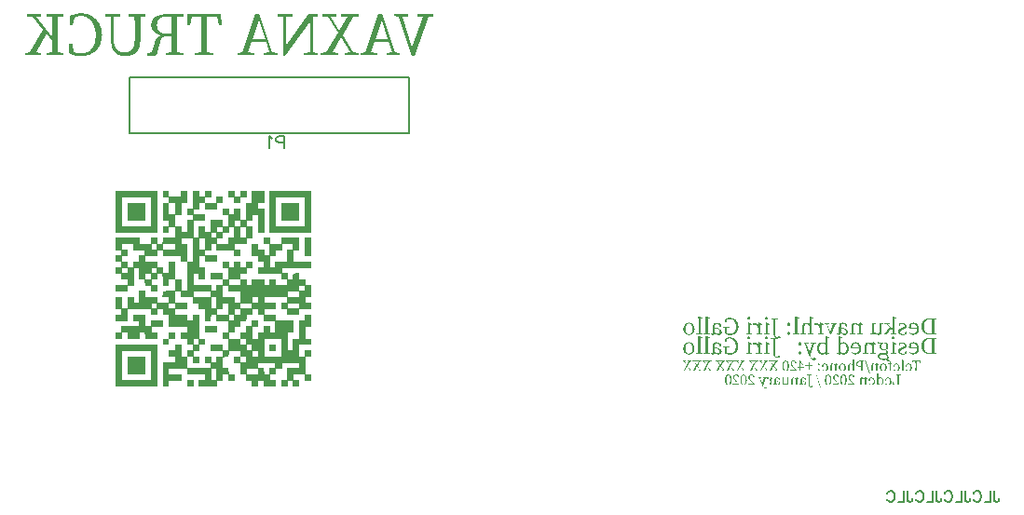
<source format=gbo>
G04 Layer: BottomSilkLayer*
G04 EasyEDA v6.3.39, 2020-04-26T20:46:55+02:00*
G04 5968b4f764c641518c6b208976d5c428,06be2ef0334148d99c06ae0550131ac1,10*
G04 Gerber Generator version 0.2*
G04 Scale: 100 percent, Rotated: No, Reflected: No *
G04 Dimensions in inches *
G04 leading zeros omitted , absolute positions ,2 integer and 4 decimal *
%FSLAX24Y24*%
%MOIN*%
G90*
G70D02*

%ADD11C,0.006000*%
%ADD13C,0.008000*%

%LPD*%

%LPD*%
G36*
G01X23152Y11651D02*
G01X22920Y11651D01*
G01X22920Y11420D01*
G01X23123Y11420D01*
G01X23123Y11218D01*
G01X23354Y11218D01*
G01X23354Y11420D01*
G01X23586Y11420D01*
G01X23586Y11651D01*
G01X23354Y11651D01*
G01X23354Y11449D01*
G01X23152Y11449D01*
G01X23152Y11651D01*
G37*

%LPD*%
G36*
G01X25900Y11651D02*
G01X24395Y11651D01*
G01X24395Y10148D01*
G01X25900Y10148D01*
G01X25900Y11651D01*
G37*

%LPC*%
G36*
G01X25668Y11420D02*
G01X24627Y11420D01*
G01X24627Y10379D01*
G01X25668Y10379D01*
G01X25668Y11420D01*
G37*

%LPD*%
G36*
G01X25466Y11218D02*
G01X24829Y11218D01*
G01X24829Y10581D01*
G01X25466Y10581D01*
G01X25466Y11218D01*
G37*

%LPD*%
G36*
G01X20404Y11651D02*
G01X18900Y11651D01*
G01X18900Y10148D01*
G01X20404Y10148D01*
G01X20404Y11651D01*
G37*

%LPC*%
G36*
G01X20172Y11420D02*
G01X19131Y11420D01*
G01X19131Y10379D01*
G01X20172Y10379D01*
G01X20172Y11420D01*
G37*

%LPD*%
G36*
G01X19970Y11218D02*
G01X19333Y11218D01*
G01X19333Y10581D01*
G01X19970Y10581D01*
G01X19970Y11218D01*
G37*

%LPD*%
G36*
G01X25900Y9974D02*
G01X25668Y9974D01*
G01X25668Y9309D01*
G01X25900Y9309D01*
G01X25900Y9974D01*
G37*

%LPD*%
G36*
G01X19970Y7197D02*
G01X19536Y7197D01*
G01X19536Y6966D01*
G01X19738Y6966D01*
G01X19738Y6792D01*
G01X19102Y6792D01*
G01X19102Y6561D01*
G01X18900Y6561D01*
G01X18900Y6329D01*
G01X19131Y6329D01*
G01X19131Y6561D01*
G01X19333Y6561D01*
G01X19333Y6329D01*
G01X19767Y6329D01*
G01X19767Y6561D01*
G01X19937Y6561D01*
G01X19946Y6452D01*
G01X19955Y6344D01*
G01X20404Y6327D01*
G01X20404Y6561D01*
G01X20201Y6561D01*
G01X20201Y6763D01*
G01X20606Y6763D01*
G01X20606Y6994D01*
G01X20172Y6994D01*
G01X20172Y6792D01*
G01X19970Y6792D01*
G01X19970Y7197D01*
G37*

%LPD*%
G36*
G01X21040Y6561D02*
G01X20809Y6561D01*
G01X20809Y6358D01*
G01X20577Y6358D01*
G01X20577Y6127D01*
G01X20809Y6127D01*
G01X20809Y6329D01*
G01X21040Y6329D01*
G01X21040Y6561D01*
G37*

%LPD*%
G36*
G01X21676Y4883D02*
G01X21445Y4883D01*
G01X21445Y4651D01*
G01X21676Y4651D01*
G01X21676Y4883D01*
G37*

%LPD*%
G36*
G01X20404Y6156D02*
G01X18900Y6156D01*
G01X18900Y4651D01*
G01X20404Y4651D01*
G01X20404Y6156D01*
G37*

%LPC*%
G36*
G01X20172Y5924D02*
G01X19131Y5924D01*
G01X19131Y4883D01*
G01X20172Y4883D01*
G01X20172Y5924D01*
G37*

%LPD*%
G36*
G01X19970Y5722D02*
G01X19333Y5722D01*
G01X19333Y5086D01*
G01X19970Y5086D01*
G01X19970Y5722D01*
G37*

%LPD*%
G36*
G01X20809Y11651D02*
G01X20577Y11651D01*
G01X20577Y11420D01*
G01X20809Y11420D01*
G01X20809Y11218D01*
G01X20577Y11218D01*
G01X20577Y10581D01*
G01X20809Y10581D01*
G01X20809Y10379D01*
G01X20577Y10379D01*
G01X20577Y10148D01*
G01X20809Y10148D01*
G01X20809Y10350D01*
G01X21011Y10350D01*
G01X21011Y9976D01*
G01X20801Y9968D01*
G01X20592Y9959D01*
G01X20583Y9851D01*
G01X20574Y9742D01*
G01X20404Y9742D01*
G01X20404Y9974D01*
G01X20172Y9974D01*
G01X20172Y9742D01*
G01X19767Y9742D01*
G01X19767Y9974D01*
G01X18900Y9974D01*
G01X18900Y9511D01*
G01X19102Y9511D01*
G01X19102Y9338D01*
G01X18900Y9338D01*
G01X18900Y9106D01*
G01X19102Y9106D01*
G01X19102Y8904D01*
G01X18900Y8904D01*
G01X18900Y8672D01*
G01X19102Y8672D01*
G01X19102Y8470D01*
G01X19333Y8470D01*
G01X19333Y8267D01*
G01X18900Y8267D01*
G01X18900Y8036D01*
G01X19333Y8036D01*
G01X19333Y8235D01*
G01X19442Y8244D01*
G01X19550Y8253D01*
G01X19559Y8564D01*
G01X19567Y8875D01*
G01X19738Y8875D01*
G01X19738Y8470D01*
G01X19937Y8470D01*
G01X19955Y8253D01*
G01X20064Y8244D01*
G01X20172Y8235D01*
G01X20172Y8036D01*
G01X20404Y8036D01*
G01X20404Y8267D01*
G01X20201Y8267D01*
G01X20201Y8470D01*
G01X20404Y8470D01*
G01X20404Y8672D01*
G01X20575Y8672D01*
G01X20583Y8463D01*
G01X20592Y8253D01*
G01X20809Y8235D01*
G01X20809Y8470D01*
G01X21011Y8470D01*
G01X21011Y8067D01*
G01X20801Y8059D01*
G01X20592Y8050D01*
G01X20583Y7942D01*
G01X20574Y7833D01*
G01X20809Y7833D01*
G01X20809Y7631D01*
G01X20404Y7631D01*
G01X20404Y7833D01*
G01X19970Y7833D01*
G01X19970Y8065D01*
G01X19738Y8065D01*
G01X19738Y7631D01*
G01X19565Y7631D01*
G01X19565Y7833D01*
G01X19333Y7833D01*
G01X19333Y7428D01*
G01X19131Y7428D01*
G01X19131Y7833D01*
G01X18900Y7833D01*
G01X18900Y7400D01*
G01X19102Y7400D01*
G01X19102Y7197D01*
G01X18900Y7197D01*
G01X18900Y6966D01*
G01X19333Y6966D01*
G01X19333Y7400D01*
G01X20172Y7400D01*
G01X20172Y7197D01*
G01X20404Y7197D01*
G01X20404Y7400D01*
G01X20577Y7400D01*
G01X20577Y7197D01*
G01X20809Y7197D01*
G01X20809Y6763D01*
G01X21445Y6763D01*
G01X21445Y6561D01*
G01X21210Y6561D01*
G01X21219Y6452D01*
G01X21228Y6344D01*
G01X21445Y6326D01*
G01X21445Y6127D01*
G01X21648Y6127D01*
G01X21648Y5953D01*
G01X21445Y5953D01*
G01X21445Y5722D01*
G01X21243Y5722D01*
G01X21243Y6156D01*
G01X21011Y6156D01*
G01X21011Y5953D01*
G01X20809Y5953D01*
G01X20809Y5693D01*
G01X21011Y5693D01*
G01X21011Y5519D01*
G01X20577Y5519D01*
G01X20577Y4651D01*
G01X20809Y4651D01*
G01X20809Y4854D01*
G01X21243Y4854D01*
G01X21243Y5086D01*
G01X20809Y5086D01*
G01X20809Y5288D01*
G01X21445Y5288D01*
G01X21445Y5086D01*
G01X22081Y5086D01*
G01X22081Y4883D01*
G01X21850Y4883D01*
G01X21850Y4651D01*
G01X22515Y4651D01*
G01X22515Y4854D01*
G01X22718Y4854D01*
G01X22718Y5086D01*
G01X22920Y5086D01*
G01X22920Y4854D01*
G01X23152Y4854D01*
G01X23152Y5086D01*
G01X22953Y5086D01*
G01X22935Y5302D01*
G01X22826Y5311D01*
G01X22718Y5320D01*
G01X22718Y5689D01*
G01X22826Y5698D01*
G01X22935Y5707D01*
G01X22944Y5816D01*
G01X22953Y5924D01*
G01X23354Y5924D01*
G01X23354Y5722D01*
G01X23123Y5722D01*
G01X23123Y5490D01*
G01X23354Y5490D01*
G01X23354Y5086D01*
G01X23557Y5086D01*
G01X23557Y4854D01*
G01X23759Y4854D01*
G01X23759Y4651D01*
G01X23991Y4651D01*
G01X23991Y4854D01*
G01X24193Y4854D01*
G01X24193Y4651D01*
G01X24627Y4651D01*
G01X24627Y4883D01*
G01X24424Y4883D01*
G01X24424Y5086D01*
G01X24627Y5086D01*
G01X24627Y5288D01*
G01X24858Y5288D01*
G01X24858Y5490D01*
G01X25466Y5490D01*
G01X25466Y5317D01*
G01X25032Y5317D01*
G01X25032Y4883D01*
G01X24829Y4883D01*
G01X24829Y4651D01*
G01X25061Y4651D01*
G01X25061Y4854D01*
G01X25234Y4854D01*
G01X25234Y4651D01*
G01X25466Y4651D01*
G01X25466Y4883D01*
G01X25263Y4883D01*
G01X25263Y5086D01*
G01X25668Y5086D01*
G01X25668Y4854D01*
G01X25900Y4854D01*
G01X25900Y5086D01*
G01X25697Y5086D01*
G01X25697Y5693D01*
G01X25900Y5693D01*
G01X25900Y5953D01*
G01X25668Y5953D01*
G01X25668Y5722D01*
G01X25466Y5722D01*
G01X25466Y6127D01*
G01X25900Y6127D01*
G01X25900Y6358D01*
G01X25697Y6358D01*
G01X25697Y6763D01*
G01X25900Y6763D01*
G01X25900Y7197D01*
G01X25668Y7197D01*
G01X25668Y6994D01*
G01X25466Y6994D01*
G01X25466Y6358D01*
G01X25234Y6358D01*
G01X25234Y5953D01*
G01X25061Y5953D01*
G01X25061Y6561D01*
G01X25263Y6561D01*
G01X25263Y6994D01*
G01X24627Y6994D01*
G01X24627Y7197D01*
G01X24222Y7197D01*
G01X24222Y7400D01*
G01X24627Y7400D01*
G01X24627Y7631D01*
G01X24222Y7631D01*
G01X24222Y7833D01*
G01X25032Y7833D01*
G01X25032Y7631D01*
G01X24829Y7631D01*
G01X24829Y7400D01*
G01X25032Y7400D01*
G01X25032Y7197D01*
G01X25466Y7197D01*
G01X25466Y7400D01*
G01X25900Y7400D01*
G01X25900Y7631D01*
G01X25697Y7631D01*
G01X25697Y7833D01*
G01X25900Y7833D01*
G01X25900Y8267D01*
G01X25697Y8267D01*
G01X25697Y8470D01*
G01X25466Y8470D01*
G01X25466Y8705D01*
G01X25357Y8696D01*
G01X25249Y8687D01*
G01X25240Y8578D01*
G01X25231Y8470D01*
G01X25061Y8470D01*
G01X25061Y8701D01*
G01X24858Y8701D01*
G01X24858Y8875D01*
G01X25900Y8875D01*
G01X25900Y9106D01*
G01X25263Y9106D01*
G01X25263Y9511D01*
G01X25466Y9511D01*
G01X25466Y9974D01*
G01X24829Y9974D01*
G01X24829Y9742D01*
G01X24424Y9742D01*
G01X24424Y9974D01*
G01X24193Y9974D01*
G01X24193Y9742D01*
G01X24395Y9742D01*
G01X24395Y9338D01*
G01X24222Y9338D01*
G01X24222Y9540D01*
G01X23991Y9540D01*
G01X23991Y9742D01*
G01X23759Y9742D01*
G01X23759Y9309D01*
G01X23991Y9309D01*
G01X23991Y9106D01*
G01X24193Y9106D01*
G01X24193Y8904D01*
G01X23991Y8904D01*
G01X23991Y8672D01*
G01X24829Y8672D01*
G01X24829Y8470D01*
G01X25032Y8470D01*
G01X25032Y8267D01*
G01X24627Y8267D01*
G01X24627Y8470D01*
G01X24395Y8470D01*
G01X24395Y8267D01*
G01X24222Y8267D01*
G01X24222Y8470D01*
G01X23759Y8470D01*
G01X23759Y8267D01*
G01X23586Y8267D01*
G01X23586Y8470D01*
G01X23354Y8470D01*
G01X23354Y8672D01*
G01X23586Y8672D01*
G01X23586Y8875D01*
G01X23788Y8875D01*
G01X23788Y9106D01*
G01X23557Y9106D01*
G01X23557Y8904D01*
G01X23354Y8904D01*
G01X23354Y9106D01*
G01X23123Y9106D01*
G01X23123Y8904D01*
G01X22949Y8904D01*
G01X22949Y9106D01*
G01X22718Y9106D01*
G01X22718Y8875D01*
G01X22920Y8875D01*
G01X22920Y8470D01*
G01X22718Y8470D01*
G01X22718Y8701D01*
G01X22284Y8701D01*
G01X22284Y8470D01*
G01X22718Y8470D01*
G01X22718Y8267D01*
G01X22486Y8267D01*
G01X22486Y8065D01*
G01X22313Y8065D01*
G01X22313Y8267D01*
G01X21676Y8267D01*
G01X21676Y8672D01*
G01X21850Y8672D01*
G01X21850Y8470D01*
G01X22081Y8470D01*
G01X22081Y8904D01*
G01X21879Y8904D01*
G01X21879Y9309D01*
G01X22081Y9309D01*
G01X22081Y9106D01*
G01X22515Y9106D01*
G01X22515Y9338D01*
G01X22081Y9338D01*
G01X22081Y9511D01*
G01X22313Y9511D01*
G01X22313Y9742D01*
G01X22486Y9742D01*
G01X22486Y9511D01*
G01X23123Y9511D01*
G01X23123Y9309D01*
G01X23354Y9309D01*
G01X23354Y9540D01*
G01X23152Y9540D01*
G01X23152Y9742D01*
G01X23586Y9742D01*
G01X23586Y9945D01*
G01X23788Y9945D01*
G01X23788Y10379D01*
G01X23586Y10379D01*
G01X23586Y10581D01*
G01X23788Y10581D01*
G01X23788Y10784D01*
G01X23991Y10784D01*
G01X23991Y10148D01*
G01X24222Y10148D01*
G01X24222Y11015D01*
G01X23991Y11015D01*
G01X23991Y11218D01*
G01X24222Y11218D01*
G01X24222Y11651D01*
G01X23759Y11651D01*
G01X23759Y11218D01*
G01X23557Y11218D01*
G01X23557Y10610D01*
G01X23354Y10610D01*
G01X23354Y11015D01*
G01X23123Y11015D01*
G01X23123Y10813D01*
G01X22949Y10813D01*
G01X22949Y11015D01*
G01X22718Y11015D01*
G01X22718Y10784D01*
G01X22920Y10784D01*
G01X22920Y10379D01*
G01X22718Y10379D01*
G01X22718Y10610D01*
G01X22284Y10610D01*
G01X22284Y10176D01*
G01X22081Y10176D01*
G01X22081Y10379D01*
G01X21850Y10379D01*
G01X21850Y9974D01*
G01X21676Y9974D01*
G01X21676Y10581D01*
G01X22081Y10581D01*
G01X22081Y10813D01*
G01X21676Y10813D01*
G01X21676Y10986D01*
G01X21879Y10986D01*
G01X21879Y11218D01*
G01X22081Y11218D01*
G01X22081Y10986D01*
G01X22515Y10986D01*
G01X22515Y11218D01*
G01X22718Y11218D01*
G01X22718Y11449D01*
G01X22486Y11449D01*
G01X22486Y11218D01*
G01X22081Y11218D01*
G01X22081Y11420D01*
G01X22313Y11420D01*
G01X22313Y11651D01*
G01X22081Y11651D01*
G01X22081Y11449D01*
G01X21879Y11449D01*
G01X21879Y11651D01*
G01X21648Y11651D01*
G01X21648Y11015D01*
G01X21445Y11015D01*
G01X21445Y10784D01*
G01X21648Y10784D01*
G01X21648Y10610D01*
G01X21445Y10610D01*
G01X21445Y10176D01*
G01X21243Y10176D01*
G01X21243Y10379D01*
G01X21040Y10379D01*
G01X21040Y10784D01*
G01X21243Y10784D01*
G01X21243Y11218D01*
G01X21445Y11218D01*
G01X21445Y11651D01*
G01X21214Y11651D01*
G01X21214Y11449D01*
G01X20809Y11449D01*
G01X20809Y11651D01*
G37*

%LPC*%
G36*
G01X22486Y5288D02*
G01X22313Y5288D01*
G01X22313Y4883D01*
G01X22486Y4883D01*
G01X22486Y5288D01*
G37*
G36*
G01X24598Y5490D02*
G01X23991Y5490D01*
G01X23991Y5320D01*
G01X24207Y5302D01*
G01X24225Y5086D01*
G01X24395Y5086D01*
G01X24395Y5317D01*
G01X24598Y5317D01*
G01X24598Y5490D01*
G37*
G36*
G01X23991Y5288D02*
G01X23586Y5288D01*
G01X23586Y5086D01*
G01X23991Y5086D01*
G01X23991Y5288D01*
G37*
G36*
G01X21214Y8036D02*
G01X21040Y8036D01*
G01X21040Y7631D01*
G01X21445Y7631D01*
G01X21445Y7400D01*
G01X21040Y7400D01*
G01X21040Y7197D01*
G01X21445Y7197D01*
G01X21445Y6994D01*
G01X21648Y6994D01*
G01X21648Y7197D01*
G01X21879Y7197D01*
G01X21879Y6358D01*
G01X22081Y6358D01*
G01X22081Y6127D01*
G01X21879Y6127D01*
G01X21879Y5924D01*
G01X21676Y5924D01*
G01X21676Y5722D01*
G01X21879Y5722D01*
G01X21879Y5490D01*
G01X21648Y5490D01*
G01X21648Y5693D01*
G01X21445Y5693D01*
G01X21445Y5317D01*
G01X22284Y5317D01*
G01X22284Y5490D01*
G01X22081Y5490D01*
G01X22081Y5722D01*
G01X22313Y5722D01*
G01X22313Y5519D01*
G01X22486Y5519D01*
G01X22486Y5722D01*
G01X22718Y5722D01*
G01X22718Y5924D01*
G01X22284Y5924D01*
G01X22284Y6156D01*
G01X22718Y6156D01*
G01X22718Y5953D01*
G01X22920Y5953D01*
G01X22920Y6329D01*
G01X22718Y6329D01*
G01X22718Y6561D01*
G01X22920Y6561D01*
G01X22920Y6963D01*
G01X22711Y6971D01*
G01X22501Y6980D01*
G01X22492Y7088D01*
G01X22483Y7197D01*
G01X22316Y7197D01*
G01X22307Y7088D01*
G01X22298Y6980D01*
G01X22190Y6971D01*
G01X22081Y6962D01*
G01X22081Y7400D01*
G01X21850Y7400D01*
G01X21850Y7602D01*
G01X21648Y7602D01*
G01X21648Y7833D01*
G01X21214Y7833D01*
G01X21214Y8036D01*
G37*
G36*
G01X23557Y5693D02*
G01X23354Y5693D01*
G01X23354Y5519D01*
G01X23557Y5519D01*
G01X23557Y5693D01*
G37*
G36*
G01X24829Y6329D02*
G01X24222Y6329D01*
G01X24222Y5722D01*
G01X24829Y5722D01*
G01X24829Y6329D01*
G37*
G36*
G01X23991Y5924D02*
G01X23788Y5924D01*
G01X23788Y5722D01*
G01X23991Y5722D01*
G01X23991Y5924D01*
G37*
G36*
G01X23759Y6127D02*
G01X23586Y6127D01*
G01X23586Y5953D01*
G01X23759Y5953D01*
G01X23759Y6127D01*
G37*
G36*
G01X21850Y6329D02*
G01X21676Y6329D01*
G01X21676Y6156D01*
G01X21850Y6156D01*
G01X21850Y6329D01*
G37*
G36*
G01X23557Y6329D02*
G01X23354Y6329D01*
G01X23354Y6156D01*
G01X23557Y6156D01*
G01X23557Y6329D01*
G37*
G36*
G01X23991Y7400D02*
G01X23788Y7400D01*
G01X23788Y7197D01*
G01X23589Y7197D01*
G01X23580Y7088D01*
G01X23571Y6980D01*
G01X23354Y6962D01*
G01X23354Y6763D01*
G01X23152Y6763D01*
G01X23152Y6561D01*
G01X22949Y6561D01*
G01X22949Y6358D01*
G01X23354Y6358D01*
G01X23354Y6561D01*
G01X23557Y6561D01*
G01X23557Y6792D01*
G01X23759Y6792D01*
G01X23759Y6994D01*
G01X23991Y6994D01*
G01X23991Y6763D01*
G01X23788Y6763D01*
G01X23788Y6358D01*
G01X23991Y6358D01*
G01X23991Y6561D01*
G01X24193Y6561D01*
G01X24193Y6792D01*
G01X24424Y6792D01*
G01X24424Y6561D01*
G01X24598Y6561D01*
G01X24598Y6966D01*
G01X24193Y6966D01*
G01X24193Y7197D01*
G01X23991Y7197D01*
G01X23991Y7400D01*
G37*
G36*
G01X23123Y7197D02*
G01X22949Y7197D01*
G01X22949Y6994D01*
G01X23123Y6994D01*
G01X23123Y7197D01*
G37*
G36*
G01X22920Y7602D02*
G01X22718Y7602D01*
G01X22718Y7400D01*
G01X22515Y7400D01*
G01X22515Y7197D01*
G01X22920Y7197D01*
G01X22920Y7602D01*
G37*
G36*
G01X23354Y7400D02*
G01X23152Y7400D01*
G01X23152Y7197D01*
G01X23354Y7197D01*
G01X23354Y7400D01*
G37*
G36*
G01X22486Y7833D02*
G01X22313Y7833D01*
G01X22313Y7428D01*
G01X22486Y7428D01*
G01X22486Y7833D01*
G37*
G36*
G01X20375Y7602D02*
G01X20201Y7602D01*
G01X20201Y7428D01*
G01X20375Y7428D01*
G01X20375Y7602D01*
G37*
G36*
G01X21011Y7602D02*
G01X20809Y7602D01*
G01X20809Y7428D01*
G01X21011Y7428D01*
G01X21011Y7602D01*
G37*
G36*
G01X23759Y7602D02*
G01X23354Y7602D01*
G01X23354Y7428D01*
G01X23759Y7428D01*
G01X23759Y7602D01*
G37*
G36*
G01X25466Y7602D02*
G01X25061Y7602D01*
G01X25061Y7428D01*
G01X25466Y7428D01*
G01X25466Y7602D01*
G37*
G36*
G01X22920Y8238D02*
G01X22718Y8238D01*
G01X22718Y7833D01*
G01X23152Y7833D01*
G01X23152Y7631D01*
G01X23354Y7631D01*
G01X23354Y8036D01*
G01X22920Y8036D01*
G01X22920Y8238D01*
G37*
G36*
G01X23991Y7833D02*
G01X23788Y7833D01*
G01X23788Y7631D01*
G01X23991Y7631D01*
G01X23991Y7833D01*
G37*
G36*
G01X22284Y8036D02*
G01X21676Y8036D01*
G01X21676Y7833D01*
G01X22284Y7833D01*
G01X22284Y8036D01*
G37*
G36*
G01X25466Y8036D02*
G01X25061Y8036D01*
G01X25061Y7833D01*
G01X25466Y7833D01*
G01X25466Y8036D01*
G37*
G36*
G01X21648Y9945D02*
G01X21243Y9945D01*
G01X21243Y9742D01*
G01X21445Y9742D01*
G01X21445Y9106D01*
G01X21214Y9106D01*
G01X21214Y9309D01*
G01X20577Y9309D01*
G01X20577Y9511D01*
G01X20404Y9511D01*
G01X20404Y9309D01*
G01X19970Y9309D01*
G01X19970Y9106D01*
G01X20404Y9106D01*
G01X20404Y8904D01*
G01X20606Y8904D01*
G01X20606Y8701D01*
G01X20809Y8701D01*
G01X20809Y9106D01*
G01X21040Y9106D01*
G01X21040Y8470D01*
G01X21243Y8470D01*
G01X21243Y8065D01*
G01X21445Y8065D01*
G01X21445Y9106D01*
G01X21648Y9106D01*
G01X21648Y9945D01*
G37*
G36*
G01X25668Y8238D02*
G01X25466Y8238D01*
G01X25466Y8065D01*
G01X25668Y8065D01*
G01X25668Y8238D01*
G37*
G36*
G01X23354Y8470D02*
G01X22949Y8470D01*
G01X22949Y8267D01*
G01X23354Y8267D01*
G01X23354Y8470D01*
G37*
G36*
G01X20172Y8672D02*
G01X19970Y8672D01*
G01X19970Y8470D01*
G01X20172Y8470D01*
G01X20172Y8672D01*
G37*
G36*
G01X19333Y8875D02*
G01X19131Y8875D01*
G01X19131Y8701D01*
G01X19333Y8701D01*
G01X19333Y8875D01*
G37*
G36*
G01X20375Y8875D02*
G01X20201Y8875D01*
G01X20201Y8701D01*
G01X20375Y8701D01*
G01X20375Y8875D01*
G37*
G36*
G01X19536Y9742D02*
G01X19131Y9742D01*
G01X19131Y9540D01*
G01X19333Y9540D01*
G01X19333Y9309D01*
G01X19131Y9309D01*
G01X19131Y9106D01*
G01X19333Y9106D01*
G01X19333Y8904D01*
G01X19536Y8904D01*
G01X19536Y9106D01*
G01X19738Y9106D01*
G01X19738Y9338D01*
G01X19941Y9338D01*
G01X19941Y9511D01*
G01X19536Y9511D01*
G01X19536Y9742D01*
G37*
G36*
G01X25234Y9742D02*
G01X24858Y9742D01*
G01X24858Y9511D01*
G01X24627Y9511D01*
G01X24627Y9309D01*
G01X24424Y9309D01*
G01X24424Y8904D01*
G01X24598Y8904D01*
G01X24598Y9106D01*
G01X25032Y9106D01*
G01X25032Y9540D01*
G01X25234Y9540D01*
G01X25234Y9742D01*
G37*
G36*
G01X22081Y9945D02*
G01X21879Y9945D01*
G01X21879Y9540D01*
G01X22081Y9540D01*
G01X22081Y9945D01*
G37*
G36*
G01X20375Y9742D02*
G01X20201Y9742D01*
G01X20201Y9540D01*
G01X20375Y9540D01*
G01X20375Y9742D01*
G37*
G36*
G01X21011Y9742D02*
G01X20606Y9742D01*
G01X20606Y9540D01*
G01X21011Y9540D01*
G01X21011Y9742D01*
G37*
G36*
G01X23123Y10350D02*
G01X22949Y10350D01*
G01X22949Y10148D01*
G01X22718Y10148D01*
G01X22718Y9945D01*
G01X22515Y9945D01*
G01X22515Y9742D01*
G01X22920Y9742D01*
G01X22920Y9974D01*
G01X23123Y9974D01*
G01X23123Y10350D01*
G37*
G36*
G01X23557Y10350D02*
G01X23354Y10350D01*
G01X23354Y9974D01*
G01X23557Y9974D01*
G01X23557Y10350D01*
G37*
G36*
G01X22486Y10148D02*
G01X22313Y10148D01*
G01X22313Y9974D01*
G01X22486Y9974D01*
G01X22486Y10148D01*
G37*
G36*
G01X22718Y10350D02*
G01X22515Y10350D01*
G01X22515Y10176D01*
G01X22718Y10176D01*
G01X22718Y10350D01*
G37*
G36*
G01X23354Y10581D02*
G01X23152Y10581D01*
G01X23152Y10379D01*
G01X23354Y10379D01*
G01X23354Y10581D01*
G37*
G36*
G01X21011Y11218D02*
G01X20809Y11218D01*
G01X20809Y10813D01*
G01X21011Y10813D01*
G01X21011Y11218D01*
G37*

%LPD*%
G36*
G01X22515Y6792D02*
G01X22081Y6792D01*
G01X22081Y6561D01*
G01X22515Y6561D01*
G01X22515Y6792D01*
G37*

%LPD*%
G36*
G01X24627Y6156D02*
G01X24395Y6156D01*
G01X24395Y5924D01*
G01X24627Y5924D01*
G01X24627Y6156D01*
G37*

%LPD*%
G54D13*
G01X19400Y13700D02*
G01X20150Y13700D01*
G01X29400Y13700D01*
G01X29400Y15700D01*
G01X20150Y15700D01*
G01X19400Y15700D01*
G01X19400Y13700D01*

%LPD*%
G36*
G01X16218Y17965D02*
G01X15716Y17965D01*
G01X15716Y17890D01*
G01X15924Y17863D01*
G01X16296Y17411D01*
G01X15842Y16596D01*
G01X15672Y16576D01*
G01X15672Y16500D01*
G01X16234Y16500D01*
G01X16234Y16576D01*
G01X16052Y16598D01*
G01X16414Y17269D01*
G01X16632Y17007D01*
G01X16632Y16913D01*
G01X16631Y16888D01*
G01X16631Y16787D01*
G01X16630Y16734D01*
G01X16630Y16708D01*
G01X16629Y16681D01*
G01X16629Y16654D01*
G01X16628Y16627D01*
G01X16628Y16600D01*
G01X16422Y16576D01*
G01X16422Y16500D01*
G01X17034Y16500D01*
G01X17034Y16576D01*
G01X16830Y16598D01*
G01X16829Y16621D01*
G01X16829Y16646D01*
G01X16828Y16669D01*
G01X16828Y16694D01*
G01X16827Y16742D01*
G01X16827Y16790D01*
G01X16826Y16838D01*
G01X16826Y17602D01*
G01X16827Y17675D01*
G01X16827Y17723D01*
G01X16828Y17747D01*
G01X16828Y17796D01*
G01X16829Y17819D01*
G01X16829Y17844D01*
G01X16830Y17867D01*
G01X17034Y17890D01*
G01X17034Y17965D01*
G01X16420Y17965D01*
G01X16420Y17890D01*
G01X16628Y17867D01*
G01X16628Y17844D01*
G01X16629Y17820D01*
G01X16629Y17772D01*
G01X16630Y17748D01*
G01X16630Y17700D01*
G01X16631Y17603D01*
G01X16631Y17481D01*
G01X16632Y17457D01*
G01X16632Y17136D01*
G01X16044Y17859D01*
G01X16218Y17890D01*
G01X16218Y17965D01*
G37*

%LPD*%
G36*
G01X22668Y17965D02*
G01X21466Y17965D01*
G01X21452Y17576D01*
G01X21558Y17576D01*
G01X21620Y17869D01*
G01X21964Y17869D01*
G01X21964Y17846D01*
G01X21965Y17821D01*
G01X21965Y17773D01*
G01X21966Y17749D01*
G01X21966Y17701D01*
G01X21967Y17652D01*
G01X21967Y17481D01*
G01X21968Y17457D01*
G01X21968Y17009D01*
G01X21967Y16985D01*
G01X21967Y16816D01*
G01X21966Y16792D01*
G01X21966Y16720D01*
G01X21965Y16696D01*
G01X21965Y16648D01*
G01X21964Y16623D01*
G01X21964Y16600D01*
G01X21738Y16576D01*
G01X21738Y16500D01*
G01X22398Y16500D01*
G01X22398Y16576D01*
G01X22172Y16600D01*
G01X22171Y16623D01*
G01X22171Y16647D01*
G01X22170Y16671D01*
G01X22170Y16719D01*
G01X22169Y16742D01*
G01X22169Y16814D01*
G01X22168Y16838D01*
G01X22168Y17603D01*
G01X22169Y17652D01*
G01X22169Y17725D01*
G01X22170Y17749D01*
G01X22170Y17797D01*
G01X22171Y17821D01*
G01X22171Y17846D01*
G01X22172Y17869D01*
G01X22516Y17869D01*
G01X22576Y17576D01*
G01X22686Y17576D01*
G01X22668Y17965D01*
G37*

%LPD*%
G36*
G01X24034Y17976D02*
G01X23906Y17976D01*
G01X23434Y16596D01*
G01X23262Y16576D01*
G01X23262Y16500D01*
G01X23858Y16500D01*
G01X23858Y16576D01*
G01X23642Y16602D01*
G01X23770Y16986D01*
G01X24278Y16986D01*
G01X24404Y16603D01*
G01X24190Y16576D01*
G01X24190Y16500D01*
G01X24678Y16500D01*
G01X24678Y16576D01*
G01X24500Y16603D01*
G01X24034Y17976D01*
G37*

%LPC*%
G36*
G01X24250Y17071D02*
G01X24026Y17752D01*
G01X23798Y17071D01*
G01X24250Y17071D01*
G37*

%LPD*%
G36*
G01X26784Y17965D02*
G01X26284Y17965D01*
G01X26284Y17890D01*
G01X26482Y17863D01*
G01X26844Y17300D01*
G01X26430Y16598D01*
G01X26242Y16576D01*
G01X26242Y16500D01*
G01X26854Y16500D01*
G01X26854Y16576D01*
G01X26650Y16598D01*
G01X26964Y17134D01*
G01X27290Y16603D01*
G01X27108Y16573D01*
G01X27108Y16500D01*
G01X27604Y16500D01*
G01X27604Y16576D01*
G01X27398Y16605D01*
G01X27010Y17209D01*
G01X27398Y17869D01*
G01X27590Y17890D01*
G01X27590Y17965D01*
G01X26972Y17965D01*
G01X26972Y17890D01*
G01X27178Y17867D01*
G01X26888Y17376D01*
G01X26590Y17861D01*
G01X26784Y17890D01*
G01X26784Y17965D01*
G37*

%LPD*%
G36*
G01X28426Y17976D02*
G01X28298Y17976D01*
G01X27826Y16596D01*
G01X27654Y16576D01*
G01X27654Y16500D01*
G01X28250Y16500D01*
G01X28250Y16576D01*
G01X28034Y16602D01*
G01X28162Y16986D01*
G01X28670Y16986D01*
G01X28796Y16603D01*
G01X28582Y16576D01*
G01X28582Y16500D01*
G01X29070Y16500D01*
G01X29070Y16576D01*
G01X28892Y16603D01*
G01X28426Y17976D01*
G37*

%LPC*%
G36*
G01X28642Y17071D02*
G01X28418Y17752D01*
G01X28190Y17071D01*
G01X28642Y17071D01*
G37*

%LPD*%
G36*
G01X25214Y17965D02*
G01X24696Y17965D01*
G01X24696Y17890D01*
G01X24880Y17863D01*
G01X24882Y16486D01*
G01X24960Y16486D01*
G01X25854Y17713D01*
G01X25850Y16605D01*
G01X25616Y16576D01*
G01X25616Y16500D01*
G01X26134Y16500D01*
G01X26134Y16576D01*
G01X25950Y16602D01*
G01X25946Y17842D01*
G01X25968Y17869D01*
G01X26124Y17890D01*
G01X26124Y17965D01*
G01X25786Y17965D01*
G01X24976Y16846D01*
G01X24980Y17861D01*
G01X25214Y17890D01*
G01X25214Y17965D01*
G37*

%LPD*%
G36*
G01X29354Y17965D02*
G01X28852Y17965D01*
G01X28852Y17892D01*
G01X29042Y17865D01*
G01X29502Y16486D01*
G01X29594Y16486D01*
G01X30106Y17871D01*
G01X30272Y17890D01*
G01X30272Y17965D01*
G01X29678Y17965D01*
G01X29678Y17882D01*
G01X29892Y17863D01*
G01X29508Y16761D01*
G01X29152Y17861D01*
G01X29354Y17882D01*
G01X29354Y17965D01*
G37*

%LPD*%
G36*
G01X21310Y17965D02*
G01X20665Y17965D01*
G01X20635Y17964D01*
G01X20606Y17962D01*
G01X20578Y17959D01*
G01X20550Y17955D01*
G01X20524Y17951D01*
G01X20498Y17946D01*
G01X20473Y17940D01*
G01X20449Y17933D01*
G01X20426Y17925D01*
G01X20404Y17917D01*
G01X20383Y17908D01*
G01X20362Y17898D01*
G01X20343Y17888D01*
G01X20307Y17864D01*
G01X20291Y17852D01*
G01X20275Y17838D01*
G01X20261Y17824D01*
G01X20247Y17809D01*
G01X20235Y17794D01*
G01X20223Y17778D01*
G01X20203Y17744D01*
G01X20195Y17726D01*
G01X20188Y17707D01*
G01X20182Y17688D01*
G01X20177Y17667D01*
G01X20173Y17647D01*
G01X20170Y17626D01*
G01X20168Y17604D01*
G01X20168Y17560D01*
G01X20170Y17539D01*
G01X20174Y17518D01*
G01X20178Y17498D01*
G01X20184Y17477D01*
G01X20191Y17457D01*
G01X20200Y17438D01*
G01X20210Y17419D01*
G01X20221Y17401D01*
G01X20233Y17382D01*
G01X20247Y17365D01*
G01X20262Y17348D01*
G01X20278Y17332D01*
G01X20296Y17317D01*
G01X20315Y17303D01*
G01X20335Y17289D01*
G01X20357Y17276D01*
G01X20379Y17264D01*
G01X20429Y17242D01*
G01X20456Y17233D01*
G01X20484Y17225D01*
G01X20513Y17217D01*
G01X20544Y17211D01*
G01X20518Y17205D01*
G01X20495Y17198D01*
G01X20472Y17189D01*
G01X20451Y17179D01*
G01X20432Y17168D01*
G01X20413Y17155D01*
G01X20396Y17141D01*
G01X20380Y17125D01*
G01X20364Y17108D01*
G01X20350Y17089D01*
G01X20337Y17068D01*
G01X20324Y17045D01*
G01X20313Y17021D01*
G01X20302Y16994D01*
G01X20291Y16966D01*
G01X20282Y16936D01*
G01X20180Y16592D01*
G01X20010Y16576D01*
G01X20010Y16500D01*
G01X20026Y16494D01*
G01X20044Y16490D01*
G01X20063Y16486D01*
G01X20083Y16483D01*
G01X20104Y16481D01*
G01X20127Y16479D01*
G01X20151Y16478D01*
G01X20208Y16478D01*
G01X20238Y16481D01*
G01X20264Y16485D01*
G01X20288Y16491D01*
G01X20310Y16499D01*
G01X20329Y16509D01*
G01X20345Y16521D01*
G01X20360Y16536D01*
G01X20372Y16553D01*
G01X20382Y16572D01*
G01X20391Y16593D01*
G01X20398Y16617D01*
G01X20488Y16965D01*
G01X20496Y16997D01*
G01X20506Y17026D01*
G01X20516Y17052D01*
G01X20527Y17075D01*
G01X20540Y17095D01*
G01X20553Y17113D01*
G01X20568Y17128D01*
G01X20585Y17141D01*
G01X20603Y17152D01*
G01X20623Y17161D01*
G01X20645Y17169D01*
G01X20668Y17175D01*
G01X20694Y17179D01*
G01X20722Y17182D01*
G01X20753Y17183D01*
G01X20786Y17184D01*
G01X20902Y17184D01*
G01X20902Y17008D01*
G01X20901Y16983D01*
G01X20901Y16837D01*
G01X20900Y16789D01*
G01X20900Y16717D01*
G01X20899Y16694D01*
G01X20899Y16646D01*
G01X20898Y16623D01*
G01X20898Y16600D01*
G01X20694Y16576D01*
G01X20694Y16500D01*
G01X21310Y16500D01*
G01X21310Y16576D01*
G01X21106Y16598D01*
G01X21105Y16621D01*
G01X21105Y16646D01*
G01X21104Y16669D01*
G01X21104Y16694D01*
G01X21103Y16742D01*
G01X21103Y16790D01*
G01X21102Y16838D01*
G01X21102Y17602D01*
G01X21103Y17675D01*
G01X21103Y17723D01*
G01X21104Y17747D01*
G01X21104Y17796D01*
G01X21105Y17819D01*
G01X21105Y17844D01*
G01X21106Y17867D01*
G01X21310Y17890D01*
G01X21310Y17965D01*
G37*

%LPC*%
G36*
G01X20898Y17880D02*
G01X20708Y17880D01*
G01X20680Y17879D01*
G01X20653Y17877D01*
G01X20627Y17875D01*
G01X20603Y17871D01*
G01X20580Y17866D01*
G01X20558Y17860D01*
G01X20538Y17853D01*
G01X20519Y17844D01*
G01X20501Y17836D01*
G01X20484Y17825D01*
G01X20469Y17814D01*
G01X20454Y17802D01*
G01X20441Y17789D01*
G01X20429Y17775D01*
G01X20419Y17760D01*
G01X20409Y17744D01*
G01X20401Y17727D01*
G01X20393Y17709D01*
G01X20387Y17690D01*
G01X20382Y17671D01*
G01X20376Y17629D01*
G01X20374Y17607D01*
G01X20374Y17561D01*
G01X20376Y17539D01*
G01X20379Y17518D01*
G01X20383Y17497D01*
G01X20395Y17457D01*
G01X20403Y17439D01*
G01X20412Y17421D01*
G01X20423Y17403D01*
G01X20434Y17387D01*
G01X20447Y17372D01*
G01X20461Y17357D01*
G01X20476Y17344D01*
G01X20492Y17331D01*
G01X20510Y17319D01*
G01X20529Y17309D01*
G01X20549Y17300D01*
G01X20570Y17291D01*
G01X20593Y17284D01*
G01X20616Y17278D01*
G01X20641Y17274D01*
G01X20668Y17270D01*
G01X20695Y17268D01*
G01X20724Y17267D01*
G01X20902Y17267D01*
G01X20902Y17457D01*
G01X20901Y17484D01*
G01X20901Y17660D01*
G01X20900Y17685D01*
G01X20900Y17758D01*
G01X20899Y17782D01*
G01X20899Y17831D01*
G01X20898Y17855D01*
G01X20898Y17880D01*
G37*

%LPD*%
G36*
G01X17714Y17998D02*
G01X17666Y18000D01*
G01X17642Y17999D01*
G01X17617Y17998D01*
G01X17593Y17997D01*
G01X17567Y17994D01*
G01X17542Y17991D01*
G01X17516Y17988D01*
G01X17490Y17983D01*
G01X17463Y17977D01*
G01X17437Y17970D01*
G01X17410Y17963D01*
G01X17383Y17954D01*
G01X17356Y17944D01*
G01X17329Y17933D01*
G01X17275Y17907D01*
G01X17248Y17892D01*
G01X17244Y17569D01*
G01X17364Y17569D01*
G01X17418Y17850D01*
G01X17446Y17863D01*
G01X17474Y17874D01*
G01X17502Y17883D01*
G01X17530Y17891D01*
G01X17586Y17901D01*
G01X17614Y17903D01*
G01X17662Y17903D01*
G01X17682Y17902D01*
G01X17722Y17898D01*
G01X17742Y17894D01*
G01X17780Y17886D01*
G01X17799Y17880D01*
G01X17818Y17875D01*
G01X17836Y17868D01*
G01X17854Y17860D01*
G01X17871Y17852D01*
G01X17905Y17834D01*
G01X17922Y17823D01*
G01X17954Y17801D01*
G01X17984Y17775D01*
G01X18012Y17747D01*
G01X18026Y17732D01*
G01X18052Y17700D01*
G01X18064Y17683D01*
G01X18075Y17665D01*
G01X18086Y17646D01*
G01X18097Y17628D01*
G01X18107Y17608D01*
G01X18125Y17566D01*
G01X18134Y17544D01*
G01X18141Y17522D01*
G01X18155Y17476D01*
G01X18161Y17451D01*
G01X18171Y17401D01*
G01X18175Y17374D01*
G01X18178Y17347D01*
G01X18180Y17320D01*
G01X18182Y17292D01*
G01X18184Y17234D01*
G01X18183Y17204D01*
G01X18182Y17175D01*
G01X18181Y17147D01*
G01X18178Y17119D01*
G01X18175Y17092D01*
G01X18172Y17066D01*
G01X18167Y17040D01*
G01X18163Y17015D01*
G01X18151Y16967D01*
G01X18144Y16944D01*
G01X18137Y16922D01*
G01X18129Y16900D01*
G01X18121Y16879D01*
G01X18112Y16858D01*
G01X18102Y16839D01*
G01X18092Y16819D01*
G01X18082Y16801D01*
G01X18071Y16784D01*
G01X18059Y16766D01*
G01X18047Y16750D01*
G01X18034Y16734D01*
G01X18021Y16719D01*
G01X18008Y16705D01*
G01X17994Y16691D01*
G01X17979Y16678D01*
G01X17949Y16654D01*
G01X17933Y16643D01*
G01X17917Y16633D01*
G01X17900Y16623D01*
G01X17866Y16607D01*
G01X17848Y16599D01*
G01X17829Y16592D01*
G01X17811Y16586D01*
G01X17792Y16581D01*
G01X17772Y16576D01*
G01X17753Y16573D01*
G01X17733Y16569D01*
G01X17712Y16567D01*
G01X17692Y16565D01*
G01X17650Y16563D01*
G01X17587Y16566D01*
G01X17545Y16572D01*
G01X17503Y16580D01*
G01X17461Y16592D01*
G01X17419Y16608D01*
G01X17398Y16617D01*
G01X17344Y16896D01*
G01X17224Y16896D01*
G01X17228Y16573D01*
G01X17248Y16563D01*
G01X17269Y16553D01*
G01X17289Y16543D01*
G01X17310Y16534D01*
G01X17331Y16526D01*
G01X17353Y16518D01*
G01X17374Y16511D01*
G01X17396Y16504D01*
G01X17417Y16498D01*
G01X17461Y16488D01*
G01X17505Y16480D01*
G01X17528Y16477D01*
G01X17550Y16474D01*
G01X17573Y16471D01*
G01X17642Y16468D01*
G01X17666Y16467D01*
G01X17716Y16469D01*
G01X17741Y16471D01*
G01X17765Y16473D01*
G01X17789Y16476D01*
G01X17813Y16480D01*
G01X17836Y16484D01*
G01X17882Y16494D01*
G01X17904Y16501D01*
G01X17926Y16507D01*
G01X17968Y16523D01*
G01X17989Y16532D01*
G01X18009Y16541D01*
G01X18049Y16561D01*
G01X18068Y16572D01*
G01X18122Y16608D01*
G01X18139Y16621D01*
G01X18156Y16635D01*
G01X18172Y16650D01*
G01X18188Y16664D01*
G01X18203Y16680D01*
G01X18218Y16695D01*
G01X18233Y16711D01*
G01X18246Y16728D01*
G01X18260Y16746D01*
G01X18273Y16763D01*
G01X18285Y16782D01*
G01X18297Y16800D01*
G01X18308Y16819D01*
G01X18318Y16839D01*
G01X18329Y16859D01*
G01X18338Y16879D01*
G01X18356Y16921D01*
G01X18363Y16943D01*
G01X18371Y16965D01*
G01X18389Y17034D01*
G01X18394Y17058D01*
G01X18398Y17082D01*
G01X18401Y17106D01*
G01X18407Y17156D01*
G01X18408Y17182D01*
G01X18409Y17207D01*
G01X18410Y17234D01*
G01X18409Y17259D01*
G01X18408Y17285D01*
G01X18406Y17310D01*
G01X18404Y17334D01*
G01X18401Y17359D01*
G01X18393Y17407D01*
G01X18388Y17430D01*
G01X18376Y17476D01*
G01X18369Y17498D01*
G01X18362Y17521D01*
G01X18354Y17542D01*
G01X18336Y17584D01*
G01X18326Y17605D01*
G01X18315Y17625D01*
G01X18293Y17663D01*
G01X18281Y17682D01*
G01X18255Y17718D01*
G01X18242Y17735D01*
G01X18228Y17752D01*
G01X18213Y17769D01*
G01X18198Y17784D01*
G01X18183Y17800D01*
G01X18167Y17815D01*
G01X18133Y17843D01*
G01X18116Y17856D01*
G01X18098Y17869D01*
G01X18080Y17881D01*
G01X18061Y17893D01*
G01X18023Y17915D01*
G01X18003Y17925D01*
G01X17983Y17934D01*
G01X17962Y17943D01*
G01X17942Y17951D01*
G01X17920Y17959D01*
G01X17899Y17965D01*
G01X17877Y17972D01*
G01X17854Y17978D01*
G01X17832Y17983D01*
G01X17786Y17991D01*
G01X17762Y17994D01*
G01X17739Y17996D01*
G01X17714Y17998D01*
G37*

%LPD*%
G36*
G01X19056Y17965D02*
G01X18532Y17965D01*
G01X18532Y17890D01*
G01X18728Y17863D01*
G01X18730Y17094D01*
G01X18730Y17060D01*
G01X18731Y17028D01*
G01X18733Y16997D01*
G01X18736Y16967D01*
G01X18739Y16938D01*
G01X18743Y16909D01*
G01X18748Y16882D01*
G01X18754Y16855D01*
G01X18760Y16830D01*
G01X18767Y16806D01*
G01X18775Y16782D01*
G01X18793Y16738D01*
G01X18802Y16717D01*
G01X18824Y16679D01*
G01X18835Y16661D01*
G01X18847Y16644D01*
G01X18860Y16627D01*
G01X18873Y16612D01*
G01X18887Y16597D01*
G01X18902Y16583D01*
G01X18917Y16570D01*
G01X18932Y16558D01*
G01X18948Y16547D01*
G01X18965Y16536D01*
G01X18999Y16518D01*
G01X19017Y16509D01*
G01X19055Y16495D01*
G01X19074Y16490D01*
G01X19094Y16484D01*
G01X19114Y16480D01*
G01X19135Y16476D01*
G01X19156Y16473D01*
G01X19177Y16471D01*
G01X19199Y16469D01*
G01X19221Y16468D01*
G01X19244Y16467D01*
G01X19267Y16468D01*
G01X19291Y16469D01*
G01X19313Y16471D01*
G01X19336Y16473D01*
G01X19358Y16476D01*
G01X19379Y16479D01*
G01X19401Y16484D01*
G01X19441Y16494D01*
G01X19461Y16501D01*
G01X19480Y16508D01*
G01X19499Y16516D01*
G01X19535Y16534D01*
G01X19552Y16544D01*
G01X19569Y16555D01*
G01X19585Y16566D01*
G01X19601Y16579D01*
G01X19615Y16592D01*
G01X19630Y16606D01*
G01X19644Y16621D01*
G01X19657Y16636D01*
G01X19669Y16652D01*
G01X19681Y16669D01*
G01X19692Y16687D01*
G01X19703Y16706D01*
G01X19713Y16725D01*
G01X19731Y16767D01*
G01X19739Y16789D01*
G01X19746Y16812D01*
G01X19753Y16836D01*
G01X19758Y16860D01*
G01X19768Y16912D01*
G01X19771Y16940D01*
G01X19774Y16967D01*
G01X19776Y16997D01*
G01X19778Y17057D01*
G01X19778Y17725D01*
G01X19779Y17749D01*
G01X19779Y17821D01*
G01X19780Y17869D01*
G01X19964Y17890D01*
G01X19964Y17965D01*
G01X19352Y17965D01*
G01X19352Y17890D01*
G01X19574Y17865D01*
G01X19574Y17842D01*
G01X19575Y17818D01*
G01X19575Y17770D01*
G01X19576Y17746D01*
G01X19576Y17675D01*
G01X19577Y17651D01*
G01X19577Y17482D01*
G01X19578Y17458D01*
G01X19578Y17107D01*
G01X19577Y17073D01*
G01X19576Y17040D01*
G01X19574Y17008D01*
G01X19571Y16978D01*
G01X19567Y16949D01*
G01X19563Y16922D01*
G01X19558Y16896D01*
G01X19552Y16871D01*
G01X19545Y16848D01*
G01X19537Y16825D01*
G01X19529Y16805D01*
G01X19520Y16785D01*
G01X19510Y16766D01*
G01X19500Y16749D01*
G01X19489Y16732D01*
G01X19477Y16717D01*
G01X19465Y16703D01*
G01X19452Y16691D01*
G01X19438Y16679D01*
G01X19424Y16668D01*
G01X19409Y16658D01*
G01X19394Y16649D01*
G01X19377Y16641D01*
G01X19361Y16634D01*
G01X19343Y16628D01*
G01X19326Y16623D01*
G01X19288Y16615D01*
G01X19269Y16613D01*
G01X19249Y16611D01*
G01X19229Y16610D01*
G01X19208Y16609D01*
G01X19184Y16610D01*
G01X19161Y16611D01*
G01X19139Y16613D01*
G01X19097Y16621D01*
G01X19077Y16625D01*
G01X19058Y16631D01*
G01X19040Y16638D01*
G01X19022Y16646D01*
G01X19005Y16655D01*
G01X18989Y16665D01*
G01X18974Y16676D01*
G01X18959Y16688D01*
G01X18945Y16701D01*
G01X18932Y16715D01*
G01X18920Y16730D01*
G01X18908Y16747D01*
G01X18897Y16765D01*
G01X18887Y16784D01*
G01X18878Y16804D01*
G01X18869Y16825D01*
G01X18861Y16848D01*
G01X18854Y16871D01*
G01X18848Y16896D01*
G01X18842Y16923D01*
G01X18837Y16951D01*
G01X18833Y16980D01*
G01X18830Y17010D01*
G01X18827Y17042D01*
G01X18825Y17075D01*
G01X18824Y17109D01*
G01X18824Y17146D01*
G01X18826Y17859D01*
G01X19056Y17890D01*
G01X19056Y17965D01*
G37*

%LPD*%

%LPD*%
G36*
G01X41576Y7131D02*
G01X41554Y7134D01*
G01X41532Y7131D01*
G01X41514Y7120D01*
G01X41502Y7103D01*
G01X41498Y7082D01*
G01X41502Y7059D01*
G01X41514Y7042D01*
G01X41532Y7030D01*
G01X41554Y7026D01*
G01X41576Y7030D01*
G01X41594Y7042D01*
G01X41605Y7059D01*
G01X41610Y7082D01*
G01X41605Y7103D01*
G01X41594Y7120D01*
G01X41576Y7131D01*
G37*

%LPD*%
G36*
G01X42209Y7131D02*
G01X42187Y7134D01*
G01X42165Y7131D01*
G01X42147Y7120D01*
G01X42135Y7103D01*
G01X42131Y7082D01*
G01X42135Y7059D01*
G01X42147Y7042D01*
G01X42165Y7030D01*
G01X42187Y7026D01*
G01X42209Y7030D01*
G01X42227Y7042D01*
G01X42239Y7059D01*
G01X42244Y7082D01*
G01X42239Y7103D01*
G01X42227Y7120D01*
G01X42209Y7131D01*
G37*

%LPD*%
G36*
G01X43000Y6926D02*
G01X42977Y6930D01*
G01X42953Y6926D01*
G01X42934Y6913D01*
G01X42921Y6893D01*
G01X42917Y6869D01*
G01X42921Y6847D01*
G01X42934Y6829D01*
G01X42953Y6816D01*
G01X42977Y6811D01*
G01X43000Y6816D01*
G01X43018Y6829D01*
G01X43031Y6847D01*
G01X43036Y6869D01*
G01X43031Y6893D01*
G01X43018Y6913D01*
G01X43000Y6926D01*
G37*

%LPD*%
G36*
G01X39889Y7111D02*
G01X39754Y7148D01*
G01X39742Y7142D01*
G01X39746Y7017D01*
G01X39746Y6684D01*
G01X39745Y6647D01*
G01X39745Y6610D01*
G01X39744Y6573D01*
G01X39744Y6536D01*
G01X39674Y6526D01*
G01X39674Y6500D01*
G01X39889Y6500D01*
G01X39889Y6526D01*
G01X39819Y6536D01*
G01X39818Y6573D01*
G01X39818Y7078D01*
G01X39889Y7084D01*
G01X39889Y7111D01*
G37*

%LPD*%
G36*
G01X40152Y7111D02*
G01X40017Y7148D01*
G01X40005Y7142D01*
G01X40009Y7017D01*
G01X40009Y6684D01*
G01X40008Y6647D01*
G01X40008Y6610D01*
G01X40007Y6573D01*
G01X40007Y6536D01*
G01X39937Y6526D01*
G01X39937Y6500D01*
G01X40152Y6500D01*
G01X40152Y6526D01*
G01X40082Y6536D01*
G01X40081Y6573D01*
G01X40081Y7078D01*
G01X40152Y7084D01*
G01X40152Y7111D01*
G37*

%LPD*%
G36*
G01X41662Y6878D02*
G01X41527Y6926D01*
G01X41515Y6917D01*
G01X41517Y6801D01*
G01X41517Y6684D01*
G01X41516Y6650D01*
G01X41516Y6611D01*
G01X41515Y6573D01*
G01X41515Y6536D01*
G01X41455Y6526D01*
G01X41455Y6500D01*
G01X41657Y6500D01*
G01X41657Y6526D01*
G01X41590Y6536D01*
G01X41589Y6573D01*
G01X41588Y6611D01*
G01X41588Y6792D01*
G01X41589Y6818D01*
G01X41590Y6846D01*
G01X41662Y6853D01*
G01X41662Y6878D01*
G37*

%LPD*%
G36*
G01X41775Y6925D02*
G01X41757Y6926D01*
G01X41737Y6924D01*
G01X41719Y6918D01*
G01X41704Y6907D01*
G01X41694Y6894D01*
G01X41696Y6869D01*
G01X41705Y6850D01*
G01X41720Y6838D01*
G01X41743Y6834D01*
G01X41758Y6835D01*
G01X41772Y6840D01*
G01X41785Y6848D01*
G01X41798Y6859D01*
G01X41808Y6869D01*
G01X41832Y6846D01*
G01X41853Y6820D01*
G01X41870Y6789D01*
G01X41884Y6753D01*
G01X41884Y6684D01*
G01X41883Y6650D01*
G01X41883Y6612D01*
G01X41882Y6573D01*
G01X41882Y6538D01*
G01X41810Y6526D01*
G01X41810Y6500D01*
G01X42022Y6500D01*
G01X42022Y6526D01*
G01X41958Y6536D01*
G01X41957Y6572D01*
G01X41957Y6792D01*
G01X41958Y6819D01*
G01X41959Y6844D01*
G01X42029Y6851D01*
G01X42029Y6878D01*
G01X41906Y6926D01*
G01X41894Y6917D01*
G01X41885Y6813D01*
G01X41873Y6838D01*
G01X41859Y6861D01*
G01X41844Y6880D01*
G01X41828Y6896D01*
G01X41811Y6909D01*
G01X41793Y6919D01*
G01X41775Y6925D01*
G37*

%LPD*%
G36*
G01X42295Y6878D02*
G01X42161Y6926D01*
G01X42149Y6917D01*
G01X42150Y6801D01*
G01X42150Y6650D01*
G01X42149Y6611D01*
G01X42149Y6536D01*
G01X42089Y6526D01*
G01X42089Y6500D01*
G01X42290Y6500D01*
G01X42290Y6526D01*
G01X42223Y6536D01*
G01X42222Y6573D01*
G01X42222Y6818D01*
G01X42224Y6846D01*
G01X42295Y6853D01*
G01X42295Y6878D01*
G37*

%LPD*%
G36*
G01X43347Y7111D02*
G01X43212Y7148D01*
G01X43200Y7142D01*
G01X43204Y7017D01*
G01X43204Y6684D01*
G01X43203Y6647D01*
G01X43203Y6610D01*
G01X43202Y6573D01*
G01X43202Y6536D01*
G01X43132Y6526D01*
G01X43132Y6500D01*
G01X43347Y6500D01*
G01X43347Y6526D01*
G01X43278Y6536D01*
G01X43276Y6610D01*
G01X43276Y7078D01*
G01X43347Y7084D01*
G01X43347Y7111D01*
G37*

%LPD*%
G36*
G01X43875Y7111D02*
G01X43742Y7148D01*
G01X43731Y7142D01*
G01X43734Y7017D01*
G01X43734Y6844D01*
G01X43716Y6862D01*
G01X43698Y6878D01*
G01X43678Y6892D01*
G01X43658Y6904D01*
G01X43637Y6913D01*
G01X43616Y6921D01*
G01X43595Y6925D01*
G01X43574Y6926D01*
G01X43547Y6924D01*
G01X43524Y6918D01*
G01X43505Y6906D01*
G01X43489Y6890D01*
G01X43477Y6868D01*
G01X43468Y6840D01*
G01X43462Y6806D01*
G01X43461Y6767D01*
G01X43461Y6684D01*
G01X43460Y6649D01*
G01X43460Y6611D01*
G01X43459Y6572D01*
G01X43459Y6536D01*
G01X43398Y6526D01*
G01X43398Y6500D01*
G01X43600Y6500D01*
G01X43600Y6526D01*
G01X43534Y6536D01*
G01X43533Y6572D01*
G01X43533Y6765D01*
G01X43534Y6793D01*
G01X43537Y6816D01*
G01X43543Y6834D01*
G01X43551Y6848D01*
G01X43561Y6859D01*
G01X43574Y6866D01*
G01X43588Y6870D01*
G01X43606Y6871D01*
G01X43635Y6869D01*
G01X43666Y6859D01*
G01X43697Y6841D01*
G01X43732Y6813D01*
G01X43732Y6684D01*
G01X43731Y6650D01*
G01X43731Y6611D01*
G01X43730Y6573D01*
G01X43730Y6536D01*
G01X43670Y6526D01*
G01X43670Y6500D01*
G01X43871Y6500D01*
G01X43871Y6526D01*
G01X43806Y6536D01*
G01X43805Y6573D01*
G01X43804Y6611D01*
G01X43804Y7078D01*
G01X43875Y7084D01*
G01X43875Y7111D01*
G37*

%LPD*%
G36*
G01X43976Y6925D02*
G01X43958Y6926D01*
G01X43938Y6924D01*
G01X43920Y6918D01*
G01X43905Y6907D01*
G01X43895Y6894D01*
G01X43897Y6869D01*
G01X43906Y6850D01*
G01X43922Y6838D01*
G01X43945Y6834D01*
G01X43960Y6835D01*
G01X43973Y6840D01*
G01X43986Y6848D01*
G01X43999Y6859D01*
G01X44010Y6869D01*
G01X44034Y6846D01*
G01X44055Y6820D01*
G01X44072Y6789D01*
G01X44086Y6753D01*
G01X44086Y6684D01*
G01X44085Y6650D01*
G01X44085Y6612D01*
G01X44084Y6573D01*
G01X44084Y6538D01*
G01X44011Y6526D01*
G01X44011Y6500D01*
G01X44224Y6500D01*
G01X44224Y6526D01*
G01X44160Y6536D01*
G01X44159Y6572D01*
G01X44158Y6611D01*
G01X44158Y6792D01*
G01X44159Y6819D01*
G01X44161Y6844D01*
G01X44230Y6851D01*
G01X44230Y6878D01*
G01X44107Y6926D01*
G01X44095Y6917D01*
G01X44086Y6813D01*
G01X44074Y6838D01*
G01X44061Y6861D01*
G01X44046Y6880D01*
G01X44029Y6896D01*
G01X44012Y6909D01*
G01X43994Y6919D01*
G01X43976Y6925D01*
G37*

%LPD*%
G36*
G01X45354Y6925D02*
G01X45334Y6926D01*
G01X45308Y6924D01*
G01X45285Y6917D01*
G01X45266Y6906D01*
G01X45250Y6889D01*
G01X45238Y6867D01*
G01X45229Y6840D01*
G01X45223Y6807D01*
G01X45222Y6767D01*
G01X45222Y6649D01*
G01X45221Y6611D01*
G01X45221Y6536D01*
G01X45159Y6526D01*
G01X45159Y6500D01*
G01X45361Y6500D01*
G01X45361Y6526D01*
G01X45296Y6536D01*
G01X45295Y6572D01*
G01X45294Y6611D01*
G01X45294Y6765D01*
G01X45295Y6793D01*
G01X45298Y6815D01*
G01X45303Y6834D01*
G01X45311Y6848D01*
G01X45321Y6859D01*
G01X45334Y6866D01*
G01X45349Y6870D01*
G01X45367Y6871D01*
G01X45396Y6868D01*
G01X45425Y6858D01*
G01X45456Y6840D01*
G01X45490Y6813D01*
G01X45490Y6684D01*
G01X45489Y6650D01*
G01X45489Y6611D01*
G01X45488Y6573D01*
G01X45488Y6536D01*
G01X45427Y6526D01*
G01X45427Y6500D01*
G01X45629Y6500D01*
G01X45629Y6526D01*
G01X45564Y6536D01*
G01X45563Y6573D01*
G01X45562Y6611D01*
G01X45562Y6792D01*
G01X45563Y6819D01*
G01X45565Y6844D01*
G01X45634Y6851D01*
G01X45634Y6878D01*
G01X45511Y6926D01*
G01X45499Y6917D01*
G01X45492Y6846D01*
G01X45474Y6863D01*
G01X45456Y6879D01*
G01X45436Y6893D01*
G01X45416Y6905D01*
G01X45396Y6914D01*
G01X45375Y6921D01*
G01X45354Y6925D01*
G37*

%LPD*%
G36*
G01X46840Y7111D02*
G01X46705Y7148D01*
G01X46693Y7142D01*
G01X46697Y7017D01*
G01X46697Y6709D01*
G01X46538Y6871D01*
G01X46607Y6886D01*
G01X46607Y6915D01*
G01X46406Y6915D01*
G01X46406Y6886D01*
G01X46487Y6875D01*
G01X46588Y6773D01*
G01X46440Y6534D01*
G01X46383Y6526D01*
G01X46383Y6500D01*
G01X46502Y6500D01*
G01X46638Y6723D01*
G01X46697Y6663D01*
G01X46696Y6632D01*
G01X46696Y6600D01*
G01X46695Y6568D01*
G01X46695Y6536D01*
G01X46626Y6526D01*
G01X46626Y6500D01*
G01X46839Y6500D01*
G01X46839Y6526D01*
G01X46770Y6536D01*
G01X46769Y6573D01*
G01X46769Y7078D01*
G01X46840Y7084D01*
G01X46840Y7111D01*
G37*

%LPD*%
G36*
G01X48261Y7086D02*
G01X48006Y7086D01*
G01X47980Y7085D01*
G01X47956Y7082D01*
G01X47933Y7078D01*
G01X47910Y7073D01*
G01X47889Y7066D01*
G01X47869Y7058D01*
G01X47849Y7048D01*
G01X47831Y7037D01*
G01X47815Y7024D01*
G01X47799Y7010D01*
G01X47785Y6994D01*
G01X47772Y6977D01*
G01X47760Y6959D01*
G01X47750Y6939D01*
G01X47741Y6918D01*
G01X47734Y6896D01*
G01X47728Y6872D01*
G01X47724Y6847D01*
G01X47721Y6820D01*
G01X47721Y6792D01*
G01X47722Y6765D01*
G01X47724Y6739D01*
G01X47729Y6713D01*
G01X47735Y6690D01*
G01X47743Y6667D01*
G01X47753Y6646D01*
G01X47764Y6626D01*
G01X47776Y6608D01*
G01X47790Y6591D01*
G01X47805Y6576D01*
G01X47822Y6561D01*
G01X47840Y6548D01*
G01X47859Y6537D01*
G01X47879Y6527D01*
G01X47901Y6519D01*
G01X47923Y6512D01*
G01X47946Y6507D01*
G01X47971Y6503D01*
G01X47996Y6500D01*
G01X48261Y6500D01*
G01X48261Y6530D01*
G01X48179Y6538D01*
G01X48178Y6567D01*
G01X48178Y7017D01*
G01X48179Y7046D01*
G01X48261Y7055D01*
G01X48261Y7086D01*
G37*

%LPC*%
G36*
G01X48096Y7051D02*
G01X47995Y7051D01*
G01X47972Y7047D01*
G01X47951Y7042D01*
G01X47931Y7035D01*
G01X47912Y7026D01*
G01X47895Y7014D01*
G01X47880Y7001D01*
G01X47866Y6985D01*
G01X47853Y6968D01*
G01X47842Y6949D01*
G01X47833Y6928D01*
G01X47825Y6904D01*
G01X47819Y6879D01*
G01X47815Y6852D01*
G01X47812Y6823D01*
G01X47812Y6763D01*
G01X47815Y6735D01*
G01X47819Y6708D01*
G01X47826Y6684D01*
G01X47833Y6661D01*
G01X47843Y6639D01*
G01X47854Y6620D01*
G01X47867Y6602D01*
G01X47881Y6587D01*
G01X47897Y6573D01*
G01X47915Y6561D01*
G01X47934Y6552D01*
G01X47955Y6544D01*
G01X47977Y6539D01*
G01X48001Y6536D01*
G01X48027Y6534D01*
G01X48096Y6534D01*
G01X48096Y6564D01*
G01X48097Y6594D01*
G01X48097Y6686D01*
G01X48098Y6717D01*
G01X48098Y6873D01*
G01X48097Y6903D01*
G01X48097Y6993D01*
G01X48096Y7051D01*
G37*

%LPD*%
G36*
G01X44430Y6915D02*
G01X44268Y6915D01*
G01X44268Y6886D01*
G01X44318Y6875D01*
G01X44461Y6494D01*
G01X44497Y6494D01*
G01X44654Y6878D01*
G01X44704Y6886D01*
G01X44704Y6915D01*
G01X44494Y6915D01*
G01X44494Y6886D01*
G01X44570Y6878D01*
G01X44459Y6582D01*
G01X44358Y6875D01*
G01X44430Y6886D01*
G01X44430Y6915D01*
G37*

%LPD*%
G36*
G01X39429Y6926D02*
G01X39391Y6926D01*
G01X39372Y6923D01*
G01X39353Y6919D01*
G01X39335Y6913D01*
G01X39318Y6905D01*
G01X39301Y6895D01*
G01X39285Y6884D01*
G01X39270Y6871D01*
G01X39257Y6856D01*
G01X39245Y6840D01*
G01X39234Y6821D01*
G01X39225Y6802D01*
G01X39218Y6780D01*
G01X39212Y6757D01*
G01X39209Y6732D01*
G01X39208Y6705D01*
G01X39209Y6679D01*
G01X39212Y6655D01*
G01X39217Y6632D01*
G01X39225Y6611D01*
G01X39234Y6591D01*
G01X39244Y6573D01*
G01X39256Y6557D01*
G01X39270Y6543D01*
G01X39285Y6530D01*
G01X39300Y6519D01*
G01X39317Y6510D01*
G01X39335Y6502D01*
G01X39353Y6496D01*
G01X39371Y6492D01*
G01X39390Y6489D01*
G01X39410Y6488D01*
G01X39429Y6489D01*
G01X39448Y6492D01*
G01X39466Y6496D01*
G01X39484Y6502D01*
G01X39502Y6510D01*
G01X39518Y6519D01*
G01X39534Y6530D01*
G01X39548Y6543D01*
G01X39562Y6557D01*
G01X39573Y6573D01*
G01X39584Y6591D01*
G01X39593Y6611D01*
G01X39600Y6632D01*
G01X39605Y6655D01*
G01X39608Y6679D01*
G01X39610Y6705D01*
G01X39608Y6732D01*
G01X39605Y6757D01*
G01X39600Y6780D01*
G01X39593Y6801D01*
G01X39584Y6821D01*
G01X39573Y6839D01*
G01X39561Y6856D01*
G01X39548Y6870D01*
G01X39533Y6884D01*
G01X39518Y6895D01*
G01X39501Y6905D01*
G01X39484Y6912D01*
G01X39466Y6919D01*
G01X39447Y6923D01*
G01X39429Y6926D01*
G37*

%LPC*%
G36*
G01X39428Y6892D02*
G01X39410Y6894D01*
G01X39391Y6892D01*
G01X39374Y6888D01*
G01X39359Y6881D01*
G01X39344Y6872D01*
G01X39332Y6860D01*
G01X39321Y6845D01*
G01X39311Y6828D01*
G01X39303Y6809D01*
G01X39297Y6786D01*
G01X39292Y6762D01*
G01X39290Y6735D01*
G01X39289Y6705D01*
G01X39290Y6677D01*
G01X39292Y6650D01*
G01X39297Y6626D01*
G01X39303Y6605D01*
G01X39311Y6585D01*
G01X39321Y6569D01*
G01X39332Y6554D01*
G01X39344Y6542D01*
G01X39359Y6533D01*
G01X39374Y6527D01*
G01X39391Y6523D01*
G01X39410Y6521D01*
G01X39428Y6523D01*
G01X39445Y6527D01*
G01X39460Y6533D01*
G01X39474Y6542D01*
G01X39487Y6554D01*
G01X39498Y6569D01*
G01X39508Y6585D01*
G01X39515Y6605D01*
G01X39522Y6626D01*
G01X39526Y6650D01*
G01X39529Y6677D01*
G01X39530Y6705D01*
G01X39529Y6735D01*
G01X39526Y6762D01*
G01X39522Y6786D01*
G01X39515Y6809D01*
G01X39508Y6828D01*
G01X39498Y6845D01*
G01X39487Y6860D01*
G01X39474Y6872D01*
G01X39460Y6881D01*
G01X39445Y6888D01*
G01X39428Y6892D01*
G37*

%LPD*%
G36*
G01X40401Y6926D02*
G01X40379Y6926D01*
G01X40359Y6923D01*
G01X40341Y6918D01*
G01X40324Y6912D01*
G01X40310Y6903D01*
G01X40298Y6892D01*
G01X40288Y6879D01*
G01X40279Y6864D01*
G01X40273Y6846D01*
G01X40268Y6826D01*
G01X40266Y6802D01*
G01X40265Y6776D01*
G01X40265Y6586D01*
G01X40262Y6559D01*
G01X40256Y6542D01*
G01X40246Y6532D01*
G01X40233Y6530D01*
G01X40222Y6531D01*
G01X40214Y6535D01*
G01X40206Y6542D01*
G01X40198Y6551D01*
G01X40182Y6534D01*
G01X40197Y6513D01*
G01X40215Y6500D01*
G01X40235Y6492D01*
G01X40257Y6490D01*
G01X40286Y6494D01*
G01X40309Y6508D01*
G01X40326Y6530D01*
G01X40335Y6559D01*
G01X40352Y6542D01*
G01X40368Y6528D01*
G01X40383Y6516D01*
G01X40399Y6506D01*
G01X40414Y6498D01*
G01X40430Y6493D01*
G01X40447Y6490D01*
G01X40466Y6488D01*
G01X40489Y6490D01*
G01X40511Y6495D01*
G01X40530Y6504D01*
G01X40548Y6516D01*
G01X40562Y6531D01*
G01X40572Y6549D01*
G01X40579Y6571D01*
G01X40582Y6596D01*
G01X40580Y6615D01*
G01X40575Y6633D01*
G01X40566Y6651D01*
G01X40552Y6667D01*
G01X40533Y6683D01*
G01X40508Y6698D01*
G01X40477Y6713D01*
G01X40438Y6728D01*
G01X40415Y6736D01*
G01X40390Y6744D01*
G01X40363Y6751D01*
G01X40337Y6757D01*
G01X40337Y6784D01*
G01X40338Y6814D01*
G01X40341Y6838D01*
G01X40348Y6857D01*
G01X40356Y6871D01*
G01X40368Y6882D01*
G01X40383Y6888D01*
G01X40400Y6892D01*
G01X40421Y6894D01*
G01X40432Y6893D01*
G01X40456Y6889D01*
G01X40470Y6886D01*
G01X40487Y6826D01*
G01X40493Y6808D01*
G01X40503Y6795D01*
G01X40515Y6788D01*
G01X40531Y6786D01*
G01X40547Y6788D01*
G01X40558Y6794D01*
G01X40566Y6805D01*
G01X40570Y6819D01*
G01X40562Y6842D01*
G01X40550Y6864D01*
G01X40533Y6882D01*
G01X40513Y6898D01*
G01X40490Y6910D01*
G01X40463Y6919D01*
G01X40433Y6925D01*
G01X40401Y6926D01*
G37*

%LPC*%
G36*
G01X40360Y6723D02*
G01X40337Y6730D01*
G01X40337Y6590D01*
G01X40369Y6567D01*
G01X40393Y6551D01*
G01X40415Y6542D01*
G01X40437Y6540D01*
G01X40465Y6544D01*
G01X40487Y6556D01*
G01X40502Y6577D01*
G01X40508Y6607D01*
G01X40507Y6619D01*
G01X40504Y6632D01*
G01X40499Y6644D01*
G01X40491Y6656D01*
G01X40479Y6668D01*
G01X40464Y6680D01*
G01X40443Y6692D01*
G01X40418Y6703D01*
G01X40401Y6709D01*
G01X40381Y6716D01*
G01X40360Y6723D01*
G37*

%LPD*%
G36*
G01X43000Y6603D02*
G01X42977Y6607D01*
G01X42953Y6603D01*
G01X42934Y6590D01*
G01X42921Y6570D01*
G01X42917Y6546D01*
G01X42921Y6524D01*
G01X42934Y6506D01*
G01X42953Y6493D01*
G01X42977Y6488D01*
G01X43000Y6493D01*
G01X43018Y6506D01*
G01X43031Y6524D01*
G01X43036Y6546D01*
G01X43031Y6570D01*
G01X43018Y6590D01*
G01X43000Y6603D01*
G37*

%LPD*%
G36*
G01X44911Y6926D02*
G01X44889Y6926D01*
G01X44869Y6923D01*
G01X44851Y6918D01*
G01X44834Y6912D01*
G01X44820Y6903D01*
G01X44808Y6892D01*
G01X44798Y6879D01*
G01X44789Y6864D01*
G01X44783Y6846D01*
G01X44778Y6826D01*
G01X44776Y6802D01*
G01X44775Y6776D01*
G01X44775Y6586D01*
G01X44772Y6559D01*
G01X44766Y6542D01*
G01X44756Y6532D01*
G01X44743Y6530D01*
G01X44733Y6531D01*
G01X44724Y6535D01*
G01X44716Y6542D01*
G01X44708Y6551D01*
G01X44692Y6534D01*
G01X44708Y6513D01*
G01X44725Y6500D01*
G01X44745Y6492D01*
G01X44767Y6490D01*
G01X44796Y6494D01*
G01X44819Y6508D01*
G01X44836Y6530D01*
G01X44846Y6559D01*
G01X44863Y6542D01*
G01X44879Y6528D01*
G01X44894Y6516D01*
G01X44909Y6506D01*
G01X44925Y6498D01*
G01X44941Y6493D01*
G01X44958Y6490D01*
G01X44977Y6488D01*
G01X45000Y6490D01*
G01X45022Y6495D01*
G01X45041Y6504D01*
G01X45059Y6516D01*
G01X45073Y6531D01*
G01X45083Y6549D01*
G01X45090Y6571D01*
G01X45093Y6596D01*
G01X45091Y6615D01*
G01X45086Y6633D01*
G01X45077Y6651D01*
G01X45063Y6667D01*
G01X45044Y6683D01*
G01X45018Y6698D01*
G01X44987Y6713D01*
G01X44948Y6728D01*
G01X44925Y6736D01*
G01X44900Y6744D01*
G01X44873Y6751D01*
G01X44847Y6757D01*
G01X44847Y6784D01*
G01X44848Y6814D01*
G01X44851Y6838D01*
G01X44858Y6857D01*
G01X44866Y6871D01*
G01X44878Y6882D01*
G01X44893Y6888D01*
G01X44910Y6892D01*
G01X44931Y6894D01*
G01X44942Y6893D01*
G01X44954Y6891D01*
G01X44967Y6889D01*
G01X44981Y6886D01*
G01X44998Y6826D01*
G01X45004Y6808D01*
G01X45014Y6795D01*
G01X45026Y6788D01*
G01X45042Y6786D01*
G01X45057Y6788D01*
G01X45069Y6794D01*
G01X45077Y6805D01*
G01X45081Y6819D01*
G01X45073Y6842D01*
G01X45061Y6864D01*
G01X45044Y6882D01*
G01X45024Y6898D01*
G01X45000Y6910D01*
G01X44973Y6919D01*
G01X44943Y6925D01*
G01X44911Y6926D01*
G37*

%LPC*%
G36*
G01X44870Y6723D02*
G01X44847Y6730D01*
G01X44847Y6590D01*
G01X44879Y6567D01*
G01X44903Y6551D01*
G01X44925Y6542D01*
G01X44947Y6540D01*
G01X44975Y6544D01*
G01X44997Y6556D01*
G01X45012Y6577D01*
G01X45018Y6607D01*
G01X45017Y6619D01*
G01X45014Y6632D01*
G01X45009Y6644D01*
G01X45001Y6656D01*
G01X44990Y6668D01*
G01X44974Y6680D01*
G01X44954Y6692D01*
G01X44928Y6703D01*
G01X44911Y6709D01*
G01X44892Y6716D01*
G01X44870Y6723D01*
G37*

%LPD*%
G36*
G01X46092Y6907D02*
G01X45966Y6921D01*
G01X45958Y6913D01*
G01X45960Y6788D01*
G01X45960Y6536D01*
G01X45900Y6526D01*
G01X45900Y6500D01*
G01X46022Y6492D01*
G01X46030Y6571D01*
G01X46047Y6552D01*
G01X46065Y6535D01*
G01X46084Y6521D01*
G01X46103Y6509D01*
G01X46123Y6500D01*
G01X46144Y6494D01*
G01X46165Y6490D01*
G01X46186Y6488D01*
G01X46211Y6490D01*
G01X46234Y6497D01*
G01X46253Y6508D01*
G01X46270Y6524D01*
G01X46283Y6545D01*
G01X46292Y6573D01*
G01X46298Y6606D01*
G01X46300Y6646D01*
G01X46298Y6869D01*
G01X46361Y6882D01*
G01X46361Y6909D01*
G01X46232Y6921D01*
G01X46223Y6913D01*
G01X46227Y6788D01*
G01X46227Y6651D01*
G01X46225Y6623D01*
G01X46222Y6601D01*
G01X46216Y6583D01*
G01X46208Y6569D01*
G01X46198Y6558D01*
G01X46185Y6551D01*
G01X46171Y6547D01*
G01X46154Y6546D01*
G01X46122Y6549D01*
G01X46091Y6560D01*
G01X46061Y6578D01*
G01X46032Y6603D01*
G01X46030Y6869D01*
G01X46092Y6882D01*
G01X46092Y6907D01*
G37*

%LPD*%
G36*
G01X47069Y6924D02*
G01X47034Y6926D01*
G01X47000Y6924D01*
G01X46969Y6917D01*
G01X46940Y6906D01*
G01X46912Y6890D01*
G01X46915Y6801D01*
G01X46954Y6801D01*
G01X46971Y6876D01*
G01X46986Y6883D01*
G01X47002Y6888D01*
G01X47018Y6892D01*
G01X47034Y6892D01*
G01X47071Y6888D01*
G01X47098Y6875D01*
G01X47114Y6855D01*
G01X47120Y6828D01*
G01X47115Y6803D01*
G01X47101Y6783D01*
G01X47076Y6767D01*
G01X47038Y6751D01*
G01X47008Y6740D01*
G01X46978Y6728D01*
G01X46953Y6715D01*
G01X46932Y6701D01*
G01X46915Y6686D01*
G01X46903Y6670D01*
G01X46894Y6652D01*
G01X46889Y6634D01*
G01X46888Y6613D01*
G01X46889Y6597D01*
G01X46892Y6581D01*
G01X46898Y6565D01*
G01X46907Y6551D01*
G01X46918Y6538D01*
G01X46931Y6526D01*
G01X46946Y6515D01*
G01X46964Y6506D01*
G01X46984Y6498D01*
G01X47006Y6493D01*
G01X47031Y6490D01*
G01X47058Y6488D01*
G01X47093Y6490D01*
G01X47126Y6497D01*
G01X47157Y6507D01*
G01X47190Y6521D01*
G01X47191Y6617D01*
G01X47150Y6617D01*
G01X47130Y6536D01*
G01X47114Y6530D01*
G01X47097Y6525D01*
G01X47078Y6523D01*
G01X47058Y6521D01*
G01X47034Y6523D01*
G01X47013Y6527D01*
G01X46996Y6533D01*
G01X46982Y6541D01*
G01X46971Y6551D01*
G01X46964Y6564D01*
G01X46959Y6577D01*
G01X46958Y6592D01*
G01X46962Y6618D01*
G01X46977Y6638D01*
G01X47002Y6656D01*
G01X47039Y6673D01*
G01X47080Y6686D01*
G01X47103Y6695D01*
G01X47124Y6706D01*
G01X47142Y6718D01*
G01X47157Y6732D01*
G01X47170Y6747D01*
G01X47179Y6764D01*
G01X47185Y6783D01*
G01X47187Y6805D01*
G01X47184Y6828D01*
G01X47177Y6851D01*
G01X47164Y6872D01*
G01X47147Y6890D01*
G01X47126Y6905D01*
G01X47099Y6917D01*
G01X47069Y6924D01*
G37*

%LPD*%
G36*
G01X47459Y6926D02*
G01X47439Y6926D01*
G01X47416Y6925D01*
G01X47394Y6921D01*
G01X47373Y6915D01*
G01X47354Y6906D01*
G01X47337Y6895D01*
G01X47321Y6882D01*
G01X47308Y6866D01*
G01X47296Y6848D01*
G01X47287Y6829D01*
G01X47280Y6808D01*
G01X47276Y6784D01*
G01X47275Y6759D01*
G01X47275Y6745D01*
G01X47277Y6732D01*
G01X47279Y6721D01*
G01X47282Y6711D01*
G01X47563Y6711D01*
G01X47561Y6684D01*
G01X47557Y6658D01*
G01X47551Y6635D01*
G01X47543Y6615D01*
G01X47533Y6597D01*
G01X47522Y6581D01*
G01X47508Y6568D01*
G01X47493Y6557D01*
G01X47476Y6548D01*
G01X47458Y6542D01*
G01X47438Y6539D01*
G01X47418Y6538D01*
G01X47378Y6542D01*
G01X47346Y6555D01*
G01X47318Y6575D01*
G01X47294Y6601D01*
G01X47277Y6588D01*
G01X47290Y6567D01*
G01X47305Y6547D01*
G01X47323Y6530D01*
G01X47342Y6515D01*
G01X47364Y6504D01*
G01X47388Y6496D01*
G01X47414Y6490D01*
G01X47442Y6488D01*
G01X47484Y6492D01*
G01X47504Y6497D01*
G01X47522Y6503D01*
G01X47540Y6511D01*
G01X47556Y6521D01*
G01X47571Y6532D01*
G01X47585Y6545D01*
G01X47597Y6560D01*
G01X47608Y6576D01*
G01X47617Y6594D01*
G01X47625Y6613D01*
G01X47631Y6634D01*
G01X47636Y6656D01*
G01X47639Y6680D01*
G01X47640Y6705D01*
G01X47639Y6729D01*
G01X47635Y6753D01*
G01X47630Y6775D01*
G01X47623Y6796D01*
G01X47615Y6816D01*
G01X47604Y6834D01*
G01X47593Y6851D01*
G01X47580Y6866D01*
G01X47565Y6880D01*
G01X47550Y6892D01*
G01X47533Y6902D01*
G01X47516Y6911D01*
G01X47478Y6923D01*
G01X47459Y6926D01*
G37*

%LPC*%
G36*
G01X47463Y6891D02*
G01X47443Y6894D01*
G01X47422Y6891D01*
G01X47403Y6885D01*
G01X47387Y6876D01*
G01X47373Y6863D01*
G01X47361Y6848D01*
G01X47353Y6830D01*
G01X47347Y6811D01*
G01X47346Y6792D01*
G01X47348Y6772D01*
G01X47355Y6756D01*
G01X47370Y6746D01*
G01X47394Y6742D01*
G01X47562Y6744D01*
G01X47556Y6781D01*
G01X47547Y6812D01*
G01X47535Y6837D01*
G01X47519Y6858D01*
G01X47502Y6874D01*
G01X47483Y6885D01*
G01X47463Y6891D01*
G37*

%LPD*%
G36*
G01X40905Y7098D02*
G01X40879Y7100D01*
G01X40852Y7099D01*
G01X40827Y7097D01*
G01X40804Y7094D01*
G01X40782Y7089D01*
G01X40761Y7083D01*
G01X40741Y7076D01*
G01X40722Y7067D01*
G01X40704Y7057D01*
G01X40702Y6926D01*
G01X40750Y6926D01*
G01X40771Y7036D01*
G01X40794Y7047D01*
G01X40818Y7055D01*
G01X40843Y7060D01*
G01X40870Y7061D01*
G01X40893Y7060D01*
G01X40915Y7057D01*
G01X40936Y7051D01*
G01X40957Y7044D01*
G01X40976Y7034D01*
G01X40994Y7021D01*
G01X41010Y7007D01*
G01X41025Y6991D01*
G01X41039Y6973D01*
G01X41051Y6953D01*
G01X41062Y6931D01*
G01X41070Y6907D01*
G01X41077Y6881D01*
G01X41082Y6854D01*
G01X41086Y6825D01*
G01X41087Y6794D01*
G01X41086Y6763D01*
G01X41083Y6734D01*
G01X41078Y6706D01*
G01X41071Y6681D01*
G01X41063Y6657D01*
G01X41053Y6635D01*
G01X41041Y6615D01*
G01X41027Y6596D01*
G01X41012Y6580D01*
G01X40996Y6566D01*
G01X40978Y6554D01*
G01X40958Y6544D01*
G01X40938Y6536D01*
G01X40915Y6530D01*
G01X40892Y6527D01*
G01X40868Y6526D01*
G01X40842Y6526D01*
G01X40817Y6530D01*
G01X40793Y6535D01*
G01X40770Y6542D01*
G01X40770Y6721D01*
G01X40771Y6742D01*
G01X40864Y6748D01*
G01X40864Y6778D01*
G01X40636Y6778D01*
G01X40636Y6748D01*
G01X40689Y6744D01*
G01X40689Y6703D01*
G01X40690Y6682D01*
G01X40690Y6620D01*
G01X40691Y6599D01*
G01X40691Y6538D01*
G01X40713Y6526D01*
G01X40736Y6516D01*
G01X40759Y6507D01*
G01X40782Y6500D01*
G01X40806Y6494D01*
G01X40830Y6490D01*
G01X40855Y6487D01*
G01X40882Y6486D01*
G01X40908Y6488D01*
G01X40933Y6490D01*
G01X40957Y6495D01*
G01X40980Y6501D01*
G01X41002Y6509D01*
G01X41023Y6519D01*
G01X41043Y6530D01*
G01X41062Y6543D01*
G01X41079Y6557D01*
G01X41096Y6573D01*
G01X41111Y6590D01*
G01X41124Y6608D01*
G01X41136Y6627D01*
G01X41147Y6648D01*
G01X41156Y6669D01*
G01X41164Y6692D01*
G01X41170Y6716D01*
G01X41174Y6741D01*
G01X41177Y6767D01*
G01X41178Y6794D01*
G01X41177Y6820D01*
G01X41174Y6845D01*
G01X41170Y6870D01*
G01X41156Y6916D01*
G01X41146Y6938D01*
G01X41135Y6958D01*
G01X41123Y6978D01*
G01X41109Y6996D01*
G01X41094Y7013D01*
G01X41078Y7028D01*
G01X41060Y7043D01*
G01X41041Y7055D01*
G01X41021Y7067D01*
G01X41000Y7076D01*
G01X40977Y7085D01*
G01X40954Y7091D01*
G01X40930Y7096D01*
G01X40905Y7098D01*
G37*

%LPD*%
G36*
G01X42598Y7086D02*
G01X42343Y7086D01*
G01X42343Y7055D01*
G01X42425Y7046D01*
G01X42425Y6932D01*
G01X42426Y6903D01*
G01X42426Y6617D01*
G01X42427Y6590D01*
G01X42428Y6567D01*
G01X42430Y6546D01*
G01X42432Y6528D01*
G01X42435Y6510D01*
G01X42438Y6494D01*
G01X42443Y6472D01*
G01X42451Y6453D01*
G01X42461Y6435D01*
G01X42472Y6419D01*
G01X42485Y6405D01*
G01X42499Y6393D01*
G01X42515Y6382D01*
G01X42531Y6374D01*
G01X42548Y6367D01*
G01X42566Y6362D01*
G01X42584Y6359D01*
G01X42603Y6359D01*
G01X42627Y6360D01*
G01X42649Y6367D01*
G01X42667Y6379D01*
G01X42678Y6398D01*
G01X42672Y6418D01*
G01X42660Y6432D01*
G01X42645Y6439D01*
G01X42626Y6442D01*
G01X42610Y6440D01*
G01X42595Y6435D01*
G01X42580Y6427D01*
G01X42563Y6415D01*
G01X42540Y6394D01*
G01X42523Y6415D01*
G01X42510Y6440D01*
G01X42503Y6474D01*
G01X42501Y6517D01*
G01X42501Y6579D01*
G01X42502Y6594D01*
G01X42502Y6631D01*
G01X42503Y6653D01*
G01X42503Y6705D01*
G01X42504Y6735D01*
G01X42504Y6768D01*
G01X42505Y6805D01*
G01X42505Y6845D01*
G01X42506Y6890D01*
G01X42506Y6938D01*
G01X42507Y6990D01*
G01X42508Y7046D01*
G01X42598Y7055D01*
G01X42598Y7086D01*
G37*

%LPD*%

%LPD*%
G36*
G01X41572Y6431D02*
G01X41550Y6434D01*
G01X41528Y6431D01*
G01X41510Y6420D01*
G01X41498Y6403D01*
G01X41494Y6382D01*
G01X41498Y6359D01*
G01X41510Y6342D01*
G01X41528Y6330D01*
G01X41550Y6326D01*
G01X41572Y6330D01*
G01X41590Y6342D01*
G01X41601Y6359D01*
G01X41606Y6382D01*
G01X41601Y6403D01*
G01X41590Y6420D01*
G01X41572Y6431D01*
G37*

%LPD*%
G36*
G01X42205Y6431D02*
G01X42183Y6434D01*
G01X42161Y6431D01*
G01X42143Y6420D01*
G01X42131Y6403D01*
G01X42127Y6382D01*
G01X42131Y6359D01*
G01X42143Y6342D01*
G01X42161Y6330D01*
G01X42183Y6326D01*
G01X42205Y6330D01*
G01X42223Y6342D01*
G01X42235Y6359D01*
G01X42240Y6382D01*
G01X42235Y6403D01*
G01X42223Y6420D01*
G01X42205Y6431D01*
G37*

%LPD*%
G36*
G01X46742Y6431D02*
G01X46720Y6434D01*
G01X46698Y6431D01*
G01X46680Y6420D01*
G01X46668Y6403D01*
G01X46664Y6382D01*
G01X46668Y6359D01*
G01X46680Y6342D01*
G01X46698Y6330D01*
G01X46720Y6326D01*
G01X46742Y6330D01*
G01X46760Y6342D01*
G01X46772Y6359D01*
G01X46777Y6382D01*
G01X46772Y6403D01*
G01X46760Y6420D01*
G01X46742Y6431D01*
G37*

%LPD*%
G36*
G01X43405Y6226D02*
G01X43382Y6230D01*
G01X43358Y6226D01*
G01X43339Y6213D01*
G01X43326Y6193D01*
G01X43322Y6169D01*
G01X43326Y6147D01*
G01X43339Y6129D01*
G01X43358Y6116D01*
G01X43382Y6111D01*
G01X43405Y6116D01*
G01X43424Y6129D01*
G01X43437Y6147D01*
G01X43442Y6169D01*
G01X43437Y6193D01*
G01X43424Y6213D01*
G01X43405Y6226D01*
G37*

%LPD*%
G36*
G01X39885Y6411D02*
G01X39750Y6448D01*
G01X39738Y6442D01*
G01X39742Y6317D01*
G01X39742Y5984D01*
G01X39741Y5947D01*
G01X39741Y5910D01*
G01X39740Y5873D01*
G01X39740Y5836D01*
G01X39670Y5826D01*
G01X39670Y5800D01*
G01X39885Y5800D01*
G01X39885Y5826D01*
G01X39815Y5836D01*
G01X39814Y5873D01*
G01X39814Y6378D01*
G01X39885Y6384D01*
G01X39885Y6411D01*
G37*

%LPD*%
G36*
G01X40148Y6411D02*
G01X40013Y6448D01*
G01X40001Y6442D01*
G01X40005Y6317D01*
G01X40005Y5984D01*
G01X40004Y5947D01*
G01X40004Y5910D01*
G01X40003Y5873D01*
G01X40003Y5836D01*
G01X39933Y5826D01*
G01X39933Y5800D01*
G01X40148Y5800D01*
G01X40148Y5826D01*
G01X40078Y5836D01*
G01X40077Y5873D01*
G01X40077Y6378D01*
G01X40148Y6384D01*
G01X40148Y6411D01*
G37*

%LPD*%
G36*
G01X41658Y6178D02*
G01X41523Y6226D01*
G01X41511Y6217D01*
G01X41513Y6101D01*
G01X41513Y5984D01*
G01X41512Y5950D01*
G01X41512Y5911D01*
G01X41511Y5873D01*
G01X41511Y5836D01*
G01X41451Y5826D01*
G01X41451Y5800D01*
G01X41653Y5800D01*
G01X41653Y5826D01*
G01X41586Y5836D01*
G01X41585Y5873D01*
G01X41584Y5911D01*
G01X41584Y6092D01*
G01X41585Y6118D01*
G01X41586Y6146D01*
G01X41658Y6153D01*
G01X41658Y6178D01*
G37*

%LPD*%
G36*
G01X41771Y6225D02*
G01X41753Y6226D01*
G01X41733Y6224D01*
G01X41715Y6218D01*
G01X41700Y6207D01*
G01X41690Y6194D01*
G01X41692Y6169D01*
G01X41701Y6150D01*
G01X41716Y6138D01*
G01X41739Y6134D01*
G01X41754Y6135D01*
G01X41768Y6140D01*
G01X41781Y6148D01*
G01X41794Y6159D01*
G01X41804Y6169D01*
G01X41828Y6146D01*
G01X41849Y6120D01*
G01X41866Y6089D01*
G01X41880Y6053D01*
G01X41880Y5984D01*
G01X41879Y5950D01*
G01X41879Y5912D01*
G01X41878Y5873D01*
G01X41878Y5838D01*
G01X41806Y5826D01*
G01X41806Y5800D01*
G01X42018Y5800D01*
G01X42018Y5826D01*
G01X41954Y5836D01*
G01X41953Y5872D01*
G01X41953Y6092D01*
G01X41954Y6119D01*
G01X41955Y6144D01*
G01X42025Y6151D01*
G01X42025Y6178D01*
G01X41902Y6226D01*
G01X41890Y6217D01*
G01X41881Y6113D01*
G01X41869Y6138D01*
G01X41855Y6161D01*
G01X41840Y6180D01*
G01X41824Y6196D01*
G01X41807Y6209D01*
G01X41789Y6219D01*
G01X41771Y6225D01*
G37*

%LPD*%
G36*
G01X42291Y6178D02*
G01X42157Y6226D01*
G01X42145Y6217D01*
G01X42146Y6101D01*
G01X42146Y5950D01*
G01X42145Y5911D01*
G01X42145Y5836D01*
G01X42085Y5826D01*
G01X42085Y5800D01*
G01X42286Y5800D01*
G01X42286Y5826D01*
G01X42219Y5836D01*
G01X42218Y5873D01*
G01X42218Y6118D01*
G01X42220Y6146D01*
G01X42291Y6153D01*
G01X42291Y6178D01*
G37*

%LPD*%
G36*
G01X45828Y6225D02*
G01X45808Y6226D01*
G01X45782Y6224D01*
G01X45759Y6217D01*
G01X45740Y6206D01*
G01X45724Y6189D01*
G01X45712Y6167D01*
G01X45703Y6140D01*
G01X45697Y6107D01*
G01X45696Y6067D01*
G01X45696Y5984D01*
G01X45695Y5949D01*
G01X45695Y5911D01*
G01X45694Y5872D01*
G01X45694Y5836D01*
G01X45633Y5826D01*
G01X45633Y5800D01*
G01X45834Y5800D01*
G01X45834Y5826D01*
G01X45770Y5836D01*
G01X45769Y5872D01*
G01X45768Y5911D01*
G01X45768Y6065D01*
G01X45769Y6093D01*
G01X45772Y6115D01*
G01X45777Y6134D01*
G01X45785Y6148D01*
G01X45795Y6159D01*
G01X45808Y6166D01*
G01X45823Y6170D01*
G01X45841Y6171D01*
G01X45870Y6168D01*
G01X45899Y6158D01*
G01X45930Y6140D01*
G01X45963Y6113D01*
G01X45963Y5984D01*
G01X45962Y5950D01*
G01X45962Y5836D01*
G01X45901Y5826D01*
G01X45901Y5800D01*
G01X46102Y5800D01*
G01X46102Y5826D01*
G01X46038Y5836D01*
G01X46037Y5873D01*
G01X46036Y5911D01*
G01X46036Y6092D01*
G01X46037Y6119D01*
G01X46038Y6144D01*
G01X46108Y6151D01*
G01X46108Y6178D01*
G01X45985Y6226D01*
G01X45973Y6217D01*
G01X45966Y6146D01*
G01X45948Y6163D01*
G01X45930Y6179D01*
G01X45910Y6193D01*
G01X45890Y6205D01*
G01X45869Y6214D01*
G01X45849Y6221D01*
G01X45828Y6225D01*
G37*

%LPD*%
G36*
G01X46828Y6178D02*
G01X46694Y6226D01*
G01X46682Y6217D01*
G01X46683Y6101D01*
G01X46683Y5984D01*
G01X46682Y5950D01*
G01X46682Y5836D01*
G01X46622Y5826D01*
G01X46622Y5800D01*
G01X46823Y5800D01*
G01X46823Y5826D01*
G01X46756Y5836D01*
G01X46755Y5873D01*
G01X46754Y5911D01*
G01X46754Y6092D01*
G01X46755Y6118D01*
G01X46757Y6146D01*
G01X46828Y6153D01*
G01X46828Y6178D01*
G37*

%LPD*%
G36*
G01X48261Y6386D02*
G01X48006Y6386D01*
G01X47980Y6385D01*
G01X47956Y6382D01*
G01X47933Y6378D01*
G01X47910Y6373D01*
G01X47889Y6366D01*
G01X47869Y6358D01*
G01X47849Y6348D01*
G01X47831Y6337D01*
G01X47815Y6324D01*
G01X47799Y6310D01*
G01X47785Y6294D01*
G01X47772Y6277D01*
G01X47760Y6259D01*
G01X47750Y6239D01*
G01X47741Y6218D01*
G01X47734Y6196D01*
G01X47728Y6172D01*
G01X47724Y6147D01*
G01X47721Y6120D01*
G01X47721Y6092D01*
G01X47722Y6065D01*
G01X47724Y6039D01*
G01X47729Y6013D01*
G01X47735Y5990D01*
G01X47743Y5967D01*
G01X47753Y5946D01*
G01X47764Y5926D01*
G01X47776Y5908D01*
G01X47790Y5891D01*
G01X47805Y5876D01*
G01X47822Y5861D01*
G01X47840Y5848D01*
G01X47859Y5837D01*
G01X47879Y5827D01*
G01X47901Y5819D01*
G01X47923Y5812D01*
G01X47946Y5807D01*
G01X47971Y5803D01*
G01X47996Y5800D01*
G01X48261Y5800D01*
G01X48261Y5830D01*
G01X48179Y5838D01*
G01X48178Y5867D01*
G01X48178Y6317D01*
G01X48179Y6346D01*
G01X48261Y6355D01*
G01X48261Y6386D01*
G37*

%LPC*%
G36*
G01X48096Y6351D02*
G01X47995Y6351D01*
G01X47972Y6347D01*
G01X47951Y6342D01*
G01X47931Y6335D01*
G01X47912Y6326D01*
G01X47895Y6314D01*
G01X47880Y6301D01*
G01X47866Y6285D01*
G01X47853Y6268D01*
G01X47842Y6249D01*
G01X47833Y6228D01*
G01X47825Y6204D01*
G01X47819Y6179D01*
G01X47815Y6152D01*
G01X47812Y6123D01*
G01X47812Y6063D01*
G01X47815Y6035D01*
G01X47819Y6008D01*
G01X47826Y5984D01*
G01X47833Y5961D01*
G01X47843Y5939D01*
G01X47854Y5920D01*
G01X47867Y5902D01*
G01X47881Y5887D01*
G01X47897Y5873D01*
G01X47915Y5861D01*
G01X47934Y5852D01*
G01X47955Y5844D01*
G01X47977Y5839D01*
G01X48001Y5836D01*
G01X48027Y5834D01*
G01X48096Y5834D01*
G01X48096Y5864D01*
G01X48097Y5894D01*
G01X48097Y5986D01*
G01X48098Y6017D01*
G01X48098Y6173D01*
G01X48097Y6203D01*
G01X48097Y6293D01*
G01X48096Y6351D01*
G37*

%LPD*%
G36*
G01X39425Y6226D02*
G01X39387Y6226D01*
G01X39368Y6223D01*
G01X39349Y6219D01*
G01X39331Y6213D01*
G01X39314Y6205D01*
G01X39297Y6195D01*
G01X39281Y6184D01*
G01X39266Y6171D01*
G01X39253Y6156D01*
G01X39241Y6140D01*
G01X39230Y6121D01*
G01X39221Y6102D01*
G01X39214Y6080D01*
G01X39208Y6057D01*
G01X39205Y6032D01*
G01X39204Y6005D01*
G01X39205Y5979D01*
G01X39208Y5955D01*
G01X39213Y5932D01*
G01X39221Y5911D01*
G01X39230Y5891D01*
G01X39240Y5873D01*
G01X39252Y5857D01*
G01X39266Y5843D01*
G01X39281Y5830D01*
G01X39296Y5819D01*
G01X39313Y5810D01*
G01X39331Y5802D01*
G01X39349Y5796D01*
G01X39367Y5792D01*
G01X39386Y5789D01*
G01X39406Y5788D01*
G01X39425Y5789D01*
G01X39444Y5792D01*
G01X39462Y5796D01*
G01X39480Y5802D01*
G01X39498Y5810D01*
G01X39514Y5819D01*
G01X39530Y5830D01*
G01X39544Y5843D01*
G01X39558Y5857D01*
G01X39569Y5873D01*
G01X39580Y5891D01*
G01X39589Y5911D01*
G01X39596Y5932D01*
G01X39601Y5955D01*
G01X39604Y5979D01*
G01X39606Y6005D01*
G01X39604Y6032D01*
G01X39601Y6057D01*
G01X39596Y6080D01*
G01X39589Y6101D01*
G01X39580Y6121D01*
G01X39569Y6139D01*
G01X39557Y6156D01*
G01X39544Y6170D01*
G01X39529Y6184D01*
G01X39514Y6195D01*
G01X39497Y6205D01*
G01X39480Y6212D01*
G01X39462Y6219D01*
G01X39443Y6223D01*
G01X39425Y6226D01*
G37*

%LPC*%
G36*
G01X39424Y6192D02*
G01X39406Y6194D01*
G01X39387Y6192D01*
G01X39370Y6188D01*
G01X39355Y6181D01*
G01X39340Y6172D01*
G01X39328Y6160D01*
G01X39317Y6145D01*
G01X39307Y6128D01*
G01X39299Y6109D01*
G01X39293Y6086D01*
G01X39288Y6062D01*
G01X39286Y6035D01*
G01X39285Y6005D01*
G01X39286Y5977D01*
G01X39288Y5950D01*
G01X39293Y5926D01*
G01X39299Y5905D01*
G01X39307Y5885D01*
G01X39317Y5869D01*
G01X39328Y5854D01*
G01X39340Y5842D01*
G01X39355Y5833D01*
G01X39370Y5827D01*
G01X39387Y5823D01*
G01X39406Y5821D01*
G01X39424Y5823D01*
G01X39441Y5827D01*
G01X39456Y5833D01*
G01X39470Y5842D01*
G01X39483Y5854D01*
G01X39494Y5869D01*
G01X39504Y5885D01*
G01X39511Y5905D01*
G01X39518Y5926D01*
G01X39522Y5950D01*
G01X39525Y5977D01*
G01X39526Y6005D01*
G01X39525Y6035D01*
G01X39522Y6062D01*
G01X39518Y6086D01*
G01X39511Y6109D01*
G01X39504Y6128D01*
G01X39494Y6145D01*
G01X39483Y6160D01*
G01X39470Y6172D01*
G01X39456Y6181D01*
G01X39441Y6188D01*
G01X39424Y6192D01*
G37*

%LPD*%
G36*
G01X40397Y6226D02*
G01X40375Y6226D01*
G01X40355Y6223D01*
G01X40337Y6218D01*
G01X40320Y6212D01*
G01X40306Y6203D01*
G01X40294Y6192D01*
G01X40284Y6179D01*
G01X40275Y6164D01*
G01X40269Y6146D01*
G01X40264Y6126D01*
G01X40262Y6102D01*
G01X40261Y6076D01*
G01X40261Y5886D01*
G01X40258Y5859D01*
G01X40252Y5842D01*
G01X40242Y5832D01*
G01X40229Y5830D01*
G01X40218Y5831D01*
G01X40210Y5835D01*
G01X40202Y5842D01*
G01X40194Y5851D01*
G01X40178Y5834D01*
G01X40193Y5813D01*
G01X40211Y5800D01*
G01X40231Y5792D01*
G01X40253Y5790D01*
G01X40282Y5794D01*
G01X40305Y5808D01*
G01X40322Y5830D01*
G01X40331Y5859D01*
G01X40348Y5842D01*
G01X40364Y5828D01*
G01X40379Y5816D01*
G01X40395Y5806D01*
G01X40410Y5798D01*
G01X40426Y5793D01*
G01X40443Y5790D01*
G01X40462Y5788D01*
G01X40485Y5790D01*
G01X40507Y5795D01*
G01X40526Y5804D01*
G01X40544Y5816D01*
G01X40558Y5831D01*
G01X40568Y5849D01*
G01X40575Y5871D01*
G01X40578Y5896D01*
G01X40576Y5915D01*
G01X40571Y5933D01*
G01X40562Y5951D01*
G01X40548Y5967D01*
G01X40529Y5983D01*
G01X40504Y5998D01*
G01X40473Y6013D01*
G01X40434Y6028D01*
G01X40411Y6036D01*
G01X40386Y6044D01*
G01X40359Y6051D01*
G01X40333Y6057D01*
G01X40333Y6084D01*
G01X40334Y6114D01*
G01X40337Y6138D01*
G01X40344Y6157D01*
G01X40352Y6171D01*
G01X40364Y6182D01*
G01X40379Y6188D01*
G01X40396Y6192D01*
G01X40417Y6194D01*
G01X40428Y6193D01*
G01X40452Y6189D01*
G01X40466Y6186D01*
G01X40483Y6126D01*
G01X40489Y6108D01*
G01X40499Y6095D01*
G01X40511Y6088D01*
G01X40527Y6086D01*
G01X40543Y6088D01*
G01X40554Y6094D01*
G01X40562Y6105D01*
G01X40566Y6119D01*
G01X40558Y6142D01*
G01X40546Y6164D01*
G01X40529Y6182D01*
G01X40509Y6198D01*
G01X40486Y6210D01*
G01X40459Y6219D01*
G01X40429Y6225D01*
G01X40397Y6226D01*
G37*

%LPC*%
G36*
G01X40356Y6023D02*
G01X40333Y6030D01*
G01X40333Y5890D01*
G01X40365Y5867D01*
G01X40389Y5851D01*
G01X40411Y5842D01*
G01X40433Y5840D01*
G01X40461Y5844D01*
G01X40483Y5856D01*
G01X40498Y5877D01*
G01X40504Y5907D01*
G01X40503Y5919D01*
G01X40500Y5932D01*
G01X40495Y5944D01*
G01X40487Y5956D01*
G01X40475Y5968D01*
G01X40460Y5980D01*
G01X40439Y5992D01*
G01X40414Y6003D01*
G01X40397Y6009D01*
G01X40377Y6016D01*
G01X40356Y6023D01*
G37*

%LPD*%
G36*
G01X43405Y5903D02*
G01X43382Y5907D01*
G01X43358Y5903D01*
G01X43339Y5890D01*
G01X43326Y5870D01*
G01X43322Y5846D01*
G01X43326Y5824D01*
G01X43339Y5806D01*
G01X43358Y5793D01*
G01X43382Y5788D01*
G01X43405Y5793D01*
G01X43424Y5806D01*
G01X43437Y5824D01*
G01X43442Y5846D01*
G01X43437Y5870D01*
G01X43424Y5890D01*
G01X43405Y5903D01*
G37*

%LPD*%
G36*
G01X44434Y6411D02*
G01X44302Y6448D01*
G01X44290Y6442D01*
G01X44293Y6317D01*
G01X44293Y6161D01*
G01X44277Y6177D01*
G01X44260Y6191D01*
G01X44244Y6202D01*
G01X44227Y6211D01*
G01X44209Y6218D01*
G01X44192Y6223D01*
G01X44175Y6226D01*
G01X44158Y6226D01*
G01X44134Y6225D01*
G01X44112Y6220D01*
G01X44091Y6212D01*
G01X44072Y6201D01*
G01X44054Y6187D01*
G01X44038Y6170D01*
G01X44024Y6150D01*
G01X44012Y6127D01*
G01X44002Y6102D01*
G01X43995Y6074D01*
G01X43991Y6044D01*
G01X43990Y6011D01*
G01X43990Y5987D01*
G01X43993Y5964D01*
G01X43997Y5942D01*
G01X44003Y5921D01*
G01X44010Y5901D01*
G01X44019Y5883D01*
G01X44029Y5866D01*
G01X44040Y5851D01*
G01X44052Y5836D01*
G01X44066Y5824D01*
G01X44081Y5814D01*
G01X44097Y5805D01*
G01X44114Y5798D01*
G01X44131Y5793D01*
G01X44150Y5790D01*
G01X44170Y5788D01*
G01X44200Y5791D01*
G01X44231Y5801D01*
G01X44263Y5820D01*
G01X44293Y5851D01*
G01X44300Y5790D01*
G01X44430Y5800D01*
G01X44430Y5826D01*
G01X44365Y5836D01*
G01X44364Y5873D01*
G01X44363Y5911D01*
G01X44363Y6378D01*
G01X44434Y6384D01*
G01X44434Y6411D01*
G37*

%LPC*%
G36*
G01X44204Y6181D02*
G01X44182Y6182D01*
G01X44165Y6181D01*
G01X44150Y6178D01*
G01X44135Y6171D01*
G01X44122Y6163D01*
G01X44110Y6151D01*
G01X44099Y6138D01*
G01X44090Y6122D01*
G01X44082Y6103D01*
G01X44075Y6082D01*
G01X44070Y6059D01*
G01X44068Y6034D01*
G01X44067Y6005D01*
G01X44068Y5976D01*
G01X44071Y5950D01*
G01X44076Y5927D01*
G01X44083Y5906D01*
G01X44092Y5888D01*
G01X44102Y5873D01*
G01X44114Y5861D01*
G01X44127Y5851D01*
G01X44140Y5843D01*
G01X44155Y5838D01*
G01X44170Y5834D01*
G01X44186Y5834D01*
G01X44211Y5836D01*
G01X44237Y5844D01*
G01X44264Y5859D01*
G01X44291Y5882D01*
G01X44291Y6132D01*
G01X44257Y6159D01*
G01X44229Y6174D01*
G01X44204Y6181D01*
G37*

%LPD*%
G36*
G01X44894Y6411D02*
G01X44758Y6448D01*
G01X44747Y6442D01*
G01X44750Y6317D01*
G01X44750Y5834D01*
G01X44678Y5826D01*
G01X44678Y5800D01*
G01X44814Y5790D01*
G01X44819Y5851D01*
G01X44843Y5824D01*
G01X44872Y5805D01*
G01X44904Y5793D01*
G01X44942Y5788D01*
G01X44968Y5790D01*
G01X44992Y5796D01*
G01X45015Y5804D01*
G01X45036Y5816D01*
G01X45055Y5830D01*
G01X45072Y5848D01*
G01X45087Y5868D01*
G01X45099Y5891D01*
G01X45109Y5916D01*
G01X45116Y5943D01*
G01X45120Y5972D01*
G01X45122Y6003D01*
G01X45121Y6028D01*
G01X45118Y6052D01*
G01X45114Y6075D01*
G01X45108Y6096D01*
G01X45100Y6115D01*
G01X45091Y6134D01*
G01X45080Y6151D01*
G01X45069Y6166D01*
G01X45056Y6180D01*
G01X45041Y6192D01*
G01X45026Y6202D01*
G01X45009Y6211D01*
G01X44992Y6217D01*
G01X44974Y6223D01*
G01X44954Y6226D01*
G01X44935Y6226D01*
G01X44905Y6224D01*
G01X44876Y6215D01*
G01X44847Y6197D01*
G01X44820Y6169D01*
G01X44820Y6378D01*
G01X44894Y6384D01*
G01X44894Y6411D01*
G37*

%LPC*%
G36*
G01X44937Y6182D02*
G01X44921Y6182D01*
G01X44898Y6180D01*
G01X44874Y6173D01*
G01X44849Y6159D01*
G01X44822Y6136D01*
G01X44822Y5882D01*
G01X44846Y5859D01*
G01X44869Y5844D01*
G01X44894Y5836D01*
G01X44922Y5834D01*
G01X44939Y5834D01*
G01X44955Y5838D01*
G01X44971Y5843D01*
G01X44985Y5851D01*
G01X44998Y5861D01*
G01X45010Y5874D01*
G01X45021Y5889D01*
G01X45029Y5907D01*
G01X45036Y5928D01*
G01X45041Y5951D01*
G01X45045Y5977D01*
G01X45046Y6005D01*
G01X45044Y6036D01*
G01X45041Y6062D01*
G01X45035Y6086D01*
G01X45028Y6107D01*
G01X45019Y6126D01*
G01X45008Y6141D01*
G01X44996Y6154D01*
G01X44983Y6165D01*
G01X44968Y6173D01*
G01X44953Y6178D01*
G01X44937Y6182D01*
G37*

%LPD*%
G36*
G01X45386Y6226D02*
G01X45366Y6226D01*
G01X45343Y6225D01*
G01X45321Y6221D01*
G01X45300Y6215D01*
G01X45281Y6206D01*
G01X45264Y6195D01*
G01X45248Y6182D01*
G01X45235Y6166D01*
G01X45223Y6148D01*
G01X45214Y6129D01*
G01X45207Y6108D01*
G01X45203Y6084D01*
G01X45202Y6059D01*
G01X45202Y6045D01*
G01X45204Y6032D01*
G01X45206Y6021D01*
G01X45209Y6011D01*
G01X45490Y6011D01*
G01X45488Y5984D01*
G01X45484Y5958D01*
G01X45478Y5935D01*
G01X45470Y5915D01*
G01X45460Y5897D01*
G01X45449Y5881D01*
G01X45435Y5868D01*
G01X45420Y5857D01*
G01X45403Y5848D01*
G01X45385Y5842D01*
G01X45365Y5839D01*
G01X45345Y5838D01*
G01X45305Y5842D01*
G01X45273Y5855D01*
G01X45246Y5875D01*
G01X45222Y5901D01*
G01X45204Y5888D01*
G01X45217Y5867D01*
G01X45232Y5847D01*
G01X45250Y5830D01*
G01X45269Y5815D01*
G01X45291Y5804D01*
G01X45315Y5796D01*
G01X45341Y5790D01*
G01X45370Y5788D01*
G01X45412Y5792D01*
G01X45431Y5797D01*
G01X45450Y5803D01*
G01X45467Y5811D01*
G01X45483Y5821D01*
G01X45498Y5832D01*
G01X45512Y5845D01*
G01X45524Y5860D01*
G01X45535Y5876D01*
G01X45544Y5894D01*
G01X45552Y5913D01*
G01X45558Y5934D01*
G01X45563Y5956D01*
G01X45566Y5980D01*
G01X45567Y6005D01*
G01X45566Y6029D01*
G01X45562Y6053D01*
G01X45557Y6075D01*
G01X45550Y6096D01*
G01X45542Y6116D01*
G01X45531Y6134D01*
G01X45520Y6151D01*
G01X45507Y6166D01*
G01X45492Y6180D01*
G01X45477Y6192D01*
G01X45460Y6202D01*
G01X45443Y6211D01*
G01X45405Y6223D01*
G01X45386Y6226D01*
G37*

%LPC*%
G36*
G01X45390Y6191D02*
G01X45370Y6194D01*
G01X45349Y6191D01*
G01X45331Y6185D01*
G01X45315Y6176D01*
G01X45301Y6163D01*
G01X45289Y6148D01*
G01X45281Y6130D01*
G01X45275Y6111D01*
G01X45274Y6092D01*
G01X45275Y6072D01*
G01X45282Y6056D01*
G01X45297Y6046D01*
G01X45321Y6042D01*
G01X45490Y6044D01*
G01X45484Y6081D01*
G01X45475Y6112D01*
G01X45462Y6137D01*
G01X45446Y6158D01*
G01X45429Y6174D01*
G01X45410Y6185D01*
G01X45390Y6191D01*
G37*

%LPD*%
G36*
G01X47069Y6224D02*
G01X47034Y6226D01*
G01X47000Y6224D01*
G01X46969Y6217D01*
G01X46940Y6206D01*
G01X46912Y6190D01*
G01X46915Y6101D01*
G01X46954Y6101D01*
G01X46971Y6176D01*
G01X46986Y6183D01*
G01X47002Y6188D01*
G01X47018Y6192D01*
G01X47034Y6192D01*
G01X47071Y6188D01*
G01X47098Y6175D01*
G01X47114Y6155D01*
G01X47120Y6128D01*
G01X47115Y6103D01*
G01X47101Y6083D01*
G01X47076Y6067D01*
G01X47038Y6051D01*
G01X47008Y6040D01*
G01X46978Y6028D01*
G01X46953Y6015D01*
G01X46932Y6001D01*
G01X46915Y5986D01*
G01X46903Y5970D01*
G01X46894Y5952D01*
G01X46889Y5934D01*
G01X46888Y5913D01*
G01X46889Y5897D01*
G01X46892Y5881D01*
G01X46898Y5865D01*
G01X46907Y5851D01*
G01X46918Y5838D01*
G01X46931Y5826D01*
G01X46946Y5815D01*
G01X46964Y5806D01*
G01X46984Y5798D01*
G01X47006Y5793D01*
G01X47031Y5790D01*
G01X47058Y5788D01*
G01X47093Y5790D01*
G01X47126Y5797D01*
G01X47157Y5807D01*
G01X47190Y5821D01*
G01X47191Y5917D01*
G01X47150Y5917D01*
G01X47130Y5836D01*
G01X47114Y5830D01*
G01X47097Y5825D01*
G01X47078Y5823D01*
G01X47058Y5821D01*
G01X47034Y5823D01*
G01X47013Y5827D01*
G01X46996Y5833D01*
G01X46982Y5841D01*
G01X46971Y5851D01*
G01X46964Y5864D01*
G01X46959Y5877D01*
G01X46958Y5892D01*
G01X46962Y5918D01*
G01X46977Y5938D01*
G01X47002Y5956D01*
G01X47039Y5973D01*
G01X47080Y5986D01*
G01X47103Y5995D01*
G01X47124Y6006D01*
G01X47142Y6018D01*
G01X47157Y6032D01*
G01X47170Y6047D01*
G01X47179Y6064D01*
G01X47185Y6083D01*
G01X47187Y6105D01*
G01X47184Y6128D01*
G01X47177Y6151D01*
G01X47164Y6172D01*
G01X47147Y6190D01*
G01X47126Y6205D01*
G01X47099Y6217D01*
G01X47069Y6224D01*
G37*

%LPD*%
G36*
G01X47459Y6226D02*
G01X47439Y6226D01*
G01X47416Y6225D01*
G01X47394Y6221D01*
G01X47373Y6215D01*
G01X47354Y6206D01*
G01X47337Y6195D01*
G01X47321Y6182D01*
G01X47308Y6166D01*
G01X47296Y6148D01*
G01X47287Y6129D01*
G01X47280Y6108D01*
G01X47276Y6084D01*
G01X47275Y6059D01*
G01X47275Y6045D01*
G01X47277Y6032D01*
G01X47279Y6021D01*
G01X47282Y6011D01*
G01X47563Y6011D01*
G01X47561Y5984D01*
G01X47557Y5958D01*
G01X47551Y5935D01*
G01X47543Y5915D01*
G01X47533Y5897D01*
G01X47522Y5881D01*
G01X47508Y5868D01*
G01X47493Y5857D01*
G01X47476Y5848D01*
G01X47458Y5842D01*
G01X47438Y5839D01*
G01X47418Y5838D01*
G01X47378Y5842D01*
G01X47346Y5855D01*
G01X47318Y5875D01*
G01X47294Y5901D01*
G01X47277Y5888D01*
G01X47290Y5867D01*
G01X47305Y5847D01*
G01X47323Y5830D01*
G01X47342Y5815D01*
G01X47364Y5804D01*
G01X47388Y5796D01*
G01X47414Y5790D01*
G01X47442Y5788D01*
G01X47484Y5792D01*
G01X47504Y5797D01*
G01X47522Y5803D01*
G01X47540Y5811D01*
G01X47556Y5821D01*
G01X47571Y5832D01*
G01X47585Y5845D01*
G01X47597Y5860D01*
G01X47608Y5876D01*
G01X47617Y5894D01*
G01X47625Y5913D01*
G01X47631Y5934D01*
G01X47636Y5956D01*
G01X47639Y5980D01*
G01X47640Y6005D01*
G01X47639Y6029D01*
G01X47635Y6053D01*
G01X47630Y6075D01*
G01X47623Y6096D01*
G01X47615Y6116D01*
G01X47604Y6134D01*
G01X47593Y6151D01*
G01X47580Y6166D01*
G01X47565Y6180D01*
G01X47550Y6192D01*
G01X47533Y6202D01*
G01X47516Y6211D01*
G01X47478Y6223D01*
G01X47459Y6226D01*
G37*

%LPC*%
G36*
G01X47463Y6191D02*
G01X47443Y6194D01*
G01X47422Y6191D01*
G01X47403Y6185D01*
G01X47387Y6176D01*
G01X47373Y6163D01*
G01X47361Y6148D01*
G01X47353Y6130D01*
G01X47347Y6111D01*
G01X47346Y6092D01*
G01X47348Y6072D01*
G01X47355Y6056D01*
G01X47370Y6046D01*
G01X47394Y6042D01*
G01X47562Y6044D01*
G01X47556Y6081D01*
G01X47547Y6112D01*
G01X47535Y6137D01*
G01X47519Y6158D01*
G01X47502Y6174D01*
G01X47483Y6185D01*
G01X47463Y6191D01*
G37*

%LPD*%
G36*
G01X40901Y6398D02*
G01X40875Y6400D01*
G01X40848Y6399D01*
G01X40823Y6397D01*
G01X40800Y6394D01*
G01X40778Y6389D01*
G01X40757Y6383D01*
G01X40737Y6376D01*
G01X40718Y6367D01*
G01X40700Y6357D01*
G01X40698Y6226D01*
G01X40746Y6226D01*
G01X40767Y6336D01*
G01X40790Y6347D01*
G01X40814Y6355D01*
G01X40839Y6360D01*
G01X40866Y6361D01*
G01X40889Y6360D01*
G01X40911Y6357D01*
G01X40932Y6351D01*
G01X40953Y6344D01*
G01X40972Y6334D01*
G01X40990Y6321D01*
G01X41006Y6307D01*
G01X41021Y6291D01*
G01X41035Y6273D01*
G01X41047Y6253D01*
G01X41058Y6231D01*
G01X41066Y6207D01*
G01X41073Y6181D01*
G01X41078Y6154D01*
G01X41082Y6125D01*
G01X41083Y6094D01*
G01X41082Y6063D01*
G01X41079Y6034D01*
G01X41074Y6006D01*
G01X41067Y5981D01*
G01X41059Y5957D01*
G01X41049Y5935D01*
G01X41037Y5915D01*
G01X41023Y5896D01*
G01X41008Y5880D01*
G01X40992Y5866D01*
G01X40974Y5854D01*
G01X40954Y5844D01*
G01X40934Y5836D01*
G01X40911Y5830D01*
G01X40888Y5827D01*
G01X40864Y5826D01*
G01X40838Y5826D01*
G01X40813Y5830D01*
G01X40789Y5835D01*
G01X40766Y5842D01*
G01X40766Y6021D01*
G01X40767Y6042D01*
G01X40860Y6048D01*
G01X40860Y6078D01*
G01X40632Y6078D01*
G01X40632Y6048D01*
G01X40685Y6044D01*
G01X40685Y6003D01*
G01X40686Y5982D01*
G01X40686Y5920D01*
G01X40687Y5899D01*
G01X40687Y5838D01*
G01X40709Y5826D01*
G01X40732Y5816D01*
G01X40755Y5807D01*
G01X40778Y5800D01*
G01X40802Y5794D01*
G01X40826Y5790D01*
G01X40851Y5787D01*
G01X40878Y5786D01*
G01X40904Y5788D01*
G01X40929Y5790D01*
G01X40953Y5795D01*
G01X40976Y5801D01*
G01X40998Y5809D01*
G01X41019Y5819D01*
G01X41039Y5830D01*
G01X41058Y5843D01*
G01X41075Y5857D01*
G01X41092Y5873D01*
G01X41107Y5890D01*
G01X41120Y5908D01*
G01X41132Y5927D01*
G01X41143Y5948D01*
G01X41152Y5969D01*
G01X41160Y5992D01*
G01X41166Y6016D01*
G01X41170Y6041D01*
G01X41173Y6067D01*
G01X41174Y6094D01*
G01X41173Y6120D01*
G01X41170Y6145D01*
G01X41166Y6170D01*
G01X41152Y6216D01*
G01X41142Y6238D01*
G01X41131Y6258D01*
G01X41119Y6278D01*
G01X41105Y6296D01*
G01X41090Y6313D01*
G01X41074Y6328D01*
G01X41056Y6343D01*
G01X41037Y6355D01*
G01X41017Y6367D01*
G01X40996Y6376D01*
G01X40973Y6385D01*
G01X40950Y6391D01*
G01X40926Y6396D01*
G01X40901Y6398D01*
G37*

%LPD*%
G36*
G01X42594Y6386D02*
G01X42339Y6386D01*
G01X42339Y6355D01*
G01X42421Y6346D01*
G01X42421Y6232D01*
G01X42422Y6203D01*
G01X42422Y5917D01*
G01X42423Y5890D01*
G01X42424Y5867D01*
G01X42426Y5846D01*
G01X42428Y5828D01*
G01X42431Y5810D01*
G01X42434Y5794D01*
G01X42439Y5772D01*
G01X42447Y5753D01*
G01X42457Y5735D01*
G01X42468Y5719D01*
G01X42481Y5705D01*
G01X42495Y5693D01*
G01X42511Y5682D01*
G01X42527Y5674D01*
G01X42544Y5667D01*
G01X42562Y5662D01*
G01X42580Y5659D01*
G01X42599Y5659D01*
G01X42623Y5660D01*
G01X42645Y5667D01*
G01X42663Y5679D01*
G01X42674Y5698D01*
G01X42668Y5718D01*
G01X42656Y5732D01*
G01X42641Y5739D01*
G01X42622Y5742D01*
G01X42606Y5740D01*
G01X42591Y5735D01*
G01X42576Y5727D01*
G01X42559Y5715D01*
G01X42536Y5694D01*
G01X42519Y5715D01*
G01X42506Y5740D01*
G01X42499Y5774D01*
G01X42497Y5817D01*
G01X42497Y5879D01*
G01X42498Y5894D01*
G01X42498Y5931D01*
G01X42499Y5953D01*
G01X42499Y6005D01*
G01X42500Y6035D01*
G01X42500Y6068D01*
G01X42501Y6105D01*
G01X42501Y6145D01*
G01X42502Y6190D01*
G01X42502Y6238D01*
G01X42503Y6290D01*
G01X42504Y6346D01*
G01X42594Y6355D01*
G01X42594Y6386D01*
G37*

%LPD*%
G36*
G01X46270Y6192D02*
G01X46170Y6226D01*
G01X46158Y6217D01*
G01X46158Y6165D01*
G01X46246Y6167D01*
G01X46236Y6150D01*
G01X46229Y6130D01*
G01X46224Y6108D01*
G01X46223Y6084D01*
G01X46224Y6061D01*
G01X46228Y6041D01*
G01X46234Y6022D01*
G01X46243Y6005D01*
G01X46254Y5990D01*
G01X46267Y5976D01*
G01X46282Y5965D01*
G01X46299Y5956D01*
G01X46318Y5948D01*
G01X46337Y5943D01*
G01X46358Y5940D01*
G01X46381Y5938D01*
G01X46399Y5939D01*
G01X46417Y5941D01*
G01X46434Y5945D01*
G01X46450Y5950D01*
G01X46460Y5935D01*
G01X46468Y5921D01*
G01X46472Y5907D01*
G01X46474Y5892D01*
G01X46471Y5875D01*
G01X46462Y5862D01*
G01X46445Y5854D01*
G01X46418Y5851D01*
G01X46302Y5851D01*
G01X46268Y5850D01*
G01X46239Y5844D01*
G01X46215Y5834D01*
G01X46196Y5822D01*
G01X46181Y5806D01*
G01X46170Y5787D01*
G01X46164Y5765D01*
G01X46162Y5740D01*
G01X46163Y5721D01*
G01X46168Y5703D01*
G01X46175Y5685D01*
G01X46186Y5667D01*
G01X46199Y5651D01*
G01X46216Y5636D01*
G01X46235Y5623D01*
G01X46258Y5612D01*
G01X46283Y5603D01*
G01X46312Y5596D01*
G01X46343Y5591D01*
G01X46378Y5590D01*
G01X46408Y5590D01*
G01X46435Y5593D01*
G01X46460Y5598D01*
G01X46481Y5603D01*
G01X46500Y5611D01*
G01X46516Y5620D01*
G01X46530Y5630D01*
G01X46541Y5642D01*
G01X46549Y5654D01*
G01X46555Y5668D01*
G01X46558Y5682D01*
G01X46560Y5698D01*
G01X46555Y5725D01*
G01X46540Y5749D01*
G01X46514Y5773D01*
G01X46475Y5794D01*
G01X46499Y5805D01*
G01X46517Y5820D01*
G01X46528Y5839D01*
G01X46532Y5863D01*
G01X46528Y5884D01*
G01X46518Y5906D01*
G01X46500Y5931D01*
G01X46472Y5959D01*
G01X46487Y5969D01*
G01X46500Y5980D01*
G01X46511Y5993D01*
G01X46521Y6008D01*
G01X46528Y6025D01*
G01X46534Y6042D01*
G01X46537Y6062D01*
G01X46539Y6084D01*
G01X46537Y6105D01*
G01X46533Y6126D01*
G01X46527Y6144D01*
G01X46518Y6161D01*
G01X46507Y6176D01*
G01X46494Y6189D01*
G01X46479Y6200D01*
G01X46462Y6210D01*
G01X46444Y6217D01*
G01X46424Y6222D01*
G01X46403Y6226D01*
G01X46381Y6226D01*
G01X46348Y6225D01*
G01X46319Y6218D01*
G01X46292Y6207D01*
G01X46270Y6192D01*
G37*

%LPC*%
G36*
G01X46472Y5770D02*
G01X46456Y5790D01*
G01X46436Y5788D01*
G01X46312Y5788D01*
G01X46272Y5782D01*
G01X46245Y5767D01*
G01X46230Y5745D01*
G01X46226Y5717D01*
G01X46228Y5699D01*
G01X46235Y5681D01*
G01X46247Y5665D01*
G01X46264Y5652D01*
G01X46286Y5641D01*
G01X46312Y5632D01*
G01X46342Y5627D01*
G01X46378Y5626D01*
G01X46402Y5627D01*
G01X46424Y5630D01*
G01X46444Y5637D01*
G01X46460Y5646D01*
G01X46473Y5657D01*
G01X46483Y5672D01*
G01X46489Y5689D01*
G01X46492Y5709D01*
G01X46490Y5732D01*
G01X46483Y5751D01*
G01X46472Y5770D01*
G37*
G36*
G01X46400Y6194D02*
G01X46380Y6196D01*
G01X46360Y6194D01*
G01X46343Y6188D01*
G01X46328Y6178D01*
G01X46315Y6165D01*
G01X46306Y6149D01*
G01X46298Y6130D01*
G01X46294Y6109D01*
G01X46293Y6086D01*
G01X46294Y6061D01*
G01X46299Y6038D01*
G01X46306Y6019D01*
G01X46316Y6001D01*
G01X46329Y5988D01*
G01X46344Y5977D01*
G01X46362Y5971D01*
G01X46383Y5969D01*
G01X46402Y5971D01*
G01X46419Y5977D01*
G01X46434Y5986D01*
G01X46447Y6000D01*
G01X46457Y6016D01*
G01X46464Y6036D01*
G01X46468Y6058D01*
G01X46470Y6082D01*
G01X46468Y6107D01*
G01X46463Y6128D01*
G01X46456Y6148D01*
G01X46446Y6165D01*
G01X46433Y6178D01*
G01X46417Y6188D01*
G01X46400Y6194D01*
G37*

%LPD*%
G36*
G01X43680Y6215D02*
G01X43510Y6215D01*
G01X43510Y6188D01*
G01X43559Y6180D01*
G01X43706Y5790D01*
G01X43720Y5755D01*
G01X43734Y5723D01*
G01X43748Y5694D01*
G01X43762Y5670D01*
G01X43777Y5648D01*
G01X43791Y5630D01*
G01X43805Y5615D01*
G01X43820Y5602D01*
G01X43835Y5593D01*
G01X43850Y5586D01*
G01X43866Y5583D01*
G01X43882Y5582D01*
G01X43912Y5586D01*
G01X43937Y5597D01*
G01X43954Y5614D01*
G01X43961Y5636D01*
G01X43953Y5653D01*
G01X43940Y5664D01*
G01X43923Y5670D01*
G01X43905Y5673D01*
G01X43887Y5671D01*
G01X43872Y5664D01*
G01X43857Y5654D01*
G01X43841Y5640D01*
G01X43834Y5634D01*
G01X43820Y5646D01*
G01X43807Y5659D01*
G01X43795Y5675D01*
G01X43784Y5691D01*
G01X43775Y5708D01*
G01X43766Y5726D01*
G01X43757Y5745D01*
G01X43750Y5765D01*
G01X43746Y5773D01*
G01X43909Y6182D01*
G01X43958Y6188D01*
G01X43958Y6215D01*
G01X43750Y6215D01*
G01X43750Y6188D01*
G01X43826Y6180D01*
G01X43711Y5867D01*
G01X43601Y6178D01*
G01X43680Y6188D01*
G01X43680Y6215D01*
G37*

%LPD*%

%LPD*%
G36*
G01X41110Y5072D02*
G01X41090Y5073D01*
G01X41065Y5072D01*
G01X41044Y5066D01*
G01X41027Y5058D01*
G01X41012Y5046D01*
G01X41001Y5032D01*
G01X40994Y5016D01*
G01X40989Y4997D01*
G01X40988Y4976D01*
G01X40989Y4959D01*
G01X40993Y4942D01*
G01X41001Y4925D01*
G01X41012Y4907D01*
G01X41027Y4887D01*
G01X41046Y4865D01*
G01X41069Y4838D01*
G01X41098Y4809D01*
G01X41110Y4795D01*
G01X41163Y4742D01*
G01X40973Y4742D01*
G01X40973Y4700D01*
G01X41198Y4700D01*
G01X41198Y4734D01*
G01X41175Y4759D01*
G01X41154Y4783D01*
G01X41133Y4806D01*
G01X41115Y4828D01*
G01X41096Y4850D01*
G01X41079Y4870D01*
G01X41066Y4889D01*
G01X41055Y4907D01*
G01X41046Y4924D01*
G01X41040Y4941D01*
G01X41037Y4957D01*
G01X41036Y4973D01*
G01X41040Y5006D01*
G01X41054Y5031D01*
G01X41075Y5047D01*
G01X41103Y5053D01*
G01X41109Y5052D01*
G01X41116Y5051D01*
G01X41124Y5050D01*
G01X41133Y5048D01*
G01X41144Y5009D01*
G01X41149Y4992D01*
G01X41156Y4982D01*
G01X41164Y4976D01*
G01X41174Y4973D01*
G01X41182Y4975D01*
G01X41189Y4978D01*
G01X41195Y4984D01*
G01X41200Y4990D01*
G01X41195Y5010D01*
G01X41187Y5027D01*
G01X41176Y5041D01*
G01X41163Y5053D01*
G01X41147Y5062D01*
G01X41129Y5069D01*
G01X41110Y5072D01*
G37*

%LPD*%
G36*
G01X41659Y5072D02*
G01X41639Y5073D01*
G01X41614Y5072D01*
G01X41593Y5066D01*
G01X41576Y5058D01*
G01X41561Y5046D01*
G01X41550Y5032D01*
G01X41543Y5016D01*
G01X41538Y4997D01*
G01X41537Y4976D01*
G01X41538Y4959D01*
G01X41542Y4942D01*
G01X41550Y4925D01*
G01X41561Y4907D01*
G01X41576Y4887D01*
G01X41595Y4865D01*
G01X41618Y4838D01*
G01X41647Y4809D01*
G01X41659Y4795D01*
G01X41712Y4742D01*
G01X41522Y4742D01*
G01X41522Y4700D01*
G01X41747Y4700D01*
G01X41747Y4734D01*
G01X41724Y4759D01*
G01X41703Y4783D01*
G01X41682Y4806D01*
G01X41664Y4828D01*
G01X41645Y4850D01*
G01X41628Y4870D01*
G01X41615Y4889D01*
G01X41604Y4907D01*
G01X41595Y4924D01*
G01X41589Y4941D01*
G01X41586Y4957D01*
G01X41585Y4973D01*
G01X41589Y5006D01*
G01X41603Y5031D01*
G01X41624Y5047D01*
G01X41652Y5053D01*
G01X41658Y5052D01*
G01X41665Y5051D01*
G01X41673Y5050D01*
G01X41682Y5048D01*
G01X41693Y5009D01*
G01X41698Y4992D01*
G01X41705Y4982D01*
G01X41713Y4976D01*
G01X41723Y4973D01*
G01X41731Y4975D01*
G01X41738Y4978D01*
G01X41744Y4984D01*
G01X41749Y4990D01*
G01X41744Y5010D01*
G01X41736Y5027D01*
G01X41725Y5041D01*
G01X41712Y5053D01*
G01X41696Y5062D01*
G01X41678Y5069D01*
G01X41659Y5072D01*
G37*

%LPD*%
G36*
G01X42253Y4962D02*
G01X42231Y4967D01*
G01X42218Y4965D01*
G01X42207Y4961D01*
G01X42197Y4955D01*
G01X42191Y4946D01*
G01X42192Y4931D01*
G01X42198Y4919D01*
G01X42207Y4911D01*
G01X42222Y4909D01*
G01X42231Y4909D01*
G01X42240Y4913D01*
G01X42248Y4917D01*
G01X42256Y4923D01*
G01X42263Y4930D01*
G01X42278Y4916D01*
G01X42291Y4900D01*
G01X42301Y4880D01*
G01X42310Y4857D01*
G01X42310Y4793D01*
G01X42309Y4746D01*
G01X42309Y4723D01*
G01X42264Y4717D01*
G01X42264Y4700D01*
G01X42397Y4700D01*
G01X42397Y4717D01*
G01X42357Y4723D01*
G01X42356Y4745D01*
G01X42356Y4899D01*
G01X42357Y4915D01*
G01X42401Y4919D01*
G01X42401Y4936D01*
G01X42324Y4965D01*
G01X42316Y4961D01*
G01X42311Y4894D01*
G01X42295Y4925D01*
G01X42275Y4948D01*
G01X42253Y4962D01*
G37*

%LPD*%
G36*
G01X43167Y4963D02*
G01X43142Y4967D01*
G01X43125Y4965D01*
G01X43111Y4961D01*
G01X43099Y4954D01*
G01X43089Y4943D01*
G01X43081Y4930D01*
G01X43076Y4913D01*
G01X43073Y4892D01*
G01X43072Y4867D01*
G01X43072Y4815D01*
G01X43071Y4793D01*
G01X43071Y4723D01*
G01X43032Y4717D01*
G01X43032Y4700D01*
G01X43158Y4700D01*
G01X43158Y4717D01*
G01X43118Y4723D01*
G01X43117Y4745D01*
G01X43117Y4865D01*
G01X43119Y4897D01*
G01X43127Y4917D01*
G01X43141Y4928D01*
G01X43162Y4932D01*
G01X43180Y4930D01*
G01X43199Y4923D01*
G01X43218Y4912D01*
G01X43239Y4896D01*
G01X43239Y4815D01*
G01X43238Y4793D01*
G01X43238Y4723D01*
G01X43200Y4717D01*
G01X43200Y4700D01*
G01X43326Y4700D01*
G01X43326Y4717D01*
G01X43285Y4723D01*
G01X43284Y4745D01*
G01X43284Y4882D01*
G01X43285Y4899D01*
G01X43286Y4915D01*
G01X43329Y4919D01*
G01X43329Y4936D01*
G01X43252Y4965D01*
G01X43245Y4961D01*
G01X43240Y4915D01*
G01X43217Y4936D01*
G01X43193Y4953D01*
G01X43167Y4963D01*
G37*

%LPD*%
G36*
G01X44685Y5072D02*
G01X44665Y5073D01*
G01X44640Y5072D01*
G01X44619Y5066D01*
G01X44602Y5058D01*
G01X44587Y5046D01*
G01X44576Y5032D01*
G01X44569Y5016D01*
G01X44564Y4997D01*
G01X44563Y4976D01*
G01X44564Y4959D01*
G01X44568Y4942D01*
G01X44576Y4925D01*
G01X44587Y4907D01*
G01X44602Y4887D01*
G01X44621Y4865D01*
G01X44644Y4838D01*
G01X44673Y4809D01*
G01X44685Y4795D01*
G01X44738Y4742D01*
G01X44548Y4742D01*
G01X44548Y4700D01*
G01X44773Y4700D01*
G01X44773Y4734D01*
G01X44750Y4759D01*
G01X44729Y4783D01*
G01X44708Y4806D01*
G01X44690Y4828D01*
G01X44671Y4850D01*
G01X44654Y4870D01*
G01X44641Y4889D01*
G01X44630Y4907D01*
G01X44621Y4924D01*
G01X44615Y4941D01*
G01X44612Y4957D01*
G01X44611Y4973D01*
G01X44615Y5006D01*
G01X44629Y5031D01*
G01X44650Y5047D01*
G01X44678Y5053D01*
G01X44684Y5052D01*
G01X44691Y5051D01*
G01X44699Y5050D01*
G01X44708Y5048D01*
G01X44719Y5009D01*
G01X44724Y4992D01*
G01X44731Y4982D01*
G01X44739Y4976D01*
G01X44749Y4973D01*
G01X44757Y4975D01*
G01X44764Y4978D01*
G01X44770Y4984D01*
G01X44775Y4990D01*
G01X44770Y5010D01*
G01X44762Y5027D01*
G01X44751Y5041D01*
G01X44738Y5053D01*
G01X44722Y5062D01*
G01X44704Y5069D01*
G01X44685Y5072D01*
G37*

%LPD*%
G36*
G01X45234Y5072D02*
G01X45214Y5073D01*
G01X45189Y5072D01*
G01X45168Y5066D01*
G01X45151Y5058D01*
G01X45136Y5046D01*
G01X45125Y5032D01*
G01X45118Y5016D01*
G01X45113Y4997D01*
G01X45112Y4976D01*
G01X45113Y4959D01*
G01X45117Y4942D01*
G01X45125Y4925D01*
G01X45136Y4907D01*
G01X45151Y4887D01*
G01X45170Y4865D01*
G01X45193Y4838D01*
G01X45222Y4809D01*
G01X45234Y4795D01*
G01X45287Y4742D01*
G01X45097Y4742D01*
G01X45097Y4700D01*
G01X45322Y4700D01*
G01X45322Y4734D01*
G01X45299Y4759D01*
G01X45278Y4783D01*
G01X45257Y4806D01*
G01X45239Y4828D01*
G01X45220Y4850D01*
G01X45203Y4870D01*
G01X45190Y4889D01*
G01X45179Y4907D01*
G01X45170Y4924D01*
G01X45164Y4941D01*
G01X45161Y4957D01*
G01X45160Y4973D01*
G01X45164Y5006D01*
G01X45178Y5031D01*
G01X45199Y5047D01*
G01X45227Y5053D01*
G01X45233Y5052D01*
G01X45240Y5051D01*
G01X45248Y5050D01*
G01X45257Y5048D01*
G01X45268Y5009D01*
G01X45273Y4992D01*
G01X45280Y4982D01*
G01X45288Y4976D01*
G01X45298Y4973D01*
G01X45306Y4975D01*
G01X45313Y4978D01*
G01X45319Y4984D01*
G01X45324Y4990D01*
G01X45319Y5010D01*
G01X45311Y5027D01*
G01X45300Y5041D01*
G01X45287Y5053D01*
G01X45271Y5062D01*
G01X45253Y5069D01*
G01X45234Y5072D01*
G37*

%LPD*%
G36*
G01X45628Y4963D02*
G01X45603Y4967D01*
G01X45586Y4965D01*
G01X45572Y4961D01*
G01X45560Y4954D01*
G01X45550Y4943D01*
G01X45542Y4930D01*
G01X45537Y4913D01*
G01X45534Y4892D01*
G01X45533Y4867D01*
G01X45533Y4815D01*
G01X45532Y4793D01*
G01X45532Y4723D01*
G01X45493Y4717D01*
G01X45493Y4700D01*
G01X45619Y4700D01*
G01X45619Y4717D01*
G01X45579Y4723D01*
G01X45578Y4745D01*
G01X45578Y4865D01*
G01X45580Y4897D01*
G01X45588Y4917D01*
G01X45602Y4928D01*
G01X45623Y4932D01*
G01X45641Y4930D01*
G01X45660Y4923D01*
G01X45679Y4912D01*
G01X45700Y4896D01*
G01X45700Y4815D01*
G01X45699Y4793D01*
G01X45699Y4723D01*
G01X45661Y4717D01*
G01X45661Y4700D01*
G01X45787Y4700D01*
G01X45787Y4717D01*
G01X45746Y4723D01*
G01X45745Y4745D01*
G01X45745Y4882D01*
G01X45746Y4899D01*
G01X45747Y4915D01*
G01X45790Y4919D01*
G01X45790Y4936D01*
G01X45713Y4965D01*
G01X45706Y4961D01*
G01X45701Y4915D01*
G01X45678Y4936D01*
G01X45654Y4953D01*
G01X45628Y4963D01*
G37*

%LPD*%
G36*
G01X46976Y5065D02*
G01X46821Y5065D01*
G01X46821Y5046D01*
G01X46873Y5042D01*
G01X46873Y4723D01*
G01X46747Y4723D01*
G01X46728Y4803D01*
G01X46700Y4803D01*
G01X46704Y4700D01*
G01X46976Y4700D01*
G01X46976Y4719D01*
G01X46924Y4723D01*
G01X46923Y4760D01*
G01X46923Y5006D01*
G01X46924Y5042D01*
G01X46976Y5046D01*
G01X46976Y5065D01*
G37*

%LPD*%
G36*
G01X40826Y5073D02*
G01X40797Y5073D01*
G01X40783Y5069D01*
G01X40770Y5063D01*
G01X40757Y5055D01*
G01X40744Y5044D01*
G01X40733Y5031D01*
G01X40723Y5015D01*
G01X40714Y4995D01*
G01X40707Y4973D01*
G01X40702Y4947D01*
G01X40699Y4918D01*
G01X40698Y4886D01*
G01X40699Y4852D01*
G01X40702Y4822D01*
G01X40707Y4796D01*
G01X40714Y4773D01*
G01X40723Y4753D01*
G01X40733Y4736D01*
G01X40744Y4722D01*
G01X40757Y4711D01*
G01X40770Y4703D01*
G01X40783Y4697D01*
G01X40797Y4694D01*
G01X40812Y4692D01*
G01X40826Y4694D01*
G01X40841Y4697D01*
G01X40855Y4703D01*
G01X40868Y4711D01*
G01X40880Y4722D01*
G01X40892Y4736D01*
G01X40902Y4753D01*
G01X40911Y4773D01*
G01X40918Y4796D01*
G01X40923Y4822D01*
G01X40926Y4852D01*
G01X40928Y4886D01*
G01X40926Y4918D01*
G01X40923Y4947D01*
G01X40918Y4973D01*
G01X40911Y4995D01*
G01X40902Y5015D01*
G01X40892Y5031D01*
G01X40880Y5044D01*
G01X40868Y5055D01*
G01X40855Y5063D01*
G01X40841Y5069D01*
G01X40826Y5073D01*
G37*

%LPC*%
G36*
G01X40825Y5050D02*
G01X40812Y5051D01*
G01X40799Y5050D01*
G01X40788Y5044D01*
G01X40777Y5034D01*
G01X40767Y5018D01*
G01X40758Y4996D01*
G01X40752Y4967D01*
G01X40748Y4930D01*
G01X40747Y4886D01*
G01X40748Y4839D01*
G01X40752Y4801D01*
G01X40758Y4771D01*
G01X40767Y4748D01*
G01X40777Y4732D01*
G01X40788Y4721D01*
G01X40799Y4715D01*
G01X40812Y4713D01*
G01X40825Y4715D01*
G01X40837Y4721D01*
G01X40848Y4732D01*
G01X40858Y4748D01*
G01X40867Y4771D01*
G01X40873Y4801D01*
G01X40877Y4839D01*
G01X40879Y4886D01*
G01X40877Y4930D01*
G01X40873Y4967D01*
G01X40867Y4996D01*
G01X40858Y5018D01*
G01X40848Y5034D01*
G01X40837Y5044D01*
G01X40825Y5050D01*
G37*

%LPD*%
G36*
G01X41375Y5073D02*
G01X41346Y5073D01*
G01X41332Y5069D01*
G01X41319Y5063D01*
G01X41306Y5055D01*
G01X41293Y5044D01*
G01X41282Y5031D01*
G01X41272Y5015D01*
G01X41263Y4995D01*
G01X41256Y4973D01*
G01X41251Y4947D01*
G01X41248Y4918D01*
G01X41247Y4886D01*
G01X41248Y4852D01*
G01X41251Y4822D01*
G01X41256Y4796D01*
G01X41263Y4773D01*
G01X41272Y4753D01*
G01X41282Y4736D01*
G01X41293Y4722D01*
G01X41306Y4711D01*
G01X41319Y4703D01*
G01X41332Y4697D01*
G01X41346Y4694D01*
G01X41361Y4692D01*
G01X41375Y4694D01*
G01X41390Y4697D01*
G01X41404Y4703D01*
G01X41417Y4711D01*
G01X41429Y4722D01*
G01X41441Y4736D01*
G01X41451Y4753D01*
G01X41460Y4773D01*
G01X41467Y4796D01*
G01X41472Y4822D01*
G01X41475Y4852D01*
G01X41477Y4886D01*
G01X41475Y4918D01*
G01X41472Y4947D01*
G01X41467Y4973D01*
G01X41460Y4995D01*
G01X41451Y5015D01*
G01X41441Y5031D01*
G01X41429Y5044D01*
G01X41417Y5055D01*
G01X41404Y5063D01*
G01X41390Y5069D01*
G01X41375Y5073D01*
G37*

%LPC*%
G36*
G01X41374Y5050D02*
G01X41361Y5051D01*
G01X41348Y5050D01*
G01X41337Y5044D01*
G01X41326Y5034D01*
G01X41316Y5018D01*
G01X41307Y4996D01*
G01X41301Y4967D01*
G01X41297Y4930D01*
G01X41296Y4886D01*
G01X41297Y4839D01*
G01X41301Y4801D01*
G01X41307Y4771D01*
G01X41316Y4748D01*
G01X41326Y4732D01*
G01X41337Y4721D01*
G01X41348Y4715D01*
G01X41361Y4713D01*
G01X41374Y4715D01*
G01X41386Y4721D01*
G01X41397Y4732D01*
G01X41407Y4748D01*
G01X41416Y4771D01*
G01X41422Y4801D01*
G01X41426Y4839D01*
G01X41428Y4886D01*
G01X41426Y4930D01*
G01X41422Y4967D01*
G01X41416Y4996D01*
G01X41407Y5018D01*
G01X41397Y5034D01*
G01X41386Y5044D01*
G01X41374Y5050D01*
G37*

%LPD*%
G36*
G01X42596Y4962D02*
G01X42558Y4967D01*
G01X42537Y4965D01*
G01X42520Y4961D01*
G01X42505Y4955D01*
G01X42493Y4945D01*
G01X42484Y4932D01*
G01X42478Y4916D01*
G01X42474Y4896D01*
G01X42473Y4873D01*
G01X42473Y4753D01*
G01X42471Y4737D01*
G01X42467Y4726D01*
G01X42461Y4720D01*
G01X42453Y4719D01*
G01X42446Y4719D01*
G01X42441Y4722D01*
G01X42436Y4726D01*
G01X42431Y4732D01*
G01X42421Y4721D01*
G01X42430Y4708D01*
G01X42441Y4700D01*
G01X42454Y4695D01*
G01X42468Y4694D01*
G01X42486Y4696D01*
G01X42500Y4705D01*
G01X42511Y4719D01*
G01X42517Y4736D01*
G01X42537Y4717D01*
G01X42556Y4703D01*
G01X42576Y4695D01*
G01X42599Y4692D01*
G01X42627Y4697D01*
G01X42650Y4709D01*
G01X42665Y4730D01*
G01X42671Y4759D01*
G01X42667Y4783D01*
G01X42652Y4804D01*
G01X42625Y4824D01*
G01X42581Y4842D01*
G01X42551Y4852D01*
G01X42534Y4857D01*
G01X42518Y4861D01*
G01X42518Y4878D01*
G01X42521Y4911D01*
G01X42530Y4932D01*
G01X42546Y4942D01*
G01X42570Y4946D01*
G01X42577Y4945D01*
G01X42593Y4943D01*
G01X42601Y4940D01*
G01X42612Y4903D01*
G01X42616Y4892D01*
G01X42621Y4884D01*
G01X42629Y4879D01*
G01X42639Y4878D01*
G01X42649Y4879D01*
G01X42656Y4883D01*
G01X42661Y4890D01*
G01X42664Y4898D01*
G01X42651Y4927D01*
G01X42628Y4948D01*
G01X42596Y4962D01*
G37*

%LPC*%
G36*
G01X42532Y4840D02*
G01X42518Y4844D01*
G01X42518Y4757D01*
G01X42537Y4741D01*
G01X42553Y4732D01*
G01X42566Y4726D01*
G01X42580Y4725D01*
G01X42598Y4727D01*
G01X42612Y4735D01*
G01X42621Y4748D01*
G01X42625Y4767D01*
G01X42622Y4782D01*
G01X42614Y4798D01*
G01X42597Y4813D01*
G01X42568Y4828D01*
G01X42557Y4831D01*
G01X42545Y4835D01*
G01X42532Y4840D01*
G37*

%LPD*%
G36*
G01X42836Y4955D02*
G01X42757Y4963D01*
G01X42752Y4957D01*
G01X42753Y4880D01*
G01X42753Y4721D01*
G01X42716Y4715D01*
G01X42716Y4700D01*
G01X42792Y4694D01*
G01X42797Y4744D01*
G01X42819Y4722D01*
G01X42843Y4706D01*
G01X42868Y4696D01*
G01X42894Y4692D01*
G01X42910Y4694D01*
G01X42924Y4698D01*
G01X42936Y4705D01*
G01X42946Y4715D01*
G01X42955Y4728D01*
G01X42961Y4745D01*
G01X42964Y4766D01*
G01X42966Y4792D01*
G01X42964Y4932D01*
G01X43004Y4938D01*
G01X43004Y4955D01*
G01X42923Y4963D01*
G01X42918Y4957D01*
G01X42920Y4880D01*
G01X42920Y4794D01*
G01X42917Y4763D01*
G01X42908Y4742D01*
G01X42894Y4731D01*
G01X42875Y4728D01*
G01X42855Y4730D01*
G01X42835Y4737D01*
G01X42816Y4748D01*
G01X42798Y4763D01*
G01X42797Y4930D01*
G01X42836Y4938D01*
G01X42836Y4955D01*
G37*

%LPD*%
G36*
G01X43525Y4962D02*
G01X43486Y4967D01*
G01X43466Y4965D01*
G01X43448Y4961D01*
G01X43434Y4955D01*
G01X43422Y4945D01*
G01X43412Y4932D01*
G01X43406Y4916D01*
G01X43402Y4896D01*
G01X43401Y4873D01*
G01X43401Y4753D01*
G01X43399Y4737D01*
G01X43395Y4726D01*
G01X43389Y4720D01*
G01X43381Y4719D01*
G01X43374Y4719D01*
G01X43369Y4722D01*
G01X43364Y4726D01*
G01X43359Y4732D01*
G01X43349Y4721D01*
G01X43359Y4708D01*
G01X43370Y4700D01*
G01X43382Y4695D01*
G01X43396Y4694D01*
G01X43414Y4696D01*
G01X43429Y4705D01*
G01X43439Y4719D01*
G01X43445Y4736D01*
G01X43465Y4717D01*
G01X43484Y4703D01*
G01X43504Y4695D01*
G01X43527Y4692D01*
G01X43555Y4697D01*
G01X43578Y4709D01*
G01X43594Y4730D01*
G01X43600Y4759D01*
G01X43596Y4783D01*
G01X43581Y4804D01*
G01X43553Y4824D01*
G01X43509Y4842D01*
G01X43495Y4847D01*
G01X43479Y4852D01*
G01X43462Y4857D01*
G01X43446Y4861D01*
G01X43446Y4878D01*
G01X43449Y4911D01*
G01X43458Y4932D01*
G01X43475Y4942D01*
G01X43499Y4946D01*
G01X43513Y4944D01*
G01X43521Y4943D01*
G01X43530Y4940D01*
G01X43540Y4903D01*
G01X43544Y4892D01*
G01X43550Y4884D01*
G01X43558Y4879D01*
G01X43568Y4878D01*
G01X43578Y4879D01*
G01X43585Y4883D01*
G01X43590Y4890D01*
G01X43592Y4898D01*
G01X43579Y4927D01*
G01X43557Y4948D01*
G01X43525Y4962D01*
G37*

%LPC*%
G36*
G01X43460Y4840D02*
G01X43446Y4844D01*
G01X43446Y4757D01*
G01X43466Y4741D01*
G01X43481Y4732D01*
G01X43495Y4726D01*
G01X43509Y4725D01*
G01X43526Y4727D01*
G01X43540Y4735D01*
G01X43549Y4748D01*
G01X43553Y4767D01*
G01X43551Y4782D01*
G01X43543Y4798D01*
G01X43526Y4813D01*
G01X43497Y4828D01*
G01X43486Y4831D01*
G01X43474Y4835D01*
G01X43460Y4840D01*
G37*

%LPD*%
G36*
G01X44401Y5073D02*
G01X44372Y5073D01*
G01X44358Y5069D01*
G01X44345Y5063D01*
G01X44332Y5055D01*
G01X44319Y5044D01*
G01X44308Y5031D01*
G01X44298Y5015D01*
G01X44289Y4995D01*
G01X44282Y4973D01*
G01X44277Y4947D01*
G01X44274Y4918D01*
G01X44273Y4886D01*
G01X44274Y4852D01*
G01X44277Y4822D01*
G01X44282Y4796D01*
G01X44289Y4773D01*
G01X44298Y4753D01*
G01X44308Y4736D01*
G01X44319Y4722D01*
G01X44332Y4711D01*
G01X44345Y4703D01*
G01X44358Y4697D01*
G01X44372Y4694D01*
G01X44387Y4692D01*
G01X44401Y4694D01*
G01X44416Y4697D01*
G01X44430Y4703D01*
G01X44443Y4711D01*
G01X44455Y4722D01*
G01X44467Y4736D01*
G01X44477Y4753D01*
G01X44486Y4773D01*
G01X44493Y4796D01*
G01X44498Y4822D01*
G01X44501Y4852D01*
G01X44503Y4886D01*
G01X44501Y4918D01*
G01X44498Y4947D01*
G01X44493Y4973D01*
G01X44486Y4995D01*
G01X44477Y5015D01*
G01X44467Y5031D01*
G01X44455Y5044D01*
G01X44443Y5055D01*
G01X44430Y5063D01*
G01X44416Y5069D01*
G01X44401Y5073D01*
G37*

%LPC*%
G36*
G01X44400Y5050D02*
G01X44387Y5051D01*
G01X44374Y5050D01*
G01X44363Y5044D01*
G01X44352Y5034D01*
G01X44342Y5018D01*
G01X44333Y4996D01*
G01X44327Y4967D01*
G01X44323Y4930D01*
G01X44322Y4886D01*
G01X44323Y4839D01*
G01X44327Y4801D01*
G01X44333Y4771D01*
G01X44342Y4748D01*
G01X44352Y4732D01*
G01X44363Y4721D01*
G01X44374Y4715D01*
G01X44387Y4713D01*
G01X44400Y4715D01*
G01X44412Y4721D01*
G01X44423Y4732D01*
G01X44433Y4748D01*
G01X44442Y4771D01*
G01X44448Y4801D01*
G01X44452Y4839D01*
G01X44454Y4886D01*
G01X44452Y4930D01*
G01X44448Y4967D01*
G01X44442Y4996D01*
G01X44433Y5018D01*
G01X44423Y5034D01*
G01X44412Y5044D01*
G01X44400Y5050D01*
G37*

%LPD*%
G36*
G01X44950Y5073D02*
G01X44921Y5073D01*
G01X44907Y5069D01*
G01X44894Y5063D01*
G01X44881Y5055D01*
G01X44868Y5044D01*
G01X44857Y5031D01*
G01X44847Y5015D01*
G01X44838Y4995D01*
G01X44831Y4973D01*
G01X44826Y4947D01*
G01X44823Y4918D01*
G01X44822Y4886D01*
G01X44823Y4852D01*
G01X44826Y4822D01*
G01X44831Y4796D01*
G01X44838Y4773D01*
G01X44847Y4753D01*
G01X44857Y4736D01*
G01X44868Y4722D01*
G01X44881Y4711D01*
G01X44894Y4703D01*
G01X44907Y4697D01*
G01X44921Y4694D01*
G01X44936Y4692D01*
G01X44950Y4694D01*
G01X44965Y4697D01*
G01X44979Y4703D01*
G01X44992Y4711D01*
G01X45004Y4722D01*
G01X45016Y4736D01*
G01X45026Y4753D01*
G01X45035Y4773D01*
G01X45042Y4796D01*
G01X45047Y4822D01*
G01X45050Y4852D01*
G01X45052Y4886D01*
G01X45050Y4918D01*
G01X45047Y4947D01*
G01X45042Y4973D01*
G01X45035Y4995D01*
G01X45026Y5015D01*
G01X45016Y5031D01*
G01X45004Y5044D01*
G01X44992Y5055D01*
G01X44979Y5063D01*
G01X44965Y5069D01*
G01X44950Y5073D01*
G37*

%LPC*%
G36*
G01X44949Y5050D02*
G01X44936Y5051D01*
G01X44923Y5050D01*
G01X44912Y5044D01*
G01X44901Y5034D01*
G01X44891Y5018D01*
G01X44882Y4996D01*
G01X44876Y4967D01*
G01X44872Y4930D01*
G01X44871Y4886D01*
G01X44872Y4839D01*
G01X44876Y4801D01*
G01X44882Y4771D01*
G01X44891Y4748D01*
G01X44901Y4732D01*
G01X44912Y4721D01*
G01X44923Y4715D01*
G01X44936Y4713D01*
G01X44949Y4715D01*
G01X44961Y4721D01*
G01X44972Y4732D01*
G01X44982Y4748D01*
G01X44991Y4771D01*
G01X44997Y4801D01*
G01X45001Y4839D01*
G01X45003Y4886D01*
G01X45001Y4930D01*
G01X44997Y4967D01*
G01X44991Y4996D01*
G01X44982Y5018D01*
G01X44972Y5034D01*
G01X44961Y5044D01*
G01X44949Y5050D01*
G37*

%LPD*%
G36*
G01X45961Y4964D02*
G01X45937Y4967D01*
G01X45915Y4965D01*
G01X45896Y4959D01*
G01X45878Y4951D01*
G01X45863Y4938D01*
G01X45851Y4923D01*
G01X45841Y4905D01*
G01X45836Y4885D01*
G01X45834Y4861D01*
G01X45834Y4853D01*
G01X45835Y4845D01*
G01X45836Y4838D01*
G01X45838Y4832D01*
G01X46014Y4832D01*
G01X46012Y4806D01*
G01X46007Y4784D01*
G01X45999Y4766D01*
G01X45988Y4751D01*
G01X45975Y4739D01*
G01X45959Y4730D01*
G01X45942Y4725D01*
G01X45923Y4723D01*
G01X45898Y4726D01*
G01X45878Y4734D01*
G01X45861Y4746D01*
G01X45846Y4763D01*
G01X45835Y4755D01*
G01X45852Y4729D01*
G01X45876Y4709D01*
G01X45904Y4697D01*
G01X45939Y4692D01*
G01X45965Y4695D01*
G01X45989Y4702D01*
G01X46010Y4713D01*
G01X46027Y4728D01*
G01X46042Y4748D01*
G01X46053Y4771D01*
G01X46059Y4797D01*
G01X46062Y4828D01*
G01X46059Y4857D01*
G01X46051Y4885D01*
G01X46040Y4908D01*
G01X46024Y4928D01*
G01X46006Y4945D01*
G01X45984Y4957D01*
G01X45961Y4964D01*
G37*

%LPC*%
G36*
G01X45964Y4940D02*
G01X45939Y4946D01*
G01X45914Y4940D01*
G01X45895Y4926D01*
G01X45883Y4906D01*
G01X45879Y4882D01*
G01X45880Y4869D01*
G01X45884Y4860D01*
G01X45893Y4854D01*
G01X45908Y4851D01*
G01X46014Y4853D01*
G01X46004Y4894D01*
G01X45987Y4923D01*
G01X45964Y4940D01*
G37*

%LPD*%
G36*
G01X46231Y5082D02*
G01X46146Y5105D01*
G01X46139Y5101D01*
G01X46141Y5023D01*
G01X46141Y4721D01*
G01X46096Y4717D01*
G01X46096Y4700D01*
G01X46181Y4694D01*
G01X46184Y4732D01*
G01X46199Y4715D01*
G01X46217Y4703D01*
G01X46237Y4695D01*
G01X46261Y4692D01*
G01X46285Y4695D01*
G01X46307Y4702D01*
G01X46326Y4714D01*
G01X46342Y4730D01*
G01X46356Y4749D01*
G01X46365Y4772D01*
G01X46371Y4798D01*
G01X46374Y4828D01*
G01X46371Y4857D01*
G01X46365Y4885D01*
G01X46354Y4908D01*
G01X46340Y4928D01*
G01X46323Y4945D01*
G01X46303Y4957D01*
G01X46281Y4964D01*
G01X46257Y4967D01*
G01X46238Y4965D01*
G01X46219Y4959D01*
G01X46202Y4948D01*
G01X46185Y4932D01*
G01X46185Y5061D01*
G01X46231Y5065D01*
G01X46231Y5082D01*
G37*

%LPC*%
G36*
G01X46263Y4937D02*
G01X46248Y4938D01*
G01X46233Y4937D01*
G01X46218Y4932D01*
G01X46203Y4924D01*
G01X46186Y4911D01*
G01X46186Y4751D01*
G01X46201Y4736D01*
G01X46215Y4727D01*
G01X46231Y4722D01*
G01X46248Y4721D01*
G01X46264Y4722D01*
G01X46279Y4727D01*
G01X46292Y4735D01*
G01X46303Y4746D01*
G01X46313Y4761D01*
G01X46320Y4780D01*
G01X46324Y4802D01*
G01X46326Y4828D01*
G01X46324Y4856D01*
G01X46319Y4878D01*
G01X46312Y4898D01*
G01X46302Y4913D01*
G01X46291Y4924D01*
G01X46278Y4932D01*
G01X46263Y4937D01*
G37*

%LPD*%
G36*
G01X46551Y4964D02*
G01X46526Y4967D01*
G01X46504Y4965D01*
G01X46485Y4959D01*
G01X46467Y4951D01*
G01X46452Y4938D01*
G01X46440Y4923D01*
G01X46431Y4905D01*
G01X46426Y4885D01*
G01X46424Y4861D01*
G01X46424Y4845D01*
G01X46426Y4838D01*
G01X46428Y4832D01*
G01X46603Y4832D01*
G01X46601Y4806D01*
G01X46596Y4784D01*
G01X46588Y4766D01*
G01X46577Y4751D01*
G01X46564Y4739D01*
G01X46549Y4730D01*
G01X46532Y4725D01*
G01X46513Y4723D01*
G01X46488Y4726D01*
G01X46468Y4734D01*
G01X46451Y4746D01*
G01X46436Y4763D01*
G01X46424Y4755D01*
G01X46442Y4729D01*
G01X46465Y4709D01*
G01X46494Y4697D01*
G01X46528Y4692D01*
G01X46554Y4695D01*
G01X46578Y4702D01*
G01X46599Y4713D01*
G01X46617Y4728D01*
G01X46632Y4748D01*
G01X46643Y4771D01*
G01X46649Y4797D01*
G01X46652Y4828D01*
G01X46649Y4857D01*
G01X46641Y4885D01*
G01X46630Y4908D01*
G01X46614Y4928D01*
G01X46595Y4945D01*
G01X46574Y4957D01*
G01X46551Y4964D01*
G37*

%LPC*%
G36*
G01X46553Y4940D02*
G01X46528Y4946D01*
G01X46503Y4940D01*
G01X46484Y4926D01*
G01X46472Y4906D01*
G01X46468Y4882D01*
G01X46469Y4869D01*
G01X46474Y4860D01*
G01X46483Y4854D01*
G01X46498Y4851D01*
G01X46603Y4853D01*
G01X46594Y4894D01*
G01X46576Y4923D01*
G01X46553Y4940D01*
G37*

%LPD*%
G36*
G01X43788Y5065D02*
G01X43629Y5065D01*
G01X43629Y5046D01*
G01X43680Y5042D01*
G01X43680Y4970D01*
G01X43681Y4933D01*
G01X43681Y4773D01*
G01X43682Y4742D01*
G01X43685Y4717D01*
G01X43689Y4696D01*
G01X43694Y4677D01*
G01X43703Y4659D01*
G01X43714Y4645D01*
G01X43727Y4633D01*
G01X43741Y4624D01*
G01X43757Y4617D01*
G01X43774Y4613D01*
G01X43792Y4611D01*
G01X43807Y4613D01*
G01X43821Y4617D01*
G01X43832Y4625D01*
G01X43839Y4636D01*
G01X43835Y4649D01*
G01X43827Y4657D01*
G01X43818Y4662D01*
G01X43806Y4663D01*
G01X43796Y4663D01*
G01X43787Y4659D01*
G01X43777Y4654D01*
G01X43752Y4634D01*
G01X43741Y4646D01*
G01X43734Y4663D01*
G01X43729Y4684D01*
G01X43728Y4711D01*
G01X43728Y4774D01*
G01X43729Y4796D01*
G01X43729Y4822D01*
G01X43730Y4853D01*
G01X43730Y4890D01*
G01X43731Y4934D01*
G01X43731Y4984D01*
G01X43732Y5042D01*
G01X43788Y5046D01*
G01X43788Y5065D01*
G37*

%LPD*%
G36*
G01X43974Y5088D02*
G01X43945Y5088D01*
G01X44091Y4611D01*
G01X44121Y4611D01*
G01X43974Y5088D01*
G37*

%LPD*%
G36*
G01X42007Y4959D02*
G01X41901Y4959D01*
G01X41901Y4942D01*
G01X41932Y4936D01*
G01X42024Y4694D01*
G01X42037Y4662D01*
G01X42050Y4634D01*
G01X42063Y4612D01*
G01X42077Y4594D01*
G01X42090Y4580D01*
G01X42104Y4571D01*
G01X42119Y4565D01*
G01X42134Y4563D01*
G01X42152Y4566D01*
G01X42168Y4573D01*
G01X42179Y4584D01*
G01X42183Y4598D01*
G01X42178Y4608D01*
G01X42170Y4615D01*
G01X42159Y4618D01*
G01X42148Y4619D01*
G01X42137Y4618D01*
G01X42127Y4615D01*
G01X42118Y4609D01*
G01X42108Y4601D01*
G01X42104Y4596D01*
G01X42086Y4613D01*
G01X42072Y4632D01*
G01X42060Y4653D01*
G01X42051Y4678D01*
G01X42048Y4684D01*
G01X42150Y4938D01*
G01X42181Y4942D01*
G01X42181Y4959D01*
G01X42051Y4959D01*
G01X42051Y4942D01*
G01X42099Y4936D01*
G01X42027Y4742D01*
G01X41958Y4936D01*
G01X42007Y4942D01*
G01X42007Y4959D01*
G37*

%LPD*%

%LPD*%
G36*
G01X44069Y5467D02*
G01X44055Y5469D01*
G01X44040Y5467D01*
G01X44028Y5458D01*
G01X44020Y5446D01*
G01X44017Y5432D01*
G01X44020Y5417D01*
G01X44028Y5405D01*
G01X44040Y5398D01*
G01X44055Y5394D01*
G01X44069Y5398D01*
G01X44081Y5405D01*
G01X44089Y5417D01*
G01X44092Y5432D01*
G01X44089Y5446D01*
G01X44081Y5458D01*
G01X44069Y5467D01*
G37*

%LPD*%
G36*
G01X43713Y5515D02*
G01X43684Y5515D01*
G01X43684Y5394D01*
G01X43570Y5394D01*
G01X43570Y5367D01*
G01X43684Y5367D01*
G01X43684Y5242D01*
G01X43713Y5242D01*
G01X43713Y5367D01*
G01X43828Y5367D01*
G01X43828Y5394D01*
G01X43713Y5394D01*
G01X43713Y5515D01*
G37*

%LPD*%
G36*
G01X39302Y5565D02*
G01X39177Y5565D01*
G01X39177Y5546D01*
G01X39226Y5540D01*
G01X39317Y5400D01*
G01X39213Y5223D01*
G01X39166Y5219D01*
G01X39166Y5200D01*
G01X39319Y5200D01*
G01X39319Y5219D01*
G01X39268Y5223D01*
G01X39347Y5359D01*
G01X39428Y5226D01*
G01X39383Y5217D01*
G01X39383Y5200D01*
G01X39507Y5200D01*
G01X39507Y5219D01*
G01X39455Y5226D01*
G01X39358Y5378D01*
G01X39455Y5542D01*
G01X39503Y5546D01*
G01X39503Y5565D01*
G01X39349Y5565D01*
G01X39349Y5546D01*
G01X39400Y5542D01*
G01X39328Y5419D01*
G01X39253Y5540D01*
G01X39302Y5546D01*
G01X39302Y5565D01*
G37*

%LPD*%
G36*
G01X39656Y5565D02*
G01X39531Y5565D01*
G01X39531Y5546D01*
G01X39580Y5540D01*
G01X39671Y5400D01*
G01X39567Y5223D01*
G01X39520Y5219D01*
G01X39520Y5200D01*
G01X39673Y5200D01*
G01X39673Y5219D01*
G01X39622Y5223D01*
G01X39701Y5359D01*
G01X39782Y5226D01*
G01X39737Y5217D01*
G01X39737Y5200D01*
G01X39861Y5200D01*
G01X39861Y5219D01*
G01X39809Y5226D01*
G01X39712Y5378D01*
G01X39809Y5542D01*
G01X39857Y5546D01*
G01X39857Y5565D01*
G01X39703Y5565D01*
G01X39703Y5546D01*
G01X39754Y5542D01*
G01X39682Y5419D01*
G01X39607Y5540D01*
G01X39656Y5546D01*
G01X39656Y5565D01*
G37*

%LPD*%
G36*
G01X40010Y5565D02*
G01X39885Y5565D01*
G01X39885Y5546D01*
G01X39934Y5540D01*
G01X40025Y5400D01*
G01X39921Y5223D01*
G01X39874Y5219D01*
G01X39874Y5200D01*
G01X40027Y5200D01*
G01X40027Y5219D01*
G01X39976Y5223D01*
G01X40055Y5359D01*
G01X40136Y5226D01*
G01X40091Y5217D01*
G01X40091Y5200D01*
G01X40215Y5200D01*
G01X40215Y5219D01*
G01X40163Y5226D01*
G01X40066Y5378D01*
G01X40163Y5542D01*
G01X40211Y5546D01*
G01X40211Y5565D01*
G01X40057Y5565D01*
G01X40057Y5546D01*
G01X40108Y5542D01*
G01X40036Y5419D01*
G01X39961Y5540D01*
G01X40010Y5546D01*
G01X40010Y5565D01*
G37*

%LPD*%
G36*
G01X40492Y5565D02*
G01X40367Y5565D01*
G01X40367Y5546D01*
G01X40416Y5540D01*
G01X40507Y5400D01*
G01X40403Y5223D01*
G01X40356Y5219D01*
G01X40356Y5200D01*
G01X40509Y5200D01*
G01X40509Y5219D01*
G01X40458Y5223D01*
G01X40537Y5359D01*
G01X40618Y5226D01*
G01X40573Y5217D01*
G01X40573Y5200D01*
G01X40697Y5200D01*
G01X40697Y5219D01*
G01X40645Y5226D01*
G01X40548Y5378D01*
G01X40645Y5542D01*
G01X40693Y5546D01*
G01X40693Y5565D01*
G01X40539Y5565D01*
G01X40539Y5546D01*
G01X40590Y5542D01*
G01X40518Y5419D01*
G01X40443Y5540D01*
G01X40492Y5546D01*
G01X40492Y5565D01*
G37*

%LPD*%
G36*
G01X40846Y5565D02*
G01X40721Y5565D01*
G01X40721Y5546D01*
G01X40770Y5540D01*
G01X40861Y5400D01*
G01X40757Y5223D01*
G01X40710Y5219D01*
G01X40710Y5200D01*
G01X40863Y5200D01*
G01X40863Y5219D01*
G01X40812Y5223D01*
G01X40891Y5359D01*
G01X40972Y5226D01*
G01X40927Y5217D01*
G01X40927Y5200D01*
G01X41051Y5200D01*
G01X41051Y5219D01*
G01X40999Y5226D01*
G01X40902Y5378D01*
G01X40999Y5542D01*
G01X41047Y5546D01*
G01X41047Y5565D01*
G01X40893Y5565D01*
G01X40893Y5546D01*
G01X40944Y5542D01*
G01X40872Y5419D01*
G01X40797Y5540D01*
G01X40846Y5546D01*
G01X40846Y5565D01*
G37*

%LPD*%
G36*
G01X41200Y5565D02*
G01X41075Y5565D01*
G01X41075Y5546D01*
G01X41124Y5540D01*
G01X41215Y5400D01*
G01X41111Y5223D01*
G01X41064Y5219D01*
G01X41064Y5200D01*
G01X41217Y5200D01*
G01X41217Y5219D01*
G01X41166Y5223D01*
G01X41245Y5359D01*
G01X41326Y5226D01*
G01X41281Y5217D01*
G01X41281Y5200D01*
G01X41405Y5200D01*
G01X41405Y5219D01*
G01X41353Y5226D01*
G01X41256Y5378D01*
G01X41353Y5542D01*
G01X41401Y5546D01*
G01X41401Y5565D01*
G01X41247Y5565D01*
G01X41247Y5546D01*
G01X41298Y5542D01*
G01X41226Y5419D01*
G01X41151Y5540D01*
G01X41200Y5546D01*
G01X41200Y5565D01*
G37*

%LPD*%
G36*
G01X41682Y5565D02*
G01X41557Y5565D01*
G01X41557Y5546D01*
G01X41606Y5540D01*
G01X41697Y5400D01*
G01X41593Y5223D01*
G01X41546Y5219D01*
G01X41546Y5200D01*
G01X41699Y5200D01*
G01X41699Y5219D01*
G01X41648Y5223D01*
G01X41727Y5359D01*
G01X41808Y5226D01*
G01X41763Y5217D01*
G01X41763Y5200D01*
G01X41887Y5200D01*
G01X41887Y5219D01*
G01X41835Y5226D01*
G01X41738Y5378D01*
G01X41835Y5542D01*
G01X41883Y5546D01*
G01X41883Y5565D01*
G01X41729Y5565D01*
G01X41729Y5546D01*
G01X41780Y5542D01*
G01X41708Y5419D01*
G01X41633Y5540D01*
G01X41682Y5546D01*
G01X41682Y5565D01*
G37*

%LPD*%
G36*
G01X42036Y5565D02*
G01X41911Y5565D01*
G01X41911Y5546D01*
G01X41960Y5540D01*
G01X42051Y5400D01*
G01X41947Y5223D01*
G01X41900Y5219D01*
G01X41900Y5200D01*
G01X42053Y5200D01*
G01X42053Y5219D01*
G01X42002Y5223D01*
G01X42081Y5359D01*
G01X42162Y5226D01*
G01X42117Y5217D01*
G01X42117Y5200D01*
G01X42241Y5200D01*
G01X42241Y5219D01*
G01X42189Y5226D01*
G01X42092Y5378D01*
G01X42189Y5542D01*
G01X42237Y5546D01*
G01X42237Y5565D01*
G01X42083Y5565D01*
G01X42083Y5546D01*
G01X42134Y5542D01*
G01X42062Y5419D01*
G01X41987Y5540D01*
G01X42036Y5546D01*
G01X42036Y5565D01*
G37*

%LPD*%
G36*
G01X42390Y5565D02*
G01X42265Y5565D01*
G01X42265Y5546D01*
G01X42314Y5540D01*
G01X42405Y5400D01*
G01X42301Y5223D01*
G01X42254Y5219D01*
G01X42254Y5200D01*
G01X42407Y5200D01*
G01X42407Y5219D01*
G01X42356Y5223D01*
G01X42435Y5359D01*
G01X42516Y5226D01*
G01X42471Y5217D01*
G01X42471Y5200D01*
G01X42595Y5200D01*
G01X42595Y5219D01*
G01X42543Y5226D01*
G01X42446Y5378D01*
G01X42543Y5542D01*
G01X42591Y5546D01*
G01X42591Y5565D01*
G01X42437Y5565D01*
G01X42437Y5546D01*
G01X42488Y5542D01*
G01X42416Y5419D01*
G01X42341Y5540D01*
G01X42390Y5546D01*
G01X42390Y5565D01*
G37*

%LPD*%
G36*
G01X43165Y5572D02*
G01X43145Y5573D01*
G01X43120Y5572D01*
G01X43099Y5566D01*
G01X43081Y5558D01*
G01X43067Y5546D01*
G01X43056Y5532D01*
G01X43049Y5516D01*
G01X43044Y5497D01*
G01X43043Y5476D01*
G01X43044Y5459D01*
G01X43048Y5442D01*
G01X43056Y5425D01*
G01X43067Y5407D01*
G01X43082Y5387D01*
G01X43101Y5365D01*
G01X43124Y5338D01*
G01X43153Y5309D01*
G01X43165Y5295D01*
G01X43180Y5279D01*
G01X43217Y5242D01*
G01X43027Y5242D01*
G01X43027Y5200D01*
G01X43252Y5200D01*
G01X43252Y5234D01*
G01X43229Y5259D01*
G01X43208Y5283D01*
G01X43187Y5306D01*
G01X43169Y5328D01*
G01X43150Y5350D01*
G01X43134Y5370D01*
G01X43121Y5389D01*
G01X43110Y5407D01*
G01X43101Y5424D01*
G01X43095Y5441D01*
G01X43092Y5457D01*
G01X43091Y5473D01*
G01X43095Y5506D01*
G01X43109Y5531D01*
G01X43130Y5547D01*
G01X43158Y5553D01*
G01X43164Y5552D01*
G01X43171Y5551D01*
G01X43179Y5550D01*
G01X43187Y5548D01*
G01X43198Y5509D01*
G01X43203Y5492D01*
G01X43210Y5482D01*
G01X43218Y5476D01*
G01X43228Y5473D01*
G01X43236Y5475D01*
G01X43243Y5478D01*
G01X43250Y5484D01*
G01X43255Y5490D01*
G01X43250Y5510D01*
G01X43242Y5527D01*
G01X43231Y5541D01*
G01X43217Y5553D01*
G01X43201Y5562D01*
G01X43183Y5569D01*
G01X43165Y5572D01*
G37*

%LPD*%
G36*
G01X43377Y5571D02*
G01X43346Y5571D01*
G01X43346Y5346D01*
G01X43288Y5346D01*
G01X43288Y5313D01*
G01X43346Y5313D01*
G01X43346Y5200D01*
G01X43390Y5200D01*
G01X43390Y5313D01*
G01X43539Y5313D01*
G01X43539Y5340D01*
G01X43377Y5571D01*
G37*

%LPC*%
G36*
G01X43511Y5346D02*
G01X43390Y5519D01*
G01X43390Y5346D01*
G01X43511Y5346D01*
G37*

%LPD*%
G36*
G01X44565Y5463D02*
G01X44540Y5467D01*
G01X44523Y5465D01*
G01X44509Y5461D01*
G01X44497Y5454D01*
G01X44487Y5443D01*
G01X44480Y5430D01*
G01X44474Y5413D01*
G01X44471Y5392D01*
G01X44470Y5367D01*
G01X44470Y5293D01*
G01X44469Y5269D01*
G01X44469Y5223D01*
G01X44431Y5217D01*
G01X44431Y5200D01*
G01X44557Y5200D01*
G01X44557Y5217D01*
G01X44516Y5223D01*
G01X44515Y5245D01*
G01X44515Y5365D01*
G01X44517Y5397D01*
G01X44526Y5417D01*
G01X44540Y5428D01*
G01X44561Y5432D01*
G01X44579Y5430D01*
G01X44598Y5423D01*
G01X44617Y5412D01*
G01X44638Y5396D01*
G01X44638Y5315D01*
G01X44637Y5293D01*
G01X44637Y5269D01*
G01X44636Y5245D01*
G01X44636Y5223D01*
G01X44599Y5217D01*
G01X44599Y5200D01*
G01X44724Y5200D01*
G01X44724Y5217D01*
G01X44684Y5223D01*
G01X44683Y5245D01*
G01X44683Y5382D01*
G01X44684Y5399D01*
G01X44685Y5415D01*
G01X44728Y5419D01*
G01X44728Y5436D01*
G01X44651Y5465D01*
G01X44644Y5461D01*
G01X44639Y5415D01*
G01X44616Y5436D01*
G01X44591Y5453D01*
G01X44565Y5463D01*
G37*

%LPD*%
G36*
G01X45362Y5582D02*
G01X45279Y5605D01*
G01X45272Y5601D01*
G01X45274Y5523D01*
G01X45274Y5415D01*
G01X45251Y5436D01*
G01X45226Y5453D01*
G01X45200Y5463D01*
G01X45174Y5467D01*
G01X45157Y5465D01*
G01X45143Y5461D01*
G01X45130Y5454D01*
G01X45120Y5444D01*
G01X45113Y5430D01*
G01X45107Y5413D01*
G01X45104Y5392D01*
G01X45103Y5367D01*
G01X45103Y5293D01*
G01X45102Y5269D01*
G01X45102Y5223D01*
G01X45064Y5217D01*
G01X45064Y5200D01*
G01X45190Y5200D01*
G01X45190Y5217D01*
G01X45149Y5223D01*
G01X45148Y5245D01*
G01X45148Y5365D01*
G01X45150Y5397D01*
G01X45159Y5417D01*
G01X45173Y5428D01*
G01X45194Y5432D01*
G01X45212Y5430D01*
G01X45231Y5424D01*
G01X45251Y5413D01*
G01X45273Y5396D01*
G01X45273Y5315D01*
G01X45272Y5293D01*
G01X45272Y5223D01*
G01X45234Y5217D01*
G01X45234Y5200D01*
G01X45360Y5200D01*
G01X45360Y5217D01*
G01X45319Y5223D01*
G01X45318Y5245D01*
G01X45318Y5561D01*
G01X45362Y5565D01*
G01X45362Y5582D01*
G37*

%LPD*%
G36*
G01X45674Y5565D02*
G01X45527Y5565D01*
G01X45494Y5563D01*
G01X45466Y5558D01*
G01X45443Y5548D01*
G01X45423Y5536D01*
G01X45408Y5520D01*
G01X45397Y5502D01*
G01X45391Y5481D01*
G01X45389Y5457D01*
G01X45391Y5435D01*
G01X45397Y5415D01*
G01X45408Y5396D01*
G01X45424Y5379D01*
G01X45445Y5365D01*
G01X45472Y5355D01*
G01X45504Y5349D01*
G01X45543Y5346D01*
G01X45572Y5346D01*
G01X45572Y5316D01*
G01X45571Y5255D01*
G01X45571Y5225D01*
G01X45519Y5219D01*
G01X45519Y5200D01*
G01X45674Y5200D01*
G01X45674Y5219D01*
G01X45623Y5223D01*
G01X45622Y5259D01*
G01X45622Y5505D01*
G01X45623Y5542D01*
G01X45674Y5546D01*
G01X45674Y5565D01*
G37*

%LPC*%
G36*
G01X45571Y5544D02*
G01X45536Y5544D01*
G01X45513Y5543D01*
G01X45493Y5539D01*
G01X45477Y5532D01*
G01X45463Y5522D01*
G01X45453Y5510D01*
G01X45446Y5495D01*
G01X45442Y5477D01*
G01X45441Y5457D01*
G01X45442Y5438D01*
G01X45446Y5421D01*
G01X45453Y5406D01*
G01X45463Y5393D01*
G01X45476Y5382D01*
G01X45492Y5374D01*
G01X45513Y5369D01*
G01X45537Y5367D01*
G01X45572Y5367D01*
G01X45572Y5434D01*
G01X45571Y5471D01*
G01X45571Y5544D01*
G37*

%LPD*%
G36*
G01X46029Y5463D02*
G01X46004Y5467D01*
G01X45987Y5465D01*
G01X45973Y5461D01*
G01X45961Y5454D01*
G01X45951Y5443D01*
G01X45944Y5430D01*
G01X45938Y5413D01*
G01X45935Y5392D01*
G01X45934Y5367D01*
G01X45934Y5293D01*
G01X45933Y5269D01*
G01X45933Y5223D01*
G01X45895Y5217D01*
G01X45895Y5200D01*
G01X46020Y5200D01*
G01X46020Y5217D01*
G01X45980Y5223D01*
G01X45979Y5245D01*
G01X45979Y5365D01*
G01X45981Y5397D01*
G01X45990Y5417D01*
G01X46004Y5428D01*
G01X46025Y5432D01*
G01X46043Y5430D01*
G01X46061Y5423D01*
G01X46080Y5412D01*
G01X46101Y5396D01*
G01X46101Y5293D01*
G01X46100Y5269D01*
G01X46100Y5223D01*
G01X46062Y5217D01*
G01X46062Y5200D01*
G01X46188Y5200D01*
G01X46188Y5217D01*
G01X46148Y5223D01*
G01X46147Y5245D01*
G01X46147Y5399D01*
G01X46148Y5415D01*
G01X46191Y5419D01*
G01X46191Y5436D01*
G01X46115Y5465D01*
G01X46107Y5461D01*
G01X46103Y5415D01*
G01X46080Y5436D01*
G01X46055Y5453D01*
G01X46029Y5463D01*
G37*

%LPD*%
G36*
G01X46536Y5609D02*
G01X46517Y5611D01*
G01X46498Y5609D01*
G01X46483Y5603D01*
G01X46471Y5594D01*
G01X46465Y5582D01*
G01X46467Y5572D01*
G01X46474Y5564D01*
G01X46483Y5559D01*
G01X46496Y5557D01*
G01X46506Y5558D01*
G01X46516Y5561D01*
G01X46526Y5567D01*
G01X46535Y5576D01*
G01X46550Y5588D01*
G01X46555Y5584D01*
G01X46561Y5579D01*
G01X46565Y5573D01*
G01X46570Y5567D01*
G01X46578Y5550D01*
G01X46584Y5526D01*
G01X46588Y5497D01*
G01X46589Y5459D01*
G01X46513Y5459D01*
G01X46513Y5436D01*
G01X46588Y5436D01*
G01X46588Y5315D01*
G01X46587Y5292D01*
G01X46587Y5223D01*
G01X46537Y5217D01*
G01X46537Y5200D01*
G01X46678Y5200D01*
G01X46678Y5217D01*
G01X46634Y5223D01*
G01X46632Y5269D01*
G01X46632Y5436D01*
G01X46678Y5436D01*
G01X46678Y5455D01*
G01X46632Y5461D01*
G01X46627Y5500D01*
G01X46619Y5532D01*
G01X46608Y5557D01*
G01X46593Y5576D01*
G01X46575Y5593D01*
G01X46555Y5603D01*
G01X46536Y5609D01*
G37*

%LPD*%
G36*
G01X47121Y5582D02*
G01X47036Y5605D01*
G01X47029Y5601D01*
G01X47031Y5523D01*
G01X47031Y5292D01*
G01X47030Y5245D01*
G01X47030Y5223D01*
G01X46986Y5217D01*
G01X46986Y5200D01*
G01X47121Y5200D01*
G01X47121Y5217D01*
G01X47077Y5223D01*
G01X47076Y5245D01*
G01X47076Y5561D01*
G01X47121Y5565D01*
G01X47121Y5582D01*
G37*

%LPD*%
G36*
G01X47685Y5565D02*
G01X47384Y5565D01*
G01X47381Y5469D01*
G01X47407Y5469D01*
G01X47423Y5542D01*
G01X47509Y5542D01*
G01X47509Y5506D01*
G01X47510Y5433D01*
G01X47510Y5333D01*
G01X47509Y5297D01*
G01X47509Y5225D01*
G01X47452Y5219D01*
G01X47452Y5200D01*
G01X47617Y5200D01*
G01X47617Y5219D01*
G01X47560Y5225D01*
G01X47560Y5542D01*
G01X47647Y5542D01*
G01X47661Y5469D01*
G01X47689Y5469D01*
G01X47685Y5565D01*
G37*

%LPD*%
G36*
G01X42881Y5573D02*
G01X42852Y5573D01*
G01X42838Y5569D01*
G01X42824Y5563D01*
G01X42811Y5555D01*
G01X42799Y5544D01*
G01X42788Y5531D01*
G01X42778Y5515D01*
G01X42769Y5495D01*
G01X42762Y5473D01*
G01X42757Y5447D01*
G01X42754Y5418D01*
G01X42753Y5386D01*
G01X42754Y5352D01*
G01X42757Y5322D01*
G01X42762Y5296D01*
G01X42769Y5273D01*
G01X42778Y5253D01*
G01X42788Y5236D01*
G01X42799Y5222D01*
G01X42811Y5211D01*
G01X42824Y5203D01*
G01X42838Y5197D01*
G01X42852Y5194D01*
G01X42867Y5192D01*
G01X42881Y5194D01*
G01X42896Y5197D01*
G01X42909Y5203D01*
G01X42923Y5211D01*
G01X42935Y5222D01*
G01X42946Y5236D01*
G01X42956Y5253D01*
G01X42965Y5273D01*
G01X42972Y5296D01*
G01X42977Y5322D01*
G01X42980Y5352D01*
G01X42982Y5386D01*
G01X42980Y5418D01*
G01X42977Y5447D01*
G01X42972Y5473D01*
G01X42965Y5495D01*
G01X42956Y5515D01*
G01X42946Y5531D01*
G01X42935Y5544D01*
G01X42923Y5555D01*
G01X42909Y5563D01*
G01X42896Y5569D01*
G01X42881Y5573D01*
G37*

%LPC*%
G36*
G01X42880Y5550D02*
G01X42867Y5551D01*
G01X42854Y5550D01*
G01X42842Y5544D01*
G01X42831Y5534D01*
G01X42821Y5518D01*
G01X42813Y5496D01*
G01X42807Y5467D01*
G01X42803Y5430D01*
G01X42802Y5386D01*
G01X42803Y5339D01*
G01X42807Y5301D01*
G01X42813Y5271D01*
G01X42821Y5248D01*
G01X42831Y5232D01*
G01X42842Y5221D01*
G01X42854Y5215D01*
G01X42867Y5213D01*
G01X42880Y5215D01*
G01X42892Y5221D01*
G01X42903Y5232D01*
G01X42913Y5248D01*
G01X42922Y5271D01*
G01X42928Y5301D01*
G01X42932Y5339D01*
G01X42934Y5386D01*
G01X42932Y5430D01*
G01X42928Y5467D01*
G01X42922Y5496D01*
G01X42913Y5518D01*
G01X42903Y5534D01*
G01X42892Y5544D01*
G01X42880Y5550D01*
G37*

%LPD*%
G36*
G01X44069Y5265D02*
G01X44055Y5267D01*
G01X44040Y5265D01*
G01X44028Y5256D01*
G01X44020Y5244D01*
G01X44017Y5230D01*
G01X44020Y5215D01*
G01X44028Y5203D01*
G01X44040Y5196D01*
G01X44055Y5192D01*
G01X44069Y5196D01*
G01X44081Y5203D01*
G01X44089Y5215D01*
G01X44092Y5230D01*
G01X44089Y5244D01*
G01X44081Y5256D01*
G01X44069Y5265D01*
G37*

%LPD*%
G36*
G01X44289Y5464D02*
G01X44265Y5467D01*
G01X44243Y5465D01*
G01X44224Y5459D01*
G01X44206Y5451D01*
G01X44191Y5438D01*
G01X44179Y5423D01*
G01X44169Y5405D01*
G01X44164Y5385D01*
G01X44162Y5361D01*
G01X44162Y5353D01*
G01X44163Y5345D01*
G01X44164Y5338D01*
G01X44166Y5332D01*
G01X44342Y5332D01*
G01X44340Y5306D01*
G01X44335Y5284D01*
G01X44327Y5266D01*
G01X44316Y5251D01*
G01X44303Y5239D01*
G01X44287Y5230D01*
G01X44270Y5225D01*
G01X44251Y5223D01*
G01X44226Y5226D01*
G01X44206Y5234D01*
G01X44189Y5246D01*
G01X44174Y5263D01*
G01X44163Y5255D01*
G01X44180Y5229D01*
G01X44204Y5209D01*
G01X44232Y5197D01*
G01X44267Y5192D01*
G01X44293Y5195D01*
G01X44317Y5202D01*
G01X44338Y5213D01*
G01X44355Y5228D01*
G01X44370Y5248D01*
G01X44381Y5271D01*
G01X44387Y5297D01*
G01X44390Y5328D01*
G01X44387Y5357D01*
G01X44379Y5385D01*
G01X44368Y5408D01*
G01X44352Y5428D01*
G01X44334Y5445D01*
G01X44312Y5457D01*
G01X44289Y5464D01*
G37*

%LPC*%
G36*
G01X44292Y5440D02*
G01X44267Y5446D01*
G01X44242Y5440D01*
G01X44223Y5426D01*
G01X44211Y5406D01*
G01X44207Y5382D01*
G01X44208Y5369D01*
G01X44212Y5360D01*
G01X44221Y5354D01*
G01X44236Y5351D01*
G01X44342Y5353D01*
G01X44332Y5394D01*
G01X44315Y5423D01*
G01X44292Y5440D01*
G37*

%LPD*%
G36*
G01X44920Y5464D02*
G01X44897Y5467D01*
G01X44873Y5464D01*
G01X44850Y5458D01*
G01X44829Y5447D01*
G01X44810Y5432D01*
G01X44794Y5412D01*
G01X44781Y5388D01*
G01X44773Y5361D01*
G01X44771Y5328D01*
G01X44773Y5297D01*
G01X44781Y5269D01*
G01X44794Y5246D01*
G01X44810Y5227D01*
G01X44829Y5212D01*
G01X44850Y5201D01*
G01X44873Y5195D01*
G01X44897Y5192D01*
G01X44921Y5195D01*
G01X44944Y5201D01*
G01X44965Y5212D01*
G01X44984Y5227D01*
G01X45000Y5246D01*
G01X45012Y5269D01*
G01X45020Y5297D01*
G01X45023Y5328D01*
G01X45020Y5361D01*
G01X45012Y5388D01*
G01X45000Y5412D01*
G01X44984Y5432D01*
G01X44965Y5447D01*
G01X44943Y5458D01*
G01X44920Y5464D01*
G37*

%LPC*%
G36*
G01X44914Y5444D02*
G01X44897Y5446D01*
G01X44880Y5444D01*
G01X44865Y5438D01*
G01X44852Y5428D01*
G01X44841Y5415D01*
G01X44833Y5399D01*
G01X44827Y5379D01*
G01X44823Y5355D01*
G01X44822Y5328D01*
G01X44823Y5302D01*
G01X44827Y5278D01*
G01X44833Y5259D01*
G01X44841Y5242D01*
G01X44852Y5230D01*
G01X44865Y5221D01*
G01X44880Y5215D01*
G01X44897Y5213D01*
G01X44914Y5215D01*
G01X44929Y5221D01*
G01X44942Y5230D01*
G01X44953Y5242D01*
G01X44961Y5259D01*
G01X44967Y5278D01*
G01X44971Y5302D01*
G01X44973Y5328D01*
G01X44971Y5355D01*
G01X44967Y5379D01*
G01X44961Y5399D01*
G01X44953Y5415D01*
G01X44942Y5428D01*
G01X44929Y5438D01*
G01X44914Y5444D01*
G37*

%LPD*%
G36*
G01X46384Y5464D02*
G01X46361Y5467D01*
G01X46337Y5464D01*
G01X46314Y5458D01*
G01X46293Y5447D01*
G01X46274Y5432D01*
G01X46258Y5412D01*
G01X46245Y5388D01*
G01X46237Y5361D01*
G01X46235Y5328D01*
G01X46237Y5297D01*
G01X46245Y5269D01*
G01X46258Y5246D01*
G01X46274Y5227D01*
G01X46293Y5212D01*
G01X46314Y5201D01*
G01X46337Y5195D01*
G01X46361Y5192D01*
G01X46384Y5195D01*
G01X46407Y5201D01*
G01X46428Y5212D01*
G01X46447Y5227D01*
G01X46463Y5246D01*
G01X46475Y5269D01*
G01X46483Y5297D01*
G01X46486Y5328D01*
G01X46483Y5361D01*
G01X46475Y5388D01*
G01X46463Y5412D01*
G01X46447Y5432D01*
G01X46428Y5447D01*
G01X46407Y5458D01*
G01X46384Y5464D01*
G37*

%LPC*%
G36*
G01X46378Y5444D02*
G01X46361Y5446D01*
G01X46344Y5444D01*
G01X46328Y5438D01*
G01X46315Y5428D01*
G01X46305Y5415D01*
G01X46296Y5399D01*
G01X46290Y5379D01*
G01X46286Y5355D01*
G01X46285Y5328D01*
G01X46286Y5302D01*
G01X46290Y5278D01*
G01X46296Y5259D01*
G01X46305Y5242D01*
G01X46315Y5230D01*
G01X46328Y5221D01*
G01X46344Y5215D01*
G01X46361Y5213D01*
G01X46378Y5215D01*
G01X46393Y5221D01*
G01X46405Y5230D01*
G01X46416Y5242D01*
G01X46425Y5259D01*
G01X46431Y5278D01*
G01X46434Y5302D01*
G01X46436Y5328D01*
G01X46434Y5355D01*
G01X46431Y5379D01*
G01X46425Y5399D01*
G01X46416Y5415D01*
G01X46405Y5428D01*
G01X46393Y5438D01*
G01X46378Y5444D01*
G37*

%LPD*%
G36*
G01X46846Y5464D02*
G01X46821Y5467D01*
G01X46799Y5465D01*
G01X46780Y5459D01*
G01X46762Y5451D01*
G01X46747Y5438D01*
G01X46735Y5423D01*
G01X46726Y5405D01*
G01X46721Y5385D01*
G01X46719Y5361D01*
G01X46719Y5345D01*
G01X46721Y5338D01*
G01X46723Y5332D01*
G01X46898Y5332D01*
G01X46896Y5306D01*
G01X46891Y5284D01*
G01X46883Y5266D01*
G01X46872Y5251D01*
G01X46859Y5239D01*
G01X46844Y5230D01*
G01X46826Y5225D01*
G01X46807Y5223D01*
G01X46783Y5226D01*
G01X46763Y5234D01*
G01X46746Y5246D01*
G01X46731Y5263D01*
G01X46719Y5255D01*
G01X46737Y5229D01*
G01X46760Y5209D01*
G01X46789Y5197D01*
G01X46823Y5192D01*
G01X46849Y5195D01*
G01X46873Y5202D01*
G01X46894Y5213D01*
G01X46912Y5228D01*
G01X46927Y5248D01*
G01X46938Y5271D01*
G01X46944Y5297D01*
G01X46947Y5328D01*
G01X46944Y5357D01*
G01X46936Y5385D01*
G01X46925Y5408D01*
G01X46909Y5428D01*
G01X46890Y5445D01*
G01X46869Y5457D01*
G01X46846Y5464D01*
G37*

%LPC*%
G36*
G01X46848Y5440D02*
G01X46823Y5446D01*
G01X46798Y5440D01*
G01X46779Y5426D01*
G01X46767Y5406D01*
G01X46763Y5382D01*
G01X46764Y5369D01*
G01X46769Y5360D01*
G01X46778Y5354D01*
G01X46793Y5351D01*
G01X46898Y5353D01*
G01X46889Y5394D01*
G01X46871Y5423D01*
G01X46848Y5440D01*
G37*

%LPD*%
G36*
G01X47282Y5464D02*
G01X47257Y5467D01*
G01X47235Y5465D01*
G01X47216Y5459D01*
G01X47198Y5451D01*
G01X47183Y5438D01*
G01X47171Y5423D01*
G01X47162Y5405D01*
G01X47157Y5385D01*
G01X47155Y5361D01*
G01X47155Y5345D01*
G01X47157Y5338D01*
G01X47159Y5332D01*
G01X47335Y5332D01*
G01X47333Y5306D01*
G01X47327Y5284D01*
G01X47319Y5266D01*
G01X47309Y5251D01*
G01X47295Y5239D01*
G01X47280Y5230D01*
G01X47263Y5225D01*
G01X47244Y5223D01*
G01X47219Y5226D01*
G01X47199Y5234D01*
G01X47182Y5246D01*
G01X47167Y5263D01*
G01X47156Y5255D01*
G01X47173Y5229D01*
G01X47197Y5209D01*
G01X47225Y5197D01*
G01X47260Y5192D01*
G01X47286Y5195D01*
G01X47310Y5202D01*
G01X47331Y5213D01*
G01X47348Y5228D01*
G01X47363Y5248D01*
G01X47374Y5271D01*
G01X47380Y5297D01*
G01X47383Y5328D01*
G01X47380Y5357D01*
G01X47372Y5385D01*
G01X47361Y5408D01*
G01X47345Y5428D01*
G01X47326Y5445D01*
G01X47305Y5457D01*
G01X47282Y5464D01*
G37*

%LPC*%
G36*
G01X47284Y5440D02*
G01X47260Y5446D01*
G01X47235Y5440D01*
G01X47216Y5426D01*
G01X47203Y5406D01*
G01X47199Y5382D01*
G01X47200Y5369D01*
G01X47205Y5360D01*
G01X47214Y5354D01*
G01X47229Y5351D01*
G01X47335Y5353D01*
G01X47325Y5394D01*
G01X47307Y5423D01*
G01X47284Y5440D01*
G37*

%LPD*%
G36*
G01X45729Y5588D02*
G01X45700Y5588D01*
G01X45846Y5111D01*
G01X45876Y5111D01*
G01X45729Y5588D01*
G37*

%LPD*%
G01X50318Y903D02*
G01X50318Y612D01*
G01X50336Y558D01*
G01X50354Y540D01*
G01X50390Y521D01*
G01X50427Y521D01*
G01X50463Y540D01*
G01X50481Y558D01*
G01X50500Y612D01*
G01X50500Y649D01*
G01X50198Y903D02*
G01X50198Y521D01*
G01X50198Y521D02*
G01X49980Y521D01*
G01X49587Y812D02*
G01X49605Y849D01*
G01X49641Y885D01*
G01X49678Y903D01*
G01X49750Y903D01*
G01X49787Y885D01*
G01X49823Y849D01*
G01X49841Y812D01*
G01X49860Y758D01*
G01X49860Y667D01*
G01X49841Y612D01*
G01X49823Y576D01*
G01X49787Y540D01*
G01X49750Y521D01*
G01X49678Y521D01*
G01X49641Y540D01*
G01X49605Y576D01*
G01X49587Y612D01*
G01X49285Y903D02*
G01X49285Y612D01*
G01X49303Y558D01*
G01X49321Y540D01*
G01X49358Y521D01*
G01X49394Y521D01*
G01X49430Y540D01*
G01X49449Y558D01*
G01X49467Y612D01*
G01X49467Y649D01*
G01X49165Y903D02*
G01X49165Y521D01*
G01X49165Y521D02*
G01X48947Y521D01*
G01X48554Y812D02*
G01X48572Y849D01*
G01X48609Y885D01*
G01X48645Y903D01*
G01X48718Y903D01*
G01X48754Y885D01*
G01X48790Y849D01*
G01X48809Y812D01*
G01X48827Y758D01*
G01X48827Y667D01*
G01X48809Y612D01*
G01X48790Y576D01*
G01X48754Y540D01*
G01X48718Y521D01*
G01X48645Y521D01*
G01X48609Y540D01*
G01X48572Y576D01*
G01X48554Y612D01*
G01X48252Y903D02*
G01X48252Y612D01*
G01X48270Y558D01*
G01X48289Y540D01*
G01X48325Y521D01*
G01X48361Y521D01*
G01X48398Y540D01*
G01X48416Y558D01*
G01X48434Y612D01*
G01X48434Y649D01*
G01X48132Y903D02*
G01X48132Y521D01*
G01X48132Y521D02*
G01X47914Y521D01*
G01X47521Y812D02*
G01X47540Y849D01*
G01X47576Y885D01*
G01X47612Y903D01*
G01X47685Y903D01*
G01X47721Y885D01*
G01X47758Y849D01*
G01X47776Y812D01*
G01X47794Y758D01*
G01X47794Y667D01*
G01X47776Y612D01*
G01X47758Y576D01*
G01X47721Y540D01*
G01X47685Y521D01*
G01X47612Y521D01*
G01X47576Y540D01*
G01X47540Y576D01*
G01X47521Y612D01*
G01X47220Y903D02*
G01X47220Y612D01*
G01X47238Y558D01*
G01X47256Y540D01*
G01X47292Y521D01*
G01X47329Y521D01*
G01X47365Y540D01*
G01X47383Y558D01*
G01X47401Y612D01*
G01X47401Y649D01*
G01X47100Y903D02*
G01X47100Y521D01*
G01X47100Y521D02*
G01X46881Y521D01*
G01X46489Y812D02*
G01X46507Y849D01*
G01X46543Y885D01*
G01X46580Y903D01*
G01X46652Y903D01*
G01X46689Y885D01*
G01X46725Y849D01*
G01X46743Y812D01*
G01X46761Y758D01*
G01X46761Y667D01*
G01X46743Y612D01*
G01X46725Y576D01*
G01X46689Y540D01*
G01X46652Y521D01*
G01X46580Y521D01*
G01X46543Y540D01*
G01X46507Y576D01*
G01X46489Y612D01*
G54D11*
G01X24924Y13600D02*
G01X24924Y13171D01*
G01X24924Y13600D02*
G01X24740Y13600D01*
G01X24679Y13580D01*
G01X24658Y13559D01*
G01X24638Y13519D01*
G01X24638Y13457D01*
G01X24658Y13415D01*
G01X24679Y13396D01*
G01X24740Y13375D01*
G01X24924Y13375D01*
G01X24503Y13519D02*
G01X24462Y13538D01*
G01X24400Y13600D01*
G01X24400Y13171D01*
M00*
M02*

</source>
